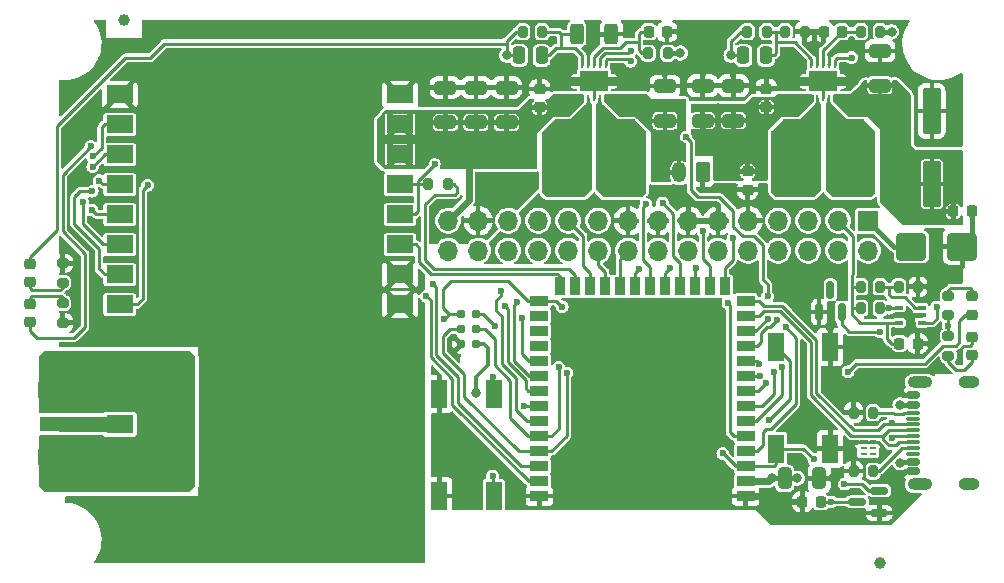
<source format=gbr>
%TF.GenerationSoftware,KiCad,Pcbnew,7.0.9*%
%TF.CreationDate,2024-02-26T10:01:53+01:00*%
%TF.ProjectId,C2LoraGateway,43324c6f-7261-4476-9174-657761792e6b,rev?*%
%TF.SameCoordinates,Original*%
%TF.FileFunction,Copper,L1,Top*%
%TF.FilePolarity,Positive*%
%FSLAX46Y46*%
G04 Gerber Fmt 4.6, Leading zero omitted, Abs format (unit mm)*
G04 Created by KiCad (PCBNEW 7.0.9) date 2024-02-26 10:01:53*
%MOMM*%
%LPD*%
G01*
G04 APERTURE LIST*
G04 Aperture macros list*
%AMRoundRect*
0 Rectangle with rounded corners*
0 $1 Rounding radius*
0 $2 $3 $4 $5 $6 $7 $8 $9 X,Y pos of 4 corners*
0 Add a 4 corners polygon primitive as box body*
4,1,4,$2,$3,$4,$5,$6,$7,$8,$9,$2,$3,0*
0 Add four circle primitives for the rounded corners*
1,1,$1+$1,$2,$3*
1,1,$1+$1,$4,$5*
1,1,$1+$1,$6,$7*
1,1,$1+$1,$8,$9*
0 Add four rect primitives between the rounded corners*
20,1,$1+$1,$2,$3,$4,$5,0*
20,1,$1+$1,$4,$5,$6,$7,0*
20,1,$1+$1,$6,$7,$8,$9,0*
20,1,$1+$1,$8,$9,$2,$3,0*%
%AMFreePoly0*
4,1,21,-0.125000,1.200000,0.125000,1.200000,0.125000,1.700000,0.375000,1.700000,0.375000,1.200000,0.825000,1.200000,0.825000,-1.200000,0.375000,-1.200000,0.375000,-1.700000,0.125000,-1.700000,0.125000,-1.200000,-0.125000,-1.200000,-0.125000,-1.700000,-0.375000,-1.700000,-0.375000,-1.200000,-0.825000,-1.200000,-0.825000,1.200000,-0.375000,1.200000,-0.375000,1.700000,-0.125000,1.700000,
-0.125000,1.200000,-0.125000,1.200000,$1*%
G04 Aperture macros list end*
%TA.AperFunction,SMDPad,CuDef*%
%ADD10C,1.000000*%
%TD*%
%TA.AperFunction,SMDPad,CuDef*%
%ADD11RoundRect,0.200000X-0.200000X-0.275000X0.200000X-0.275000X0.200000X0.275000X-0.200000X0.275000X0*%
%TD*%
%TA.AperFunction,SMDPad,CuDef*%
%ADD12RoundRect,0.218750X0.256250X-0.218750X0.256250X0.218750X-0.256250X0.218750X-0.256250X-0.218750X0*%
%TD*%
%TA.AperFunction,SMDPad,CuDef*%
%ADD13RoundRect,0.250000X0.650000X-0.325000X0.650000X0.325000X-0.650000X0.325000X-0.650000X-0.325000X0*%
%TD*%
%TA.AperFunction,SMDPad,CuDef*%
%ADD14RoundRect,0.225000X0.225000X0.250000X-0.225000X0.250000X-0.225000X-0.250000X0.225000X-0.250000X0*%
%TD*%
%TA.AperFunction,SMDPad,CuDef*%
%ADD15RoundRect,0.250000X-0.325000X-0.650000X0.325000X-0.650000X0.325000X0.650000X-0.325000X0.650000X0*%
%TD*%
%TA.AperFunction,SMDPad,CuDef*%
%ADD16R,0.650000X0.400000*%
%TD*%
%TA.AperFunction,SMDPad,CuDef*%
%ADD17R,3.600000X1.270000*%
%TD*%
%TA.AperFunction,SMDPad,CuDef*%
%ADD18R,4.200000X1.350000*%
%TD*%
%TA.AperFunction,SMDPad,CuDef*%
%ADD19RoundRect,0.218750X-0.256250X0.218750X-0.256250X-0.218750X0.256250X-0.218750X0.256250X0.218750X0*%
%TD*%
%TA.AperFunction,SMDPad,CuDef*%
%ADD20RoundRect,0.225000X-0.225000X-0.250000X0.225000X-0.250000X0.225000X0.250000X-0.225000X0.250000X0*%
%TD*%
%TA.AperFunction,ComponentPad*%
%ADD21RoundRect,0.250000X0.350000X0.625000X-0.350000X0.625000X-0.350000X-0.625000X0.350000X-0.625000X0*%
%TD*%
%TA.AperFunction,ComponentPad*%
%ADD22O,1.200000X1.750000*%
%TD*%
%TA.AperFunction,SMDPad,CuDef*%
%ADD23RoundRect,0.200000X0.275000X-0.200000X0.275000X0.200000X-0.275000X0.200000X-0.275000X-0.200000X0*%
%TD*%
%TA.AperFunction,SMDPad,CuDef*%
%ADD24RoundRect,0.250000X-1.000000X-0.900000X1.000000X-0.900000X1.000000X0.900000X-1.000000X0.900000X0*%
%TD*%
%TA.AperFunction,SMDPad,CuDef*%
%ADD25RoundRect,0.250000X0.550000X-1.712500X0.550000X1.712500X-0.550000X1.712500X-0.550000X-1.712500X0*%
%TD*%
%TA.AperFunction,SMDPad,CuDef*%
%ADD26RoundRect,0.150000X0.425000X-0.150000X0.425000X0.150000X-0.425000X0.150000X-0.425000X-0.150000X0*%
%TD*%
%TA.AperFunction,SMDPad,CuDef*%
%ADD27RoundRect,0.075000X0.500000X-0.075000X0.500000X0.075000X-0.500000X0.075000X-0.500000X-0.075000X0*%
%TD*%
%TA.AperFunction,ComponentPad*%
%ADD28O,2.100000X1.000000*%
%TD*%
%TA.AperFunction,ComponentPad*%
%ADD29O,1.800000X1.000000*%
%TD*%
%TA.AperFunction,SMDPad,CuDef*%
%ADD30RoundRect,0.250000X-0.250000X-0.475000X0.250000X-0.475000X0.250000X0.475000X-0.250000X0.475000X0*%
%TD*%
%TA.AperFunction,SMDPad,CuDef*%
%ADD31RoundRect,0.200000X-0.275000X0.200000X-0.275000X-0.200000X0.275000X-0.200000X0.275000X0.200000X0*%
%TD*%
%TA.AperFunction,SMDPad,CuDef*%
%ADD32RoundRect,0.225000X-0.250000X0.225000X-0.250000X-0.225000X0.250000X-0.225000X0.250000X0.225000X0*%
%TD*%
%TA.AperFunction,ComponentPad*%
%ADD33R,1.700000X1.700000*%
%TD*%
%TA.AperFunction,ComponentPad*%
%ADD34O,1.700000X1.700000*%
%TD*%
%TA.AperFunction,SMDPad,CuDef*%
%ADD35R,1.700000X5.700000*%
%TD*%
%TA.AperFunction,SMDPad,CuDef*%
%ADD36R,1.500000X0.900000*%
%TD*%
%TA.AperFunction,SMDPad,CuDef*%
%ADD37R,0.900000X1.500000*%
%TD*%
%TA.AperFunction,SMDPad,CuDef*%
%ADD38R,0.900000X0.900000*%
%TD*%
%TA.AperFunction,SMDPad,CuDef*%
%ADD39RoundRect,0.200000X0.200000X0.275000X-0.200000X0.275000X-0.200000X-0.275000X0.200000X-0.275000X0*%
%TD*%
%TA.AperFunction,SMDPad,CuDef*%
%ADD40R,1.400000X2.400000*%
%TD*%
%TA.AperFunction,SMDPad,CuDef*%
%ADD41RoundRect,0.225000X0.250000X-0.225000X0.250000X0.225000X-0.250000X0.225000X-0.250000X-0.225000X0*%
%TD*%
%TA.AperFunction,SMDPad,CuDef*%
%ADD42R,0.240000X0.600000*%
%TD*%
%TA.AperFunction,SMDPad,CuDef*%
%ADD43FreePoly0,90.000000*%
%TD*%
%TA.AperFunction,SMDPad,CuDef*%
%ADD44RoundRect,0.150000X0.150000X-0.587500X0.150000X0.587500X-0.150000X0.587500X-0.150000X-0.587500X0*%
%TD*%
%TA.AperFunction,SMDPad,CuDef*%
%ADD45R,2.250000X1.500000*%
%TD*%
%TA.AperFunction,SMDPad,CuDef*%
%ADD46R,4.000000X5.000000*%
%TD*%
%TA.AperFunction,SMDPad,CuDef*%
%ADD47R,0.625000X0.250000*%
%TD*%
%TA.AperFunction,SMDPad,CuDef*%
%ADD48R,0.700000X0.450000*%
%TD*%
%TA.AperFunction,SMDPad,CuDef*%
%ADD49R,0.575000X0.450000*%
%TD*%
%TA.AperFunction,SMDPad,CuDef*%
%ADD50RoundRect,0.150000X0.587500X0.150000X-0.587500X0.150000X-0.587500X-0.150000X0.587500X-0.150000X0*%
%TD*%
%TA.AperFunction,ConnectorPad*%
%ADD51C,0.787400*%
%TD*%
%TA.AperFunction,SMDPad,CuDef*%
%ADD52RoundRect,0.250000X0.312500X0.625000X-0.312500X0.625000X-0.312500X-0.625000X0.312500X-0.625000X0*%
%TD*%
%TA.AperFunction,ViaPad*%
%ADD53C,0.800000*%
%TD*%
%TA.AperFunction,ViaPad*%
%ADD54C,0.600000*%
%TD*%
%TA.AperFunction,Conductor*%
%ADD55C,0.250000*%
%TD*%
%TA.AperFunction,Conductor*%
%ADD56C,0.240000*%
%TD*%
%TA.AperFunction,Conductor*%
%ADD57C,0.400000*%
%TD*%
%TA.AperFunction,Conductor*%
%ADD58C,0.300000*%
%TD*%
%TA.AperFunction,Conductor*%
%ADD59C,0.600000*%
%TD*%
%TA.AperFunction,Conductor*%
%ADD60C,0.800000*%
%TD*%
%TA.AperFunction,Conductor*%
%ADD61C,1.260000*%
%TD*%
G04 APERTURE END LIST*
D10*
%TO.P,FID2,*%
%TO.N,*%
X162000000Y-118000000D03*
%TD*%
%TO.P,FID1,*%
%TO.N,*%
X98000000Y-72000000D03*
%TD*%
D11*
%TO.P,R8,1*%
%TO.N,Net-(U1-VINA)*%
X142375000Y-74825000D03*
%TO.P,R8,2*%
%TO.N,Vin*%
X144025000Y-74825000D03*
%TD*%
D12*
%TO.P,D2,1,K*%
%TO.N,Net-(D2-K)*%
X90000000Y-94212500D03*
%TO.P,D2,2,A*%
%TO.N,+5V*%
X90000000Y-92637500D03*
%TD*%
D13*
%TO.P,C14,1*%
%TO.N,VCC*%
X147000000Y-80525000D03*
%TO.P,C14,2*%
%TO.N,GND*%
X147000000Y-77575000D03*
%TD*%
%TO.P,C13,1*%
%TO.N,Vin*%
X143800000Y-80550000D03*
%TO.P,C13,2*%
%TO.N,GND*%
X143800000Y-77600000D03*
%TD*%
D14*
%TO.P,C11,1*%
%TO.N,Net-(U2-VINA)*%
X158775000Y-73000000D03*
%TO.P,C11,2*%
%TO.N,GND*%
X157225000Y-73000000D03*
%TD*%
D13*
%TO.P,C4,1*%
%TO.N,+5V*%
X127800000Y-80675000D03*
%TO.P,C4,2*%
%TO.N,GND*%
X127800000Y-77725000D03*
%TD*%
D15*
%TO.P,C18,1*%
%TO.N,VCC*%
X153925000Y-110800000D03*
%TO.P,C18,2*%
%TO.N,GND*%
X156875000Y-110800000D03*
%TD*%
D16*
%TO.P,U5,1*%
%TO.N,Net-(JP2-A)*%
X165550000Y-97650000D03*
%TO.P,U5,2,V-*%
%TO.N,GND*%
X165550000Y-97000000D03*
%TO.P,U5,3,+*%
%TO.N,Net-(U5-+)*%
X165550000Y-96350000D03*
%TO.P,U5,4,-*%
%TO.N,/PowerSupply/1.22V*%
X163650000Y-96350000D03*
%TO.P,U5,5,V+*%
%TO.N,Vin*%
X163650000Y-97650000D03*
%TD*%
D17*
%TO.P,J1,1,In*%
%TO.N,Net-(J1-In)*%
X92662500Y-106200000D03*
D18*
%TO.P,J1,2,Ext*%
%TO.N,GNDRF*%
X92862500Y-103375000D03*
X92862500Y-109025000D03*
%TD*%
D19*
%TO.P,D6,1,K*%
%TO.N,GND*%
X169800000Y-98812500D03*
%TO.P,D6,2,A*%
%TO.N,Net-(D6-A)*%
X169800000Y-100387500D03*
%TD*%
D20*
%TO.P,C16,1*%
%TO.N,Vin*%
X168225000Y-88200000D03*
%TO.P,C16,2*%
%TO.N,GND*%
X169775000Y-88200000D03*
%TD*%
D21*
%TO.P,J5,1,Pin_1*%
%TO.N,GND*%
X147000000Y-84900000D03*
D22*
%TO.P,J5,2,Pin_2*%
%TO.N,Vin*%
X145000000Y-84900000D03*
%TD*%
D23*
%TO.P,R17,1*%
%TO.N,VCC*%
X167800000Y-97025000D03*
%TO.P,R17,2*%
%TO.N,Net-(D5-A)*%
X167800000Y-95375000D03*
%TD*%
D19*
%TO.P,D1,1,K*%
%TO.N,Net-(D1-K)*%
X90000000Y-96037500D03*
%TO.P,D1,2,A*%
%TO.N,/LoRaModule/DIO2_TXEN*%
X90000000Y-97612500D03*
%TD*%
D24*
%TO.P,D4,1,A1*%
%TO.N,/USB_VBUS*%
X164650000Y-91200000D03*
%TO.P,D4,2,A2*%
%TO.N,GND*%
X168950000Y-91200000D03*
%TD*%
D25*
%TO.P,C15,1*%
%TO.N,Vin*%
X166400000Y-85887500D03*
%TO.P,C15,2*%
%TO.N,GND*%
X166400000Y-79712500D03*
%TD*%
D26*
%TO.P,J4,A1,GND*%
%TO.N,GND*%
X164820000Y-110200000D03*
%TO.P,J4,A4,VBUS*%
%TO.N,/USB_VBUS*%
X164820000Y-109400000D03*
D27*
%TO.P,J4,A5,CC1*%
%TO.N,Net-(J4-CC1)*%
X164820000Y-108250000D03*
%TO.P,J4,A6,D+*%
%TO.N,/USB_D+*%
X164820000Y-107250000D03*
%TO.P,J4,A7,D-*%
%TO.N,/USB_D-*%
X164820000Y-106750000D03*
%TO.P,J4,A8,SBU1*%
%TO.N,unconnected-(J4-SBU1-PadA8)*%
X164820000Y-105750000D03*
D26*
%TO.P,J4,A9,VBUS*%
%TO.N,/USB_VBUS*%
X164820000Y-104600000D03*
%TO.P,J4,A12,GND*%
%TO.N,GND*%
X164820000Y-103800000D03*
%TO.P,J4,B1,GND*%
X164820000Y-103800000D03*
%TO.P,J4,B4,VBUS*%
%TO.N,/USB_VBUS*%
X164820000Y-104600000D03*
D27*
%TO.P,J4,B5,CC2*%
%TO.N,Net-(J4-CC2)*%
X164820000Y-105250000D03*
%TO.P,J4,B6,D+*%
%TO.N,/USB_D+*%
X164820000Y-106250000D03*
%TO.P,J4,B7,D-*%
%TO.N,/USB_D-*%
X164820000Y-107750000D03*
%TO.P,J4,B8,SBU2*%
%TO.N,unconnected-(J4-SBU2-PadB8)*%
X164820000Y-108750000D03*
D26*
%TO.P,J4,B9,VBUS*%
%TO.N,/USB_VBUS*%
X164820000Y-109400000D03*
%TO.P,J4,B12,GND*%
%TO.N,GND*%
X164820000Y-110200000D03*
D28*
%TO.P,J4,S1,SHIELD*%
%TO.N,GNDRF*%
X165395000Y-111320000D03*
D29*
X169575000Y-111320000D03*
D28*
X165395000Y-102680000D03*
D29*
X169575000Y-102680000D03*
%TD*%
D23*
%TO.P,R10,1*%
%TO.N,GND*%
X92800000Y-97650000D03*
%TO.P,R10,2*%
%TO.N,Net-(D1-K)*%
X92800000Y-96000000D03*
%TD*%
D30*
%TO.P,C1,1*%
%TO.N,+5V*%
X131450000Y-75000000D03*
%TO.P,C1,2*%
%TO.N,Net-(U1-FB)*%
X133350000Y-75000000D03*
%TD*%
D13*
%TO.P,C12,1*%
%TO.N,VCC*%
X149600000Y-80525000D03*
%TO.P,C12,2*%
%TO.N,GND*%
X149600000Y-77575000D03*
%TD*%
D20*
%TO.P,C10,1*%
%TO.N,Net-(U1-VINA)*%
X142425000Y-73000000D03*
%TO.P,C10,2*%
%TO.N,GND*%
X143975000Y-73000000D03*
%TD*%
D31*
%TO.P,R16,1*%
%TO.N,VCC*%
X167800000Y-98775000D03*
%TO.P,R16,2*%
%TO.N,Net-(D6-A)*%
X167800000Y-100425000D03*
%TD*%
D32*
%TO.P,C9,1*%
%TO.N,VCC*%
X150800000Y-84825000D03*
%TO.P,C9,2*%
%TO.N,GND*%
X150800000Y-86375000D03*
%TD*%
D33*
%TO.P,J3,1,Pin_1*%
%TO.N,/USB_VBUS*%
X161000000Y-89000000D03*
D34*
%TO.P,J3,2,Pin_2*%
%TO.N,/TxD0*%
X161000000Y-91540000D03*
%TO.P,J3,3,Pin_3*%
%TO.N,Vin*%
X158460000Y-89000000D03*
%TO.P,J3,4,Pin_4*%
%TO.N,/RxD0*%
X158460000Y-91540000D03*
%TO.P,J3,5,Pin_5*%
%TO.N,VCC*%
X155920000Y-89000000D03*
%TO.P,J3,6,Pin_6*%
%TO.N,/CTS0*%
X155920000Y-91540000D03*
%TO.P,J3,7,Pin_7*%
%TO.N,VCC*%
X153380000Y-89000000D03*
%TO.P,J3,8,Pin_8*%
%TO.N,/RTS0*%
X153380000Y-91540000D03*
%TO.P,J3,9,Pin_9*%
%TO.N,GND*%
X150840000Y-89000000D03*
%TO.P,J3,10,Pin_10*%
%TO.N,/IO4*%
X150840000Y-91540000D03*
%TO.P,J3,11,Pin_11*%
%TO.N,GND*%
X148300000Y-89000000D03*
%TO.P,J3,12,Pin_12*%
%TO.N,/IO5*%
X148300000Y-91540000D03*
%TO.P,J3,13,Pin_13*%
%TO.N,GND*%
X145760000Y-89000000D03*
%TO.P,J3,14,Pin_14*%
%TO.N,/IO6*%
X145760000Y-91540000D03*
%TO.P,J3,15,Pin_15*%
%TO.N,GND*%
X143220000Y-89000000D03*
%TO.P,J3,16,Pin_16*%
%TO.N,/IO7*%
X143220000Y-91540000D03*
%TO.P,J3,17,Pin_17*%
%TO.N,GND*%
X140680000Y-89000000D03*
%TO.P,J3,18,Pin_18*%
%TO.N,/IO14*%
X140680000Y-91540000D03*
%TO.P,J3,19,Pin_19*%
%TO.N,/IO17*%
X138140000Y-89000000D03*
%TO.P,J3,20,Pin_20*%
%TO.N,/IO21*%
X138140000Y-91540000D03*
%TO.P,J3,21,Pin_21*%
%TO.N,/IO47*%
X135600000Y-89000000D03*
%TO.P,J3,22,Pin_22*%
%TO.N,/IO38*%
X135600000Y-91540000D03*
%TO.P,J3,23,Pin_23*%
%TO.N,/IO39*%
X133060000Y-89000000D03*
%TO.P,J3,24,Pin_24*%
%TO.N,/IO40*%
X133060000Y-91540000D03*
%TO.P,J3,25,Pin_25*%
%TO.N,/IO41*%
X130520000Y-89000000D03*
%TO.P,J3,26,Pin_26*%
%TO.N,/IO42*%
X130520000Y-91540000D03*
%TO.P,J3,27,Pin_27*%
%TO.N,GND*%
X127980000Y-89000000D03*
%TO.P,J3,28,Pin_28*%
%TO.N,/IO1*%
X127980000Y-91540000D03*
%TO.P,J3,29,Pin_29*%
%TO.N,+5V*%
X125440000Y-89000000D03*
%TO.P,J3,30,Pin_30*%
%TO.N,/IO2*%
X125440000Y-91540000D03*
%TD*%
D35*
%TO.P,L2,1,1*%
%TO.N,Net-(U1-L2)*%
X135550000Y-83800000D03*
%TO.P,L2,2,2*%
%TO.N,Net-(U1-L1)*%
X140050000Y-83800000D03*
%TD*%
D20*
%TO.P,C19,1*%
%TO.N,Vin*%
X163650000Y-99400000D03*
%TO.P,C19,2*%
%TO.N,GND*%
X165200000Y-99400000D03*
%TD*%
D36*
%TO.P,U6,1,GND*%
%TO.N,GND*%
X150650000Y-112320000D03*
%TO.P,U6,2,3V3*%
%TO.N,VCC*%
X150650000Y-111050000D03*
%TO.P,U6,3,EN*%
%TO.N,/~{ESP_RESET}*%
X150650000Y-109780000D03*
%TO.P,U6,4,GPIO4/TOUCH4/ADC1_CH3*%
%TO.N,/IO4*%
X150650000Y-108510000D03*
%TO.P,U6,5,GPIO5/TOUCH5/ADC1_CH4*%
%TO.N,/IO5*%
X150650000Y-107240000D03*
%TO.P,U6,6,GPIO6/TOUCH6/ADC1_CH5*%
%TO.N,/IO6*%
X150650000Y-105970000D03*
%TO.P,U6,7,GPIO7/TOUCH7/ADC1_CH6*%
%TO.N,/IO7*%
X150650000Y-104700000D03*
%TO.P,U6,8,GPIO15/U0RTS/ADC2_CH4/XTAL_32K_P*%
%TO.N,/RTS0*%
X150650000Y-103430000D03*
%TO.P,U6,9,GPIO16/U0CTS/ADC2_CH5/XTAL_32K_N*%
%TO.N,/CTS0*%
X150650000Y-102160000D03*
%TO.P,U6,10,GPIO17/U1TXD/ADC2_CH6*%
%TO.N,/IO17*%
X150650000Y-100890000D03*
%TO.P,U6,11,GPIO18/U1RXD/ADC2_CH7/CLK_OUT3*%
%TO.N,~{5V_PS}*%
X150650000Y-99620000D03*
%TO.P,U6,12,GPIO8/TOUCH8/ADC1_CH7/SUBSPICS1*%
%TO.N,5V_ENABLE*%
X150650000Y-98350000D03*
%TO.P,U6,13,GPIO19/U1RTS/ADC2_CH8/CLK_OUT2/USB_D-*%
%TO.N,/USB_D-*%
X150650000Y-97080000D03*
%TO.P,U6,14,GPIO20/U1CTS/ADC2_CH9/CLK_OUT1/USB_D+*%
%TO.N,/USB_D+*%
X150650000Y-95810000D03*
D37*
%TO.P,U6,15,GPIO3/TOUCH3/ADC1_CH2*%
%TO.N,LORA_DIO1*%
X148885000Y-94560000D03*
%TO.P,U6,16,GPIO46*%
%TO.N,LORA_BUSY*%
X147615000Y-94560000D03*
%TO.P,U6,17,GPIO9/TOUCH9/ADC1_CH8/FSPIHD/SUBSPIHD*%
%TO.N,LORA_RST*%
X146345000Y-94560000D03*
%TO.P,U6,18,GPIO10/TOUCH10/ADC1_CH9/FSPICS0/FSPIIO4/SUBSPICS0*%
%TO.N,SPI2_CS0*%
X145075000Y-94560000D03*
%TO.P,U6,19,GPIO11/TOUCH11/ADC2_CH0/FSPID/FSPIIO5/SUBSPID*%
%TO.N,SPI2_MOSI*%
X143805000Y-94560000D03*
%TO.P,U6,20,GPIO12/TOUCH12/ADC2_CH1/FSPICLK/FSPIIO6/SUBSPICLK*%
%TO.N,SPI2_SCLK*%
X142535000Y-94560000D03*
%TO.P,U6,21,GPIO13/TOUCH13/ADC2_CH2/FSPIQ/FSPIIO7/SUBSPIQ*%
%TO.N,SPI2_MISO*%
X141265000Y-94560000D03*
%TO.P,U6,22,GPIO14/TOUCH14/ADC2_CH3/FSPIWP/FSPIDQS/SUBSPIWP*%
%TO.N,/IO14*%
X139995000Y-94560000D03*
%TO.P,U6,23,GPIO21*%
%TO.N,/IO21*%
X138725000Y-94560000D03*
%TO.P,U6,24,GPIO47/SPICLK_P/SUBSPICLK_P_DIFF*%
%TO.N,/IO47*%
X137455000Y-94560000D03*
%TO.P,U6,25,GPIO48/SPICLK_N/SUBSPICLK_N_DIFF*%
%TO.N,LORA_TXACTI*%
X136185000Y-94560000D03*
%TO.P,U6,26,GPIO45*%
%TO.N,LORA_RXEN*%
X134915000Y-94560000D03*
D36*
%TO.P,U6,27,GPIO0/BOOT*%
%TO.N,/IO0{slash}Boot*%
X133150000Y-95810000D03*
%TO.P,U6,28,SPIIO6/GPIO35/FSPID/SUBSPID*%
%TO.N,unconnected-(U6-SPIIO6{slash}GPIO35{slash}FSPID{slash}SUBSPID-Pad28)*%
X133150000Y-97080000D03*
%TO.P,U6,29,SPIIO7/GPIO36/FSPICLK/SUBSPICLK*%
%TO.N,unconnected-(U6-SPIIO7{slash}GPIO36{slash}FSPICLK{slash}SUBSPICLK-Pad29)*%
X133150000Y-98350000D03*
%TO.P,U6,30,SPIDQS/GPIO37/FSPIQ/SUBSPIQ*%
%TO.N,unconnected-(U6-SPIDQS{slash}GPIO37{slash}FSPIQ{slash}SUBSPIQ-Pad30)*%
X133150000Y-99620000D03*
%TO.P,U6,31,GPIO38/FSPIWP/SUBSPIWP*%
%TO.N,/IO38*%
X133150000Y-100890000D03*
%TO.P,U6,32,MTCK/GPIO39/CLK_OUT3/SUBSPICS1*%
%TO.N,/IO39*%
X133150000Y-102160000D03*
%TO.P,U6,33,MTDO/GPIO40/CLK_OUT2*%
%TO.N,/IO40*%
X133150000Y-103430000D03*
%TO.P,U6,34,MTDI/GPIO41/CLK_OUT1*%
%TO.N,/IO41*%
X133150000Y-104700000D03*
%TO.P,U6,35,MTMS/GPIO42*%
%TO.N,/IO42*%
X133150000Y-105970000D03*
%TO.P,U6,36,U0RXD/GPIO44/CLK_OUT2*%
%TO.N,/RxD0*%
X133150000Y-107240000D03*
%TO.P,U6,37,U0TXD/GPIO43/CLK_OUT1*%
%TO.N,/TxD0*%
X133150000Y-108510000D03*
%TO.P,U6,38,GPIO2/TOUCH2/ADC1_CH1*%
%TO.N,/IO2*%
X133150000Y-109780000D03*
%TO.P,U6,39,GPIO1/TOUCH1/ADC1_CH0*%
%TO.N,/IO1*%
X133150000Y-111050000D03*
%TO.P,U6,40,GND*%
%TO.N,GND*%
X133150000Y-112320000D03*
D38*
%TO.P,U6,41,GND*%
X144800000Y-106000000D03*
X144800000Y-104600000D03*
X144800000Y-103200000D03*
X144800000Y-103200000D03*
X143400000Y-106000000D03*
X143400000Y-106000000D03*
X143400000Y-104600000D03*
X143400000Y-103200000D03*
X142000000Y-106000000D03*
X142000000Y-104600000D03*
X142000000Y-103200000D03*
%TD*%
D13*
%TO.P,C6,1*%
%TO.N,Vin*%
X162000000Y-77575000D03*
%TO.P,C6,2*%
%TO.N,GND*%
X162000000Y-74625000D03*
%TD*%
D31*
%TO.P,R9,1*%
%TO.N,GND*%
X92800000Y-92600000D03*
%TO.P,R9,2*%
%TO.N,Net-(D2-K)*%
X92800000Y-94250000D03*
%TD*%
D39*
%TO.P,R6,1*%
%TO.N,GND*%
X155625000Y-73000000D03*
%TO.P,R6,2*%
%TO.N,Net-(U2-FB)*%
X153975000Y-73000000D03*
%TD*%
D11*
%TO.P,R5,1*%
%TO.N,Net-(U2-VINA)*%
X160375000Y-73000000D03*
%TO.P,R5,2*%
%TO.N,Vin*%
X162025000Y-73000000D03*
%TD*%
D39*
%TO.P,R15,1*%
%TO.N,Net-(J4-CC1)*%
X161425000Y-110200000D03*
%TO.P,R15,2*%
%TO.N,GND*%
X159775000Y-110200000D03*
%TD*%
D13*
%TO.P,C2,1*%
%TO.N,+5V*%
X130400000Y-80675000D03*
%TO.P,C2,2*%
%TO.N,GND*%
X130400000Y-77725000D03*
%TD*%
D35*
%TO.P,L3,1,1*%
%TO.N,Net-(U2-L2)*%
X154950000Y-83800000D03*
%TO.P,L3,2,2*%
%TO.N,Net-(U2-L1)*%
X159450000Y-83800000D03*
%TD*%
D40*
%TO.P,SW2,1,1*%
%TO.N,GND*%
X157800000Y-99700000D03*
X157800000Y-108300000D03*
%TO.P,SW2,2,2*%
%TO.N,/~{ESP_RESET}*%
X153200000Y-99700000D03*
X153200000Y-108300000D03*
%TD*%
D41*
%TO.P,C3,1*%
%TO.N,+5V*%
X133200000Y-79400000D03*
%TO.P,C3,2*%
%TO.N,GND*%
X133200000Y-77850000D03*
%TD*%
D39*
%TO.P,R14,1*%
%TO.N,Net-(U5-+)*%
X162025000Y-94600000D03*
%TO.P,R14,2*%
%TO.N,Vin*%
X160375000Y-94600000D03*
%TD*%
D42*
%TO.P,U2,1,VOUT*%
%TO.N,VCC*%
X156200000Y-78600000D03*
%TO.P,U2,2,L2*%
%TO.N,Net-(U2-L2)*%
X156700000Y-78600000D03*
%TO.P,U2,3,PGND*%
%TO.N,GND*%
X157200000Y-78600000D03*
%TO.P,U2,4,L1*%
%TO.N,Net-(U2-L1)*%
X157700000Y-78600000D03*
%TO.P,U2,5,VIN*%
%TO.N,Vin*%
X158200000Y-78600000D03*
%TO.P,U2,6,EN*%
%TO.N,Net-(JP2-C)*%
X158200000Y-75800000D03*
%TO.P,U2,7,PS/SYNC*%
%TO.N,GND*%
X157700000Y-75800000D03*
%TO.P,U2,8,VINA*%
%TO.N,Net-(U2-VINA)*%
X157200000Y-75800000D03*
%TO.P,U2,9,GND*%
%TO.N,GND*%
X156700000Y-75800000D03*
%TO.P,U2,10,FB*%
%TO.N,Net-(U2-FB)*%
X156200000Y-75800000D03*
D43*
%TO.P,U2,11,PGND*%
%TO.N,GND*%
X157200000Y-77200000D03*
%TD*%
D42*
%TO.P,U1,1,VOUT*%
%TO.N,+5V*%
X136800000Y-78600000D03*
%TO.P,U1,2,L2*%
%TO.N,Net-(U1-L2)*%
X137300000Y-78600000D03*
%TO.P,U1,3,PGND*%
%TO.N,GND*%
X137800000Y-78600000D03*
%TO.P,U1,4,L1*%
%TO.N,Net-(U1-L1)*%
X138300000Y-78600000D03*
%TO.P,U1,5,VIN*%
%TO.N,Vin*%
X138800000Y-78600000D03*
%TO.P,U1,6,EN*%
%TO.N,5V_ENABLE*%
X138800000Y-75800000D03*
%TO.P,U1,7,PS/SYNC*%
%TO.N,~{5V_PS}*%
X138300000Y-75800000D03*
%TO.P,U1,8,VINA*%
%TO.N,Net-(U1-VINA)*%
X137800000Y-75800000D03*
%TO.P,U1,9,GND*%
%TO.N,GND*%
X137300000Y-75800000D03*
%TO.P,U1,10,FB*%
%TO.N,Net-(U1-FB)*%
X136800000Y-75800000D03*
D43*
%TO.P,U1,11,PGND*%
%TO.N,GND*%
X137800000Y-77200000D03*
%TD*%
D44*
%TO.P,D3,1,K*%
%TO.N,GND*%
X156850000Y-96737500D03*
%TO.P,D3,2,A*%
%TO.N,/PowerSupply/1.22V*%
X158750000Y-96737500D03*
%TO.P,D3,3*%
%TO.N,N/C*%
X157800000Y-94862500D03*
%TD*%
D45*
%TO.P,M1,1,GND*%
%TO.N,GND*%
X121375000Y-108790000D03*
D46*
%TO.P,M1,2,GND*%
X117250000Y-105750000D03*
D45*
X121375000Y-106250000D03*
%TO.P,M1,3,GND*%
X121375000Y-103710000D03*
%TO.P,M1,4,GND*%
X121375000Y-96090000D03*
%TO.P,M1,5,GND*%
X121375000Y-93550000D03*
%TO.P,M1,6,RXEN*%
%TO.N,LORA_RXEN*%
X121375000Y-91010000D03*
%TO.P,M1,7,TXEN*%
%TO.N,/LoRaModule/DIO2_TXEN*%
X121375000Y-88470000D03*
%TO.P,M1,8,DIO2*%
X121375000Y-85930000D03*
%TO.P,M1,9,VCC*%
%TO.N,+5V*%
X121375000Y-83390000D03*
%TO.P,M1,10,VCC*%
X121375000Y-80850000D03*
%TO.P,M1,11,GND*%
%TO.N,GND*%
X121375000Y-78310000D03*
%TO.P,M1,12,GND*%
X97625000Y-78310000D03*
%TO.P,M1,13,DIO1*%
%TO.N,LORA_DIO1*%
X97625000Y-80850000D03*
%TO.P,M1,14,BUSY*%
%TO.N,LORA_BUSY*%
X97625000Y-83390000D03*
%TO.P,M1,15,~{RST}*%
%TO.N,LORA_RST*%
X97625000Y-85930000D03*
%TO.P,M1,16,MISO*%
%TO.N,SPI2_MISO*%
X97625000Y-88470000D03*
%TO.P,M1,17,MOSI*%
%TO.N,SPI2_MOSI*%
X97625000Y-91010000D03*
%TO.P,M1,18,SCK*%
%TO.N,SPI2_SCLK*%
X97625000Y-93550000D03*
%TO.P,M1,19,~{SS}*%
%TO.N,SPI2_CS0*%
X97625000Y-96090000D03*
%TO.P,M1,20,RFGND*%
%TO.N,GNDRF*%
X97625000Y-103710000D03*
%TO.P,M1,21,ANT*%
%TO.N,Net-(J1-In)*%
X97625000Y-106250000D03*
%TO.P,M1,22,RFGND*%
%TO.N,GNDRF*%
X97625000Y-108790000D03*
%TD*%
D47*
%TO.P,U4,1*%
%TO.N,/USB_D+*%
X160612500Y-106750000D03*
%TO.P,U4,2*%
%TO.N,/USB_D-*%
X160612500Y-107250000D03*
D48*
%TO.P,U4,3,VSS*%
%TO.N,GND*%
X160650000Y-107750000D03*
D47*
%TO.P,U4,4*%
%TO.N,unconnected-(U4-Pad4)*%
X160612500Y-108250000D03*
%TO.P,U4,5*%
%TO.N,unconnected-(U4-Pad5)*%
X160612500Y-108750000D03*
%TO.P,U4,6,NC*%
%TO.N,unconnected-(U4-NC-Pad6)*%
X161387500Y-108750000D03*
%TO.P,U4,7,NC*%
%TO.N,unconnected-(U4-NC-Pad7)*%
X161387500Y-108250000D03*
D49*
%TO.P,U4,8,VSS*%
%TO.N,GND*%
X161412500Y-107750000D03*
D47*
%TO.P,U4,9,NC*%
%TO.N,/USB_D-*%
X161387500Y-107250000D03*
%TO.P,U4,10,NC*%
%TO.N,/USB_D+*%
X161387500Y-106750000D03*
%TD*%
D39*
%TO.P,R13,1*%
%TO.N,Net-(J4-CC2)*%
X161425000Y-105250000D03*
%TO.P,R13,2*%
%TO.N,GND*%
X159775000Y-105250000D03*
%TD*%
%TO.P,R2,1*%
%TO.N,Net-(U1-FB)*%
X133400000Y-73000000D03*
%TO.P,R2,2*%
%TO.N,+5V*%
X131750000Y-73000000D03*
%TD*%
D30*
%TO.P,C7,2*%
%TO.N,Net-(U2-FB)*%
X152350000Y-75000000D03*
%TO.P,C7,1*%
%TO.N,VCC*%
X150450000Y-75000000D03*
%TD*%
D39*
%TO.P,R12,1*%
%TO.N,/PowerSupply/1.22V*%
X162025000Y-96400000D03*
%TO.P,R12,2*%
%TO.N,Vin*%
X160375000Y-96400000D03*
%TD*%
D50*
%TO.P,U3,1,GND*%
%TO.N,GND*%
X161937500Y-113750000D03*
%TO.P,U3,2,~{RESET}*%
%TO.N,/~{ESP_RESET}*%
X161937500Y-111850000D03*
%TO.P,U3,3,VCC*%
%TO.N,VCC*%
X160062500Y-112800000D03*
%TD*%
D41*
%TO.P,C8,1*%
%TO.N,VCC*%
X152375000Y-79375000D03*
%TO.P,C8,2*%
%TO.N,GND*%
X152375000Y-77825000D03*
%TD*%
D12*
%TO.P,D5,1,K*%
%TO.N,/IO0{slash}Boot*%
X169800000Y-96987500D03*
%TO.P,D5,2,A*%
%TO.N,Net-(D5-A)*%
X169800000Y-95412500D03*
%TD*%
D39*
%TO.P,R11,1*%
%TO.N,GND*%
X165225000Y-94600000D03*
%TO.P,R11,2*%
%TO.N,Net-(U5-+)*%
X163575000Y-94600000D03*
%TD*%
D11*
%TO.P,R3,1*%
%TO.N,/LoRaModule/DIO2_TXEN*%
X123775000Y-85928629D03*
%TO.P,R3,2*%
%TO.N,LORA_TXACTI*%
X125425000Y-85928629D03*
%TD*%
D51*
%TO.P,J2,1,Pin_1*%
%TO.N,VCC*%
X127835000Y-99470000D03*
%TO.P,J2,2,Pin_2*%
%TO.N,GND*%
X126565000Y-99470000D03*
%TO.P,J2,3,Pin_3*%
%TO.N,/RxD0*%
X127835000Y-98200000D03*
%TO.P,J2,4,Pin_4*%
%TO.N,/TxD0*%
X126565000Y-98200000D03*
%TO.P,J2,5,Pin_5*%
%TO.N,/~{ESP_RESET}*%
X127835000Y-96930000D03*
%TO.P,J2,6,Pin_6*%
%TO.N,/IO0{slash}Boot*%
X126565000Y-96930000D03*
%TD*%
D13*
%TO.P,C5,1*%
%TO.N,+5V*%
X125200000Y-80675000D03*
%TO.P,C5,2*%
%TO.N,GND*%
X125200000Y-77725000D03*
%TD*%
D52*
%TO.P,R4,1*%
%TO.N,GND*%
X139262499Y-73189723D03*
%TO.P,R4,2*%
%TO.N,Net-(U1-FB)*%
X136337499Y-73189723D03*
%TD*%
D39*
%TO.P,R7,1*%
%TO.N,Net-(U2-FB)*%
X152425000Y-73000000D03*
%TO.P,R7,2*%
%TO.N,VCC*%
X150775000Y-73000000D03*
%TD*%
D14*
%TO.P,C17,1*%
%TO.N,VCC*%
X156975000Y-112800000D03*
%TO.P,C17,2*%
%TO.N,GND*%
X155425000Y-112800000D03*
%TD*%
D40*
%TO.P,SW1,1,1*%
%TO.N,/IO0{slash}Boot*%
X129300000Y-103700000D03*
X129300000Y-112300000D03*
%TO.P,SW1,2,2*%
%TO.N,GND*%
X124700000Y-103700000D03*
X124700000Y-112300000D03*
%TD*%
D53*
%TO.N,Vin*%
X145000000Y-79200000D03*
X143200000Y-82200000D03*
X162000000Y-78800000D03*
X164000000Y-78800000D03*
X163000000Y-78800000D03*
X163000000Y-79800000D03*
X163000000Y-73000000D03*
X145100000Y-74800000D03*
X143200000Y-83400000D03*
X144400000Y-83400000D03*
D54*
%TO.N,GND*%
X155600000Y-107400000D03*
X136600000Y-77200000D03*
X147000000Y-76600000D03*
D53*
X157800000Y-98000000D03*
D54*
X127800000Y-76200000D03*
X168600000Y-93200000D03*
X149600000Y-76600000D03*
X154600000Y-77200000D03*
X119400000Y-92200000D03*
X156400000Y-73000000D03*
X119400000Y-95000000D03*
X140600000Y-73200000D03*
X122000000Y-72400000D03*
X156000000Y-77200000D03*
X141000000Y-102200000D03*
X145800000Y-107000000D03*
X144800000Y-102200000D03*
X145800000Y-104600000D03*
X157800000Y-103000000D03*
X118400000Y-108900000D03*
D53*
X166200000Y-94600000D03*
D54*
X92800000Y-79400000D03*
X141000000Y-106000000D03*
X119400000Y-93600000D03*
X168600000Y-77800000D03*
X119800000Y-107400000D03*
X142000000Y-102200000D03*
X160200000Y-103000000D03*
D53*
X153000000Y-112800000D03*
D54*
X117200000Y-102600000D03*
X168700000Y-101000000D03*
X94000000Y-97600000D03*
X167800000Y-77800000D03*
X134800000Y-99000000D03*
X114800000Y-108900000D03*
X116000000Y-102600000D03*
X106000000Y-72400000D03*
X122600000Y-75800000D03*
X144000000Y-113000000D03*
X123200000Y-99800000D03*
X114800000Y-107400000D03*
X117200000Y-108900000D03*
X155600000Y-105000000D03*
X144800000Y-107000000D03*
X168600000Y-94000000D03*
X130600000Y-113000000D03*
X130600000Y-112200000D03*
X93000000Y-83800000D03*
X130600000Y-111400000D03*
X137800000Y-76700000D03*
X114800000Y-102600000D03*
D53*
X158000000Y-110800000D03*
D54*
X141000000Y-104600000D03*
X97000000Y-74500000D03*
X114800000Y-105000000D03*
X157200000Y-76700000D03*
X145800000Y-96200000D03*
X152400000Y-76600000D03*
X138000000Y-96200000D03*
X125200000Y-76200000D03*
X130400000Y-76200000D03*
X119800000Y-105000000D03*
X164400000Y-77200000D03*
X102000000Y-72400000D03*
X145000000Y-73000000D03*
X135400000Y-77200000D03*
X148400000Y-98600000D03*
X137800000Y-77700000D03*
X123200000Y-97600000D03*
X114000000Y-72400000D03*
X143800000Y-76600000D03*
X123200000Y-110000000D03*
X165000000Y-77800000D03*
X166800000Y-101200000D03*
X92800000Y-77600000D03*
X136000000Y-113000000D03*
X142000000Y-107000000D03*
X140200000Y-77200000D03*
X153400000Y-93700000D03*
D53*
X163600000Y-103400000D03*
D54*
X110000000Y-72400000D03*
X145800000Y-103200000D03*
X118000000Y-72400000D03*
X162300000Y-108600000D03*
X133200000Y-76600000D03*
X145800000Y-106000000D03*
D53*
X163600000Y-110800000D03*
D54*
X139000000Y-77200000D03*
X159300000Y-108000000D03*
X118400000Y-102600000D03*
X122600000Y-76800000D03*
X143400000Y-102200000D03*
X123200000Y-107600000D03*
X126000000Y-72400000D03*
X119600000Y-102600000D03*
X119400000Y-96400000D03*
X166200000Y-99400000D03*
X125647803Y-99971697D03*
X158400000Y-77200000D03*
X92800000Y-91400000D03*
X116000000Y-108900000D03*
X157200000Y-77700000D03*
X145800000Y-102200000D03*
X119600000Y-108900000D03*
X123200000Y-102200000D03*
X158600000Y-93800000D03*
X114800000Y-103800000D03*
X130400000Y-72400000D03*
X141000000Y-103200000D03*
X150500000Y-93500000D03*
X155800000Y-93800000D03*
X143400000Y-107000000D03*
X93000000Y-81400000D03*
X114800000Y-106200000D03*
X123200000Y-104800000D03*
X122600000Y-74800000D03*
X159800000Y-77200000D03*
X140000000Y-113000000D03*
X119400000Y-97800000D03*
X148000000Y-113000000D03*
X163600000Y-112400000D03*
X141000000Y-107000000D03*
D53*
%TO.N,VCC*%
X152900000Y-110800000D03*
D54*
X157900000Y-112800000D03*
D53*
X149400000Y-75000000D03*
X127800000Y-103600000D03*
D54*
X167800000Y-97900000D03*
D53*
X149600000Y-85000000D03*
X148300000Y-85000000D03*
X152000000Y-85000000D03*
X155000000Y-110800000D03*
X148300000Y-79500000D03*
%TO.N,/USB_VBUS*%
X163700000Y-109500000D03*
X163700000Y-104600000D03*
D54*
%TO.N,/IO0{slash}Boot*%
X159300000Y-101800000D03*
X129200000Y-102200000D03*
X129200000Y-110600000D03*
X135100000Y-96300000D03*
X125124500Y-97324500D03*
%TO.N,/PowerSupply/1.22V*%
X161980500Y-98400000D03*
X162800000Y-96400000D03*
%TO.N,GNDRF*%
X93000000Y-107600000D03*
X95400000Y-104800000D03*
X92200000Y-104800000D03*
X94600000Y-110400000D03*
X93000000Y-104800000D03*
X92200000Y-107600000D03*
X96400000Y-110400000D03*
X91400000Y-102000000D03*
X99200000Y-104800000D03*
X93800000Y-107600000D03*
X99600000Y-105400000D03*
X96200000Y-107600000D03*
X93000000Y-102000000D03*
X98800000Y-102000000D03*
X91400000Y-104800000D03*
X91400000Y-107600000D03*
X99200000Y-107600000D03*
X96200000Y-104800000D03*
X94600000Y-102000000D03*
X96200000Y-102000000D03*
X94600000Y-107600000D03*
X99600000Y-107000000D03*
X99600000Y-106200000D03*
X99000000Y-110400000D03*
X93000000Y-110400000D03*
X93800000Y-104800000D03*
X94600000Y-104800000D03*
X91400000Y-110400000D03*
X95400000Y-107600000D03*
%TO.N,/TxD0*%
X135500000Y-101900000D03*
%TO.N,/RxD0*%
X134800000Y-101400000D03*
%TO.N,/CTS0*%
X151826519Y-102123537D03*
%TO.N,/RTS0*%
X152380500Y-102700000D03*
%TO.N,Net-(JP2-A)*%
X166800000Y-96300000D03*
%TO.N,Net-(JP2-C)*%
X159600000Y-75200000D03*
%TO.N,/~{ESP_RESET}*%
X159000000Y-111300000D03*
X156400000Y-109200000D03*
X152600000Y-105900000D03*
X129380500Y-97900000D03*
X148700000Y-108700000D03*
%TO.N,SPI2_CS0*%
X100000000Y-86000000D03*
X143600000Y-87500000D03*
%TO.N,SPI2_MOSI*%
X94500000Y-87400000D03*
X144200000Y-93000000D03*
%TO.N,SPI2_SCLK*%
X142200000Y-87600000D03*
X95300000Y-86500000D03*
%TO.N,SPI2_MISO*%
X95300000Y-88100000D03*
X141600000Y-93100000D03*
%TO.N,~{5V_PS}*%
X153291467Y-97413067D03*
X140900000Y-74600000D03*
%TO.N,LORA_DIO1*%
X149561832Y-90500000D03*
X95352197Y-83552197D03*
%TO.N,LORA_BUSY*%
X95352197Y-84428303D03*
X147035974Y-89900000D03*
%TO.N,LORA_RST*%
X146400000Y-93000000D03*
X95900000Y-85600000D03*
D53*
%TO.N,+5V*%
X132000000Y-79800000D03*
X130400000Y-75000000D03*
D54*
%TO.N,5V_ENABLE*%
X145600000Y-81900000D03*
X152500000Y-97300000D03*
X152500000Y-95400000D03*
X140900000Y-75500000D03*
%TO.N,/LoRaModule/DIO2_TXEN*%
X95200000Y-82700000D03*
X124300000Y-84200000D03*
%TO.N,/IO4*%
X154022030Y-98015635D03*
%TO.N,/IO5*%
X149138053Y-95961947D03*
%TO.N,/IO6*%
X153700000Y-101400000D03*
%TO.N,/IO7*%
X153000000Y-101800000D03*
%TO.N,/IO1*%
X123600000Y-95400000D03*
%TO.N,/IO2*%
X124200000Y-94400000D03*
%TO.N,/IO17*%
X151800000Y-101100000D03*
%TO.N,/IO38*%
X131700000Y-97200000D03*
%TO.N,/IO39*%
X131237701Y-95862299D03*
%TO.N,/IO40*%
X130250901Y-96223697D03*
%TO.N,/IO41*%
X131900000Y-104700000D03*
%TO.N,/IO42*%
X129914906Y-94924100D03*
%TO.N,/USB_D+*%
X163009398Y-106100000D03*
X163058136Y-107400500D03*
%TD*%
D55*
%TO.N,+5V*%
X90000000Y-92637500D02*
X90000000Y-92100000D01*
X90000000Y-92100000D02*
X92300000Y-89800000D01*
X92300000Y-89800000D02*
X92300000Y-81010000D01*
X92300000Y-81010000D02*
X98110000Y-75200000D01*
X98110000Y-75200000D02*
X100200000Y-75200000D01*
X100200000Y-75200000D02*
X101400000Y-74000000D01*
X101400000Y-74000000D02*
X130400000Y-74000000D01*
D56*
%TO.N,Vin*%
X159630000Y-94600000D02*
X159630000Y-93570000D01*
X159630000Y-96930000D02*
X159630000Y-96400000D01*
X159700000Y-90300000D02*
X158460000Y-89060000D01*
X163650000Y-99400000D02*
X163000000Y-99400000D01*
X159630000Y-96400000D02*
X159630000Y-94600000D01*
X159700000Y-93500000D02*
X159700000Y-90300000D01*
X159630000Y-93570000D02*
X159700000Y-93500000D01*
X163000000Y-99400000D02*
X162600000Y-99000000D01*
D57*
X162025000Y-73000000D02*
X163000000Y-73000000D01*
D56*
X160375000Y-94600000D02*
X159630000Y-94600000D01*
X160375000Y-96400000D02*
X159630000Y-96400000D01*
D57*
X145075000Y-74825000D02*
X145100000Y-74800000D01*
X144025000Y-74825000D02*
X145075000Y-74825000D01*
D56*
X160350000Y-97650000D02*
X159630000Y-96930000D01*
X162600000Y-99000000D02*
X162600000Y-97650000D01*
X158460000Y-89060000D02*
X158460000Y-89000000D01*
X162600000Y-97650000D02*
X160350000Y-97650000D01*
X163650000Y-97650000D02*
X162600000Y-97650000D01*
%TO.N,GND*%
X159775000Y-110200000D02*
X158600000Y-110200000D01*
D57*
X164231371Y-110200000D02*
X164820000Y-110200000D01*
D56*
X165000000Y-97000000D02*
X164800000Y-97200000D01*
D58*
X149000000Y-86400000D02*
X150000000Y-87400000D01*
D57*
X164000000Y-103800000D02*
X163700000Y-103500000D01*
D56*
X159550000Y-107750000D02*
X159300000Y-108000000D01*
X137800000Y-78600000D02*
X137800000Y-77700000D01*
X164800000Y-97200000D02*
X164800000Y-98065000D01*
D57*
X137300000Y-74000000D02*
X138110277Y-73189723D01*
D56*
X157700000Y-75800000D02*
X157700000Y-74900000D01*
X165225000Y-94600000D02*
X166200000Y-94600000D01*
X157800000Y-99700000D02*
X157800000Y-98000000D01*
D59*
X152520000Y-112320000D02*
X150650000Y-112320000D01*
D56*
X153000000Y-113300000D02*
X153450000Y-113750000D01*
X157200000Y-77775000D02*
X157200000Y-77700000D01*
X168800000Y-99900000D02*
X169100000Y-99600000D01*
X137300000Y-75800000D02*
X137300000Y-74000000D01*
D57*
X153000000Y-112800000D02*
X155425000Y-112800000D01*
D60*
X140200000Y-77200000D02*
X141100000Y-77200000D01*
X159800000Y-77200000D02*
X159500000Y-77200000D01*
X154600000Y-77200000D02*
X155000000Y-77200000D01*
D57*
X155625000Y-73000000D02*
X156400000Y-73000000D01*
D56*
X158500000Y-74100000D02*
X159900000Y-74100000D01*
D58*
X150000000Y-87400000D02*
X150800000Y-87400000D01*
D56*
X160425000Y-74625000D02*
X162000000Y-74625000D01*
X169600000Y-99600000D02*
X169800000Y-99400000D01*
D60*
X135400000Y-77200000D02*
X135600000Y-77200000D01*
D57*
X169775000Y-88200000D02*
X169775000Y-90375000D01*
D56*
X157700000Y-74900000D02*
X158500000Y-74100000D01*
D57*
X148300000Y-89000000D02*
X145760000Y-89000000D01*
D56*
X157200000Y-77700000D02*
X157200000Y-78600000D01*
X160650000Y-107750000D02*
X161412500Y-107750000D01*
X168700000Y-101000000D02*
X168800000Y-100900000D01*
D57*
X156400000Y-73000000D02*
X156400000Y-74700000D01*
X168950000Y-92850000D02*
X168600000Y-93200000D01*
D58*
X150840000Y-87440000D02*
X150840000Y-89000000D01*
D56*
X162300000Y-108200000D02*
X162300000Y-108600000D01*
D58*
X126063303Y-99971697D02*
X126565000Y-99470000D01*
D57*
X163600000Y-110800000D02*
X163631371Y-110800000D01*
D56*
X164800000Y-98065000D02*
X164935000Y-98200000D01*
D58*
X147000000Y-86400000D02*
X149000000Y-86400000D01*
D56*
X157200000Y-76700000D02*
X157200000Y-76625000D01*
X165200000Y-98200000D02*
X165200000Y-99400000D01*
X164935000Y-98200000D02*
X165200000Y-98200000D01*
X137800000Y-76700000D02*
X137800000Y-76625000D01*
D57*
X138110277Y-73189723D02*
X139262499Y-73189723D01*
D56*
X168800000Y-100900000D02*
X168800000Y-99900000D01*
D60*
X136600000Y-77200000D02*
X135400000Y-77200000D01*
D56*
X156700000Y-75000000D02*
X156700000Y-75800000D01*
X165550000Y-97000000D02*
X165000000Y-97000000D01*
X153000000Y-112800000D02*
X153000000Y-113300000D01*
X161850000Y-107750000D02*
X162300000Y-108200000D01*
D60*
X156000000Y-77200000D02*
X154600000Y-77200000D01*
D57*
X148300000Y-87800000D02*
X148100000Y-87600000D01*
X169775000Y-90375000D02*
X168950000Y-91200000D01*
D56*
X159900000Y-74100000D02*
X160425000Y-74625000D01*
D57*
X145760000Y-89000000D02*
X145760000Y-87560000D01*
X168950000Y-91200000D02*
X168950000Y-92850000D01*
D60*
X139000000Y-77200000D02*
X140200000Y-77200000D01*
D56*
X165200000Y-99400000D02*
X166200000Y-99400000D01*
D57*
X148300000Y-89000000D02*
X148300000Y-87800000D01*
D55*
X156400000Y-74700000D02*
X156700000Y-75000000D01*
D59*
X153000000Y-112800000D02*
X152520000Y-112320000D01*
D57*
X148100000Y-87600000D02*
X145800000Y-87600000D01*
X157225000Y-73000000D02*
X156400000Y-73000000D01*
D56*
X160650000Y-107750000D02*
X159550000Y-107750000D01*
X137800000Y-77700000D02*
X137800000Y-77775000D01*
D58*
X147000000Y-84900000D02*
X147000000Y-86400000D01*
D57*
X164820000Y-103800000D02*
X164000000Y-103800000D01*
D58*
X150800000Y-87400000D02*
X150840000Y-87440000D01*
D56*
X169100000Y-99600000D02*
X169600000Y-99600000D01*
D57*
X156875000Y-110800000D02*
X158000000Y-110800000D01*
D56*
X161412500Y-107750000D02*
X161850000Y-107750000D01*
D58*
X125647803Y-99971697D02*
X126063303Y-99971697D01*
D56*
X153450000Y-113750000D02*
X161937500Y-113750000D01*
D60*
X158400000Y-77200000D02*
X159800000Y-77200000D01*
D57*
X163631371Y-110800000D02*
X164231371Y-110200000D01*
D56*
X158600000Y-110200000D02*
X158000000Y-110800000D01*
X169800000Y-99400000D02*
X169800000Y-98812500D01*
D58*
%TO.N,VCC*%
X128800000Y-101200000D02*
X127800000Y-102200000D01*
D59*
X152650000Y-111050000D02*
X150650000Y-111050000D01*
X152900000Y-110800000D02*
X152650000Y-111050000D01*
D56*
X167800000Y-98775000D02*
X167800000Y-97900000D01*
D57*
X149600000Y-85000000D02*
X149600000Y-82200000D01*
X149600000Y-82200000D02*
X149600000Y-80525000D01*
D58*
X128470000Y-99470000D02*
X128800000Y-99800000D01*
D55*
X150775000Y-73000000D02*
X150200000Y-73000000D01*
X149400000Y-73800000D02*
X149400000Y-75000000D01*
D56*
X157900000Y-112800000D02*
X156975000Y-112800000D01*
D57*
X147000000Y-80525000D02*
X147000000Y-81800000D01*
X152900000Y-110800000D02*
X155000000Y-110800000D01*
D58*
X127800000Y-102200000D02*
X127800000Y-103600000D01*
X127835000Y-99470000D02*
X128470000Y-99470000D01*
X128800000Y-99800000D02*
X128800000Y-101200000D01*
D57*
X147400000Y-82200000D02*
X149600000Y-82200000D01*
D55*
X150200000Y-73000000D02*
X149400000Y-73800000D01*
D56*
X160062500Y-112800000D02*
X157900000Y-112800000D01*
D55*
X150450000Y-75000000D02*
X149400000Y-75000000D01*
D56*
X167800000Y-97900000D02*
X167800000Y-97025000D01*
D57*
X147000000Y-81800000D02*
X147400000Y-82200000D01*
D56*
%TO.N,Net-(U2-FB)*%
X152425000Y-73000000D02*
X153200000Y-73000000D01*
X153000000Y-75000000D02*
X153200000Y-74800000D01*
X152350000Y-75000000D02*
X153000000Y-75000000D01*
X154786828Y-73900000D02*
X153200000Y-73900000D01*
X156200000Y-75800000D02*
X156200000Y-75313172D01*
X156200000Y-75313172D02*
X154786828Y-73900000D01*
X153200000Y-73000000D02*
X153975000Y-73000000D01*
X153200000Y-74800000D02*
X153200000Y-73900000D01*
X153200000Y-73900000D02*
X153200000Y-73000000D01*
D57*
%TO.N,/USB_VBUS*%
X164820000Y-109400000D02*
X163800000Y-109400000D01*
X163200000Y-91200000D02*
X161000000Y-89000000D01*
X163800000Y-109400000D02*
X163700000Y-109500000D01*
X164650000Y-91200000D02*
X163200000Y-91200000D01*
X164820000Y-104600000D02*
X163700000Y-104600000D01*
D56*
%TO.N,/IO0{slash}Boot*%
X169800000Y-96987500D02*
X169212500Y-96987500D01*
X129250000Y-110650000D02*
X129200000Y-110600000D01*
X125000000Y-94800000D02*
X125000000Y-96400000D01*
X130500000Y-94100000D02*
X125700000Y-94100000D01*
X132210000Y-95810000D02*
X130500000Y-94100000D01*
X168700000Y-99300000D02*
X168400000Y-99600000D01*
X125135500Y-97324500D02*
X125530000Y-96930000D01*
X133150000Y-95810000D02*
X132210000Y-95810000D01*
X165800000Y-101100000D02*
X160000000Y-101100000D01*
X133150000Y-95810000D02*
X134610000Y-95810000D01*
X125700000Y-94100000D02*
X125000000Y-94800000D01*
X167300000Y-99600000D02*
X165800000Y-101100000D01*
X125000000Y-96400000D02*
X125530000Y-96930000D01*
X134610000Y-95810000D02*
X135100000Y-96300000D01*
X169212500Y-96987500D02*
X168700000Y-97500000D01*
X125530000Y-96930000D02*
X126565000Y-96930000D01*
X125124500Y-97324500D02*
X125135500Y-97324500D01*
X168700000Y-97500000D02*
X168700000Y-99300000D01*
X129200000Y-102200000D02*
X129250000Y-102250000D01*
X160000000Y-101100000D02*
X159300000Y-101800000D01*
X129250000Y-111975000D02*
X129250000Y-110650000D01*
X129250000Y-102250000D02*
X129250000Y-104025000D01*
X168400000Y-99600000D02*
X167300000Y-99600000D01*
%TO.N,/PowerSupply/1.22V*%
X159400000Y-98400000D02*
X161980500Y-98400000D01*
X162850000Y-96350000D02*
X162800000Y-96400000D01*
X158750000Y-96737500D02*
X158750000Y-97750000D01*
X163650000Y-96350000D02*
X162850000Y-96350000D01*
X162800000Y-96400000D02*
X162025000Y-96400000D01*
X158750000Y-97750000D02*
X159400000Y-98400000D01*
%TO.N,Net-(D5-A)*%
X168000000Y-94700000D02*
X167800000Y-94900000D01*
X169800000Y-95412500D02*
X169800000Y-94900000D01*
X169800000Y-94900000D02*
X169600000Y-94700000D01*
X169600000Y-94700000D02*
X168000000Y-94700000D01*
X167800000Y-94900000D02*
X167800000Y-95375000D01*
%TO.N,/TxD0*%
X126565000Y-98200000D02*
X125600000Y-98200000D01*
X134190000Y-108510000D02*
X133150000Y-108510000D01*
X131410000Y-108510000D02*
X133150000Y-108510000D01*
X126800000Y-102000000D02*
X126800000Y-103900000D01*
X126800000Y-103900000D02*
X131410000Y-108510000D01*
X125000000Y-98800000D02*
X125000000Y-100200000D01*
X135500000Y-107200000D02*
X134190000Y-108510000D01*
X135500000Y-101900000D02*
X135500000Y-107200000D01*
X125600000Y-98200000D02*
X125000000Y-98800000D01*
X125000000Y-100200000D02*
X126800000Y-102000000D01*
%TO.N,/RxD0*%
X130700000Y-102560000D02*
X130700000Y-105700000D01*
X134800000Y-106600000D02*
X134160000Y-107240000D01*
X127835000Y-98200000D02*
X128600000Y-98200000D01*
X134800000Y-101400000D02*
X134800000Y-106600000D01*
X129400000Y-99000000D02*
X129400000Y-101260000D01*
X132240000Y-107240000D02*
X133150000Y-107240000D01*
X134160000Y-107240000D02*
X133150000Y-107240000D01*
X128600000Y-98200000D02*
X129400000Y-99000000D01*
X130700000Y-105700000D02*
X132240000Y-107240000D01*
X129400000Y-101260000D02*
X130700000Y-102560000D01*
%TO.N,/CTS0*%
X150650000Y-102160000D02*
X151790056Y-102160000D01*
X151790056Y-102160000D02*
X151826519Y-102123537D01*
%TO.N,/RTS0*%
X152380500Y-102700000D02*
X151650500Y-103430000D01*
X151650500Y-103430000D02*
X150650000Y-103430000D01*
%TO.N,Net-(JP2-A)*%
X166450000Y-97650000D02*
X166800000Y-97300000D01*
X165550000Y-97650000D02*
X166450000Y-97650000D01*
X166800000Y-97300000D02*
X166800000Y-96300000D01*
%TO.N,Net-(JP2-C)*%
X158200000Y-75400000D02*
X158200000Y-75800000D01*
X158400000Y-75200000D02*
X158200000Y-75400000D01*
X159600000Y-75200000D02*
X158400000Y-75200000D01*
%TO.N,/~{ESP_RESET}*%
X155500000Y-108300000D02*
X153200000Y-108300000D01*
X153200000Y-108300000D02*
X153200000Y-109589683D01*
X153200000Y-99700000D02*
X154400000Y-100900000D01*
X161937500Y-111850000D02*
X161050000Y-111850000D01*
X128410500Y-96930000D02*
X129380500Y-97900000D01*
X160500000Y-111300000D02*
X159000000Y-111300000D01*
X127835000Y-96930000D02*
X128410500Y-96930000D01*
X149780000Y-109780000D02*
X150650000Y-109780000D01*
X161050000Y-111850000D02*
X160500000Y-111300000D01*
X153200000Y-109589683D02*
X153009683Y-109780000D01*
X156400000Y-109200000D02*
X155500000Y-108300000D01*
X153009683Y-109780000D02*
X150650000Y-109780000D01*
X148700000Y-108700000D02*
X149780000Y-109780000D01*
X154400000Y-104100000D02*
X152600000Y-105900000D01*
X154400000Y-100900000D02*
X154400000Y-104100000D01*
%TO.N,Net-(U1-FB)*%
X136800000Y-75800000D02*
X136800000Y-75000000D01*
X136200000Y-74400000D02*
X135000000Y-74400000D01*
X135000000Y-73200000D02*
X135010277Y-73189723D01*
X134600000Y-74400000D02*
X135000000Y-74400000D01*
X133350000Y-75000000D02*
X134000000Y-75000000D01*
X133400000Y-73025000D02*
X134825000Y-73025000D01*
X134000000Y-75000000D02*
X134600000Y-74400000D01*
X134825000Y-73025000D02*
X135000000Y-73200000D01*
X136800000Y-75000000D02*
X136200000Y-74400000D01*
X135010277Y-73189723D02*
X136337499Y-73189723D01*
X135000000Y-74400000D02*
X135000000Y-73200000D01*
%TO.N,Net-(U1-VINA)*%
X137800000Y-75113604D02*
X138538604Y-74375000D01*
X141861396Y-74825000D02*
X141600000Y-74563604D01*
X138697246Y-74375000D02*
X138706969Y-74384723D01*
X142375000Y-74825000D02*
X141861396Y-74825000D01*
X137800000Y-75800000D02*
X137800000Y-75113604D01*
X142425000Y-73025000D02*
X141775000Y-73025000D01*
X141600000Y-74563604D02*
X141600000Y-73900000D01*
X141600000Y-73900000D02*
X141600000Y-73200000D01*
X138706969Y-74384723D02*
X140015277Y-74384723D01*
X140015277Y-74384723D02*
X140500000Y-73900000D01*
X141775000Y-73025000D02*
X141600000Y-73200000D01*
X138538604Y-74375000D02*
X138697246Y-74375000D01*
X140500000Y-73900000D02*
X141600000Y-73900000D01*
%TO.N,Net-(D1-K)*%
X92800000Y-95500000D02*
X92800000Y-96000000D01*
X90000000Y-95550000D02*
X90200000Y-95350000D01*
X90200000Y-95350000D02*
X92650000Y-95350000D01*
X92650000Y-95350000D02*
X92800000Y-95500000D01*
X90000000Y-96037500D02*
X90000000Y-95550000D01*
%TO.N,Net-(D2-K)*%
X92600000Y-94900000D02*
X90200000Y-94900000D01*
X90000000Y-94700000D02*
X90000000Y-94212500D01*
X90200000Y-94900000D02*
X90000000Y-94700000D01*
X92800000Y-94250000D02*
X92800000Y-94700000D01*
X92800000Y-94700000D02*
X92600000Y-94900000D01*
%TO.N,Net-(J1-In)*%
X97575000Y-106200000D02*
X97625000Y-106250000D01*
D61*
X92662500Y-106200000D02*
X97575000Y-106200000D01*
D56*
%TO.N,Net-(D6-A)*%
X169800000Y-100976813D02*
X169156813Y-101620000D01*
X167800000Y-101000000D02*
X167800000Y-100425000D01*
X169156813Y-101620000D02*
X168420000Y-101620000D01*
X168420000Y-101620000D02*
X167800000Y-101000000D01*
X169800000Y-100387500D02*
X169800000Y-100976813D01*
%TO.N,SPI2_CS0*%
X99110000Y-96090000D02*
X99600000Y-95600000D01*
X145075000Y-94560000D02*
X145075000Y-92580000D01*
X99600000Y-95600000D02*
X99600000Y-86400000D01*
X144500000Y-88400000D02*
X143600000Y-87500000D01*
X99600000Y-86400000D02*
X100000000Y-86000000D01*
X144500000Y-92005000D02*
X144500000Y-88400000D01*
X145075000Y-92580000D02*
X144500000Y-92005000D01*
X97625000Y-96090000D02*
X99110000Y-96090000D01*
%TO.N,SPI2_MOSI*%
X94500000Y-87400000D02*
X94500000Y-89260000D01*
X143805000Y-93395000D02*
X144200000Y-93000000D01*
X94500000Y-89260000D02*
X96250000Y-91010000D01*
X96250000Y-91010000D02*
X97625000Y-91010000D01*
X143805000Y-94560000D02*
X143805000Y-93395000D01*
%TO.N,SPI2_SCLK*%
X94300000Y-86500000D02*
X93800000Y-87000000D01*
X142200000Y-87600000D02*
X141928651Y-87871349D01*
X95900000Y-93100000D02*
X96350000Y-93550000D01*
X93800000Y-89300000D02*
X95900000Y-91400000D01*
X96350000Y-93550000D02*
X97625000Y-93550000D01*
X141928651Y-87871349D02*
X141928651Y-92328651D01*
X141928651Y-92328651D02*
X142535000Y-92935000D01*
X95300000Y-86500000D02*
X94300000Y-86500000D01*
X142535000Y-92935000D02*
X142535000Y-94560000D01*
X93800000Y-87000000D02*
X93800000Y-89300000D01*
X95900000Y-91400000D02*
X95900000Y-93100000D01*
%TO.N,SPI2_MISO*%
X141265000Y-93435000D02*
X141600000Y-93100000D01*
X141265000Y-94560000D02*
X141265000Y-93435000D01*
X95670000Y-88470000D02*
X97625000Y-88470000D01*
X95300000Y-88100000D02*
X95670000Y-88470000D01*
%TO.N,~{5V_PS}*%
X153291467Y-97413067D02*
X152693407Y-98011127D01*
X152411127Y-98011127D02*
X151900000Y-98522254D01*
X138725277Y-74824723D02*
X140675277Y-74824723D01*
X151900000Y-99300000D02*
X151580000Y-99620000D01*
X151900000Y-98522254D02*
X151900000Y-99300000D01*
X151580000Y-99620000D02*
X150650000Y-99620000D01*
X138300000Y-75800000D02*
X138300000Y-75250000D01*
X140675277Y-74824723D02*
X140900000Y-74600000D01*
X138300000Y-75250000D02*
X138725277Y-74824723D01*
X152693407Y-98011127D02*
X152411127Y-98011127D01*
%TO.N,LORA_RXEN*%
X134915000Y-93715000D02*
X134700000Y-93500000D01*
X123000000Y-92500000D02*
X123000000Y-91300000D01*
X134915000Y-94560000D02*
X134915000Y-93715000D01*
X123000000Y-91300000D02*
X122710000Y-91010000D01*
X122710000Y-91010000D02*
X121375000Y-91010000D01*
X134700000Y-93500000D02*
X124000000Y-93500000D01*
X124000000Y-93500000D02*
X123000000Y-92500000D01*
%TO.N,LORA_DIO1*%
X96350000Y-80850000D02*
X97625000Y-80850000D01*
X148885000Y-92970101D02*
X148885000Y-94560000D01*
X95352197Y-83552197D02*
X96100000Y-82804394D01*
X96100000Y-81100000D02*
X96350000Y-80850000D01*
X149561832Y-92293269D02*
X148885000Y-92970101D01*
X149561832Y-90500000D02*
X149561832Y-92293269D01*
X96100000Y-82804394D02*
X96100000Y-81100000D01*
%TO.N,LORA_BUSY*%
X95352197Y-84428303D02*
X96390500Y-83390000D01*
X147615000Y-92815000D02*
X147615000Y-94560000D01*
X96390500Y-83390000D02*
X97625000Y-83390000D01*
X147035974Y-92235974D02*
X147615000Y-92815000D01*
X147035974Y-89900000D02*
X147035974Y-92235974D01*
%TO.N,LORA_RST*%
X96230000Y-85930000D02*
X95900000Y-85600000D01*
X97625000Y-85930000D02*
X96230000Y-85930000D01*
X146345000Y-93055000D02*
X146345000Y-94560000D01*
X146400000Y-93000000D02*
X146345000Y-93055000D01*
%TO.N,LORA_TXACTI*%
X135675000Y-93050000D02*
X124250000Y-93050000D01*
X126200000Y-86200000D02*
X125928629Y-85928629D01*
X123500000Y-87600000D02*
X124300000Y-86800000D01*
X126200000Y-86600000D02*
X126200000Y-86200000D01*
X124250000Y-93050000D02*
X123500000Y-92300000D01*
X126000000Y-86800000D02*
X126200000Y-86600000D01*
X125928629Y-85928629D02*
X125425000Y-85928629D01*
X124300000Y-86800000D02*
X126000000Y-86800000D01*
X136185000Y-93560000D02*
X135675000Y-93050000D01*
X123500000Y-92300000D02*
X123500000Y-87600000D01*
X136185000Y-94560000D02*
X136185000Y-93560000D01*
D57*
%TO.N,+5V*%
X127800000Y-82200000D02*
X127800000Y-80900000D01*
D55*
X130400000Y-73800000D02*
X130400000Y-74000000D01*
X131200000Y-73000000D02*
X130400000Y-73800000D01*
D59*
X127800000Y-82200000D02*
X127200000Y-82800000D01*
X127200000Y-87240000D02*
X125440000Y-89000000D01*
X127200000Y-82800000D02*
X127200000Y-87240000D01*
D55*
X131450000Y-75000000D02*
X130400000Y-75000000D01*
X130400000Y-74000000D02*
X130400000Y-75000000D01*
X131750000Y-73000000D02*
X131200000Y-73000000D01*
D56*
%TO.N,Net-(J4-CC1)*%
X164820000Y-108250000D02*
X163850000Y-108250000D01*
X161900000Y-110200000D02*
X161425000Y-110200000D01*
X163850000Y-108250000D02*
X161900000Y-110200000D01*
%TO.N,Net-(J4-CC2)*%
X163918234Y-105400000D02*
X163300000Y-105400000D01*
X163300000Y-105400000D02*
X163150000Y-105250000D01*
X164820000Y-105250000D02*
X164068234Y-105250000D01*
X163150000Y-105250000D02*
X161425000Y-105250000D01*
X164068234Y-105250000D02*
X163918234Y-105400000D01*
%TO.N,5V_ENABLE*%
X151450000Y-98350000D02*
X150650000Y-98350000D01*
X148400000Y-87000000D02*
X149600000Y-88200000D01*
X140675000Y-75275000D02*
X140900000Y-75500000D01*
X149600000Y-88200000D02*
X149600000Y-89507315D01*
X149600000Y-89507315D02*
X150392685Y-90300000D01*
X152100000Y-94000000D02*
X152500000Y-94400000D01*
X146600000Y-87000000D02*
X148400000Y-87000000D01*
X146006581Y-82306581D02*
X146006581Y-86406581D01*
X150392685Y-90300000D02*
X151300000Y-90300000D01*
X140500000Y-75275000D02*
X140675000Y-75275000D01*
X146006581Y-86406581D02*
X146600000Y-87000000D01*
X138800000Y-75800000D02*
X138800000Y-75400000D01*
X152500000Y-94400000D02*
X152500000Y-95400000D01*
X138925000Y-75275000D02*
X140500000Y-75275000D01*
X152500000Y-97300000D02*
X151450000Y-98350000D01*
X145600000Y-81900000D02*
X146006581Y-82306581D01*
X151300000Y-90300000D02*
X152100000Y-91100000D01*
X138800000Y-75400000D02*
X138925000Y-75275000D01*
X152100000Y-91100000D02*
X152100000Y-94000000D01*
%TO.N,Net-(U5-+)*%
X164950000Y-96350000D02*
X164100000Y-95500000D01*
X163000000Y-95500000D02*
X162800000Y-95300000D01*
X162800000Y-94600000D02*
X163575000Y-94600000D01*
X165550000Y-96350000D02*
X164950000Y-96350000D01*
X162025000Y-94600000D02*
X162800000Y-94600000D01*
X164100000Y-95500000D02*
X163000000Y-95500000D01*
X162800000Y-95300000D02*
X162800000Y-94600000D01*
%TO.N,/LoRaModule/DIO2_TXEN*%
X122630000Y-88470000D02*
X122900000Y-88200000D01*
X94700000Y-91800000D02*
X94700000Y-98000000D01*
X122900000Y-88200000D02*
X122900000Y-85928629D01*
X95200000Y-82700000D02*
X92800000Y-85100000D01*
X124300000Y-84200000D02*
X122900000Y-85600000D01*
X123775000Y-85928629D02*
X122900000Y-85928629D01*
X122900000Y-85928629D02*
X121376371Y-85928629D01*
X92800000Y-89900000D02*
X94700000Y-91800000D01*
X121375000Y-88470000D02*
X122630000Y-88470000D01*
X92800000Y-85100000D02*
X92800000Y-89900000D01*
X121376371Y-85928629D02*
X121375000Y-85930000D01*
X90600000Y-98900000D02*
X90000000Y-98300000D01*
X93800000Y-98900000D02*
X90600000Y-98900000D01*
X94700000Y-98000000D02*
X93800000Y-98900000D01*
X90000000Y-98300000D02*
X90000000Y-97612500D01*
X122900000Y-85600000D02*
X122900000Y-85928629D01*
%TO.N,/IO4*%
X152360000Y-106600000D02*
X152100000Y-106860000D01*
X154900000Y-98893605D02*
X154900000Y-104500000D01*
X151590000Y-108510000D02*
X150650000Y-108510000D01*
X152100000Y-108000000D02*
X151590000Y-108510000D01*
X154022030Y-98015635D02*
X154900000Y-98893605D01*
X152800000Y-106600000D02*
X152360000Y-106600000D01*
X152100000Y-106860000D02*
X152100000Y-108000000D01*
X154900000Y-104500000D02*
X152800000Y-106600000D01*
%TO.N,/IO5*%
X149300000Y-96123894D02*
X149138053Y-95961947D01*
X149660000Y-107240000D02*
X149300000Y-106880000D01*
X149300000Y-101400000D02*
X149300000Y-96123894D01*
X149300000Y-106880000D02*
X149300000Y-101400000D01*
X150650000Y-107240000D02*
X149660000Y-107240000D01*
%TO.N,/IO6*%
X153700000Y-101400000D02*
X153700000Y-103800000D01*
X153700000Y-103800000D02*
X151530000Y-105970000D01*
X151530000Y-105970000D02*
X150650000Y-105970000D01*
%TO.N,/IO7*%
X153000000Y-101800000D02*
X153000000Y-103700000D01*
X152000000Y-104700000D02*
X150650000Y-104700000D01*
X153000000Y-103700000D02*
X152000000Y-104700000D01*
%TO.N,/IO14*%
X139995000Y-94560000D02*
X139995000Y-92225000D01*
X139995000Y-92225000D02*
X140680000Y-91540000D01*
%TO.N,/IO21*%
X138140000Y-92740000D02*
X138140000Y-91540000D01*
X138725000Y-93325000D02*
X138140000Y-92740000D01*
X138725000Y-94560000D02*
X138725000Y-93325000D01*
%TO.N,/IO47*%
X137455000Y-94560000D02*
X137455000Y-93395000D01*
X136863427Y-90263427D02*
X135600000Y-89000000D01*
X136863427Y-92803427D02*
X136863427Y-90263427D01*
X137455000Y-93395000D02*
X136863427Y-92803427D01*
%TO.N,/IO1*%
X125800000Y-104600000D02*
X125800000Y-102400000D01*
X123950000Y-95750000D02*
X123600000Y-95400000D01*
X125800000Y-102400000D02*
X123950000Y-100550000D01*
X132250000Y-111050000D02*
X125800000Y-104600000D01*
X123950000Y-100550000D02*
X123950000Y-95750000D01*
X133150000Y-111050000D02*
X132250000Y-111050000D01*
%TO.N,/IO2*%
X124400000Y-100377746D02*
X124400000Y-94600000D01*
X126240000Y-104417746D02*
X126240000Y-102217746D01*
X124400000Y-94600000D02*
X124200000Y-94400000D01*
X133150000Y-109780000D02*
X131602254Y-109780000D01*
X126240000Y-102217746D02*
X124400000Y-100377746D01*
X131602254Y-109780000D02*
X126240000Y-104417746D01*
%TO.N,/IO17*%
X150650000Y-100890000D02*
X151590000Y-100890000D01*
X151590000Y-100890000D02*
X151800000Y-101100000D01*
%TO.N,/IO38*%
X131700000Y-97200000D02*
X131700000Y-100300000D01*
X132290000Y-100890000D02*
X133150000Y-100890000D01*
X131700000Y-100300000D02*
X132290000Y-100890000D01*
%TO.N,/IO39*%
X131000000Y-100837500D02*
X132322500Y-102160000D01*
X131000000Y-96100000D02*
X131000000Y-100837500D01*
X131237701Y-95862299D02*
X131000000Y-96100000D01*
X132322500Y-102160000D02*
X133150000Y-102160000D01*
%TO.N,/IO40*%
X130250901Y-96223697D02*
X130500000Y-96472796D01*
X130500000Y-96472796D02*
X130500000Y-101000000D01*
X132230000Y-103430000D02*
X133150000Y-103430000D01*
X130500000Y-101000000D02*
X132000000Y-102500000D01*
X132000000Y-103200000D02*
X132230000Y-103430000D01*
X132000000Y-102500000D02*
X132000000Y-103200000D01*
%TO.N,/IO41*%
X133150000Y-104700000D02*
X131900000Y-104700000D01*
%TO.N,/IO42*%
X131200000Y-105025305D02*
X132144695Y-105970000D01*
X130000000Y-97100000D02*
X130000000Y-101161127D01*
X129900000Y-95350000D02*
X129525901Y-95724099D01*
X129525901Y-96625901D02*
X130000000Y-97100000D01*
X129914906Y-94924100D02*
X129900000Y-94939006D01*
X132144695Y-105970000D02*
X133150000Y-105970000D01*
X129900000Y-94939006D02*
X129900000Y-95350000D01*
X130000000Y-101161127D02*
X131200000Y-102361127D01*
X129525901Y-95724099D02*
X129525901Y-96625901D01*
X131200000Y-102361127D02*
X131200000Y-105025305D01*
%TO.N,Net-(U2-VINA)*%
X157200000Y-74575000D02*
X158775000Y-73000000D01*
X158775000Y-73000000D02*
X160375000Y-73000000D01*
X157200000Y-75800000D02*
X157200000Y-74575000D01*
%TO.N,/USB_D+*%
X163058136Y-107400500D02*
X163208636Y-107250000D01*
X161387500Y-106750000D02*
X161850000Y-106750000D01*
X156625000Y-103606800D02*
X159768200Y-106750000D01*
X162350000Y-106250000D02*
X164820000Y-106250000D01*
X161850000Y-106750000D02*
X162350000Y-106250000D01*
X156625000Y-99102746D02*
X156625000Y-103606800D01*
X153742254Y-96220000D02*
X156625000Y-99102746D01*
X160612500Y-106750000D02*
X161387500Y-106750000D01*
X151775001Y-95810000D02*
X152185001Y-96220000D01*
X163208636Y-107250000D02*
X164820000Y-107250000D01*
X159768200Y-106750000D02*
X160612500Y-106750000D01*
X152185001Y-96220000D02*
X153742254Y-96220000D01*
X150650000Y-95810000D02*
X151775001Y-95810000D01*
%TO.N,/USB_D-*%
X162751682Y-108020000D02*
X162275000Y-107543318D01*
X162750000Y-106750000D02*
X162275000Y-107225000D01*
X152185001Y-96670000D02*
X153570000Y-96670000D01*
X159586800Y-107205000D02*
X162255000Y-107205000D01*
X151775001Y-97080000D02*
X152185001Y-96670000D01*
X156175000Y-99275000D02*
X156175000Y-103793200D01*
X150650000Y-97080000D02*
X151775001Y-97080000D01*
X163650000Y-107750000D02*
X163380000Y-108020000D01*
X156175000Y-103793200D02*
X159586800Y-107205000D01*
X163380000Y-108020000D02*
X162751682Y-108020000D01*
X162750000Y-106750000D02*
X164820000Y-106750000D01*
X162275000Y-107543318D02*
X162275000Y-107225000D01*
X162255000Y-107205000D02*
X162275000Y-107225000D01*
X153570000Y-96670000D02*
X156175000Y-99275000D01*
X164820000Y-107750000D02*
X163650000Y-107750000D01*
%TD*%
%TA.AperFunction,Conductor*%
%TO.N,GND*%
G36*
X123000000Y-110000000D02*
G01*
X114000000Y-110000000D01*
X114000000Y-102000000D01*
X123000000Y-102000000D01*
X123000000Y-110000000D01*
G37*
%TD.AperFunction*%
%TD*%
%TA.AperFunction,Conductor*%
%TO.N,Net-(U1-L2)*%
G36*
X137438691Y-78618907D02*
G01*
X137474655Y-78668407D01*
X137479500Y-78699000D01*
X137479500Y-78919746D01*
X137479501Y-78919758D01*
X137491132Y-78978227D01*
X137491134Y-78978233D01*
X137535448Y-79044553D01*
X137535449Y-79044554D01*
X137556000Y-79058285D01*
X137593880Y-79106334D01*
X137600000Y-79140601D01*
X137600000Y-86358992D01*
X137581093Y-86417183D01*
X137571004Y-86428996D01*
X137028996Y-86971004D01*
X136974479Y-86998781D01*
X136958992Y-87000000D01*
X133841008Y-87000000D01*
X133782817Y-86981093D01*
X133771004Y-86971004D01*
X133428996Y-86628996D01*
X133401219Y-86574479D01*
X133400000Y-86558992D01*
X133400000Y-81531628D01*
X133418907Y-81473437D01*
X133428996Y-81461624D01*
X134456124Y-80434496D01*
X134510641Y-80406719D01*
X134526128Y-80405500D01*
X135663027Y-80405500D01*
X135663028Y-80405500D01*
X135671094Y-80405183D01*
X135690604Y-80403647D01*
X135690608Y-80403645D01*
X135695392Y-80402792D01*
X135695431Y-80403014D01*
X135717229Y-80400000D01*
X135799999Y-80400000D01*
X135800000Y-80400000D01*
X137000000Y-79200000D01*
X137000000Y-79199998D01*
X137001669Y-79198329D01*
X137020557Y-79170062D01*
X137098667Y-79091953D01*
X137104147Y-79086025D01*
X137116855Y-79071145D01*
X137116858Y-79071142D01*
X137156036Y-79001184D01*
X137174943Y-78942993D01*
X137185000Y-78879491D01*
X137185000Y-78699000D01*
X137203907Y-78640809D01*
X137253407Y-78604845D01*
X137284000Y-78600000D01*
X137380500Y-78600000D01*
X137438691Y-78618907D01*
G37*
%TD.AperFunction*%
%TD*%
%TA.AperFunction,Conductor*%
%TO.N,Net-(U2-L1)*%
G36*
X157774191Y-78618907D02*
G01*
X157810155Y-78668407D01*
X157815000Y-78699000D01*
X157815000Y-78883527D01*
X157815317Y-78891593D01*
X157816853Y-78911102D01*
X157816854Y-78911108D01*
X157838615Y-78988269D01*
X157838617Y-78988275D01*
X157866394Y-79042791D01*
X157904184Y-79094804D01*
X157979443Y-79170064D01*
X157998330Y-79198329D01*
X158000000Y-79199999D01*
X158000000Y-79200000D01*
X159200000Y-80400000D01*
X159298490Y-80400000D01*
X159313977Y-80401219D01*
X159341006Y-80405500D01*
X159341008Y-80405500D01*
X160564492Y-80405500D01*
X160622683Y-80424407D01*
X160634496Y-80434496D01*
X161571004Y-81371004D01*
X161598781Y-81425521D01*
X161600000Y-81441008D01*
X161600000Y-86558992D01*
X161581093Y-86617183D01*
X161571004Y-86628996D01*
X161228996Y-86971004D01*
X161174479Y-86998781D01*
X161158992Y-87000000D01*
X158041008Y-87000000D01*
X157982817Y-86981093D01*
X157971004Y-86971004D01*
X157428996Y-86428996D01*
X157401219Y-86374479D01*
X157400000Y-86358992D01*
X157400000Y-79140601D01*
X157418907Y-79082410D01*
X157444000Y-79058285D01*
X157464550Y-79044554D01*
X157464551Y-79044553D01*
X157464552Y-79044552D01*
X157508867Y-78978231D01*
X157520500Y-78919748D01*
X157520500Y-78699000D01*
X157539407Y-78640809D01*
X157588907Y-78604845D01*
X157619500Y-78600000D01*
X157716000Y-78600000D01*
X157774191Y-78618907D01*
G37*
%TD.AperFunction*%
%TD*%
%TA.AperFunction,Conductor*%
%TO.N,Net-(U1-L1)*%
G36*
X138374191Y-78618907D02*
G01*
X138410155Y-78668407D01*
X138415000Y-78699000D01*
X138415000Y-78883527D01*
X138415317Y-78891593D01*
X138416853Y-78911102D01*
X138416854Y-78911108D01*
X138438615Y-78988269D01*
X138438617Y-78988275D01*
X138466394Y-79042791D01*
X138504184Y-79094804D01*
X138579443Y-79170064D01*
X138598330Y-79198329D01*
X138600000Y-79199999D01*
X138600000Y-79200000D01*
X139800000Y-80400000D01*
X139898490Y-80400000D01*
X139913977Y-80401219D01*
X139941006Y-80405500D01*
X139941008Y-80405500D01*
X141164492Y-80405500D01*
X141222683Y-80424407D01*
X141234496Y-80434496D01*
X142171004Y-81371004D01*
X142198781Y-81425521D01*
X142200000Y-81441008D01*
X142200000Y-86558992D01*
X142181093Y-86617183D01*
X142171004Y-86628996D01*
X141828996Y-86971004D01*
X141774479Y-86998781D01*
X141758992Y-87000000D01*
X138641008Y-87000000D01*
X138582817Y-86981093D01*
X138571004Y-86971004D01*
X138028996Y-86428996D01*
X138001219Y-86374479D01*
X138000000Y-86358992D01*
X138000000Y-79140601D01*
X138018907Y-79082410D01*
X138044000Y-79058285D01*
X138064550Y-79044554D01*
X138064551Y-79044553D01*
X138064552Y-79044552D01*
X138108867Y-78978231D01*
X138120500Y-78919748D01*
X138120500Y-78699000D01*
X138139407Y-78640809D01*
X138188907Y-78604845D01*
X138219500Y-78600000D01*
X138316000Y-78600000D01*
X138374191Y-78618907D01*
G37*
%TD.AperFunction*%
%TD*%
%TA.AperFunction,Conductor*%
%TO.N,Vin*%
G36*
X160900923Y-77118907D02*
G01*
X160936887Y-77168407D01*
X160940514Y-77214483D01*
X160940000Y-77217729D01*
X160940000Y-77374999D01*
X160940001Y-77375000D01*
X163059998Y-77375000D01*
X163059999Y-77374999D01*
X163059999Y-77217729D01*
X163059486Y-77214492D01*
X163069054Y-77154059D01*
X163112316Y-77110793D01*
X163157266Y-77100000D01*
X163358992Y-77100000D01*
X163417183Y-77118907D01*
X163428996Y-77128996D01*
X164571004Y-78271004D01*
X164598781Y-78325521D01*
X164600000Y-78341008D01*
X164600000Y-82600000D01*
X165000000Y-83000000D01*
X168901000Y-83000000D01*
X168959191Y-83018907D01*
X168995155Y-83068407D01*
X169000000Y-83099000D01*
X169000000Y-87770521D01*
X168981093Y-87828712D01*
X168931593Y-87864676D01*
X168870407Y-87864676D01*
X168820907Y-87828712D01*
X168812059Y-87814002D01*
X168767664Y-87723192D01*
X168676807Y-87632335D01*
X168561374Y-87575903D01*
X168486538Y-87565000D01*
X168425001Y-87565000D01*
X168425000Y-87565001D01*
X168425000Y-88834998D01*
X168425001Y-88834999D01*
X168486535Y-88834999D01*
X168486538Y-88834998D01*
X168561375Y-88824096D01*
X168676807Y-88767664D01*
X168767665Y-88676806D01*
X168812059Y-88585998D01*
X168854602Y-88542024D01*
X168914868Y-88531454D01*
X168969836Y-88558326D01*
X168998512Y-88612376D01*
X169000000Y-88629478D01*
X169000000Y-89301000D01*
X168981093Y-89359191D01*
X168931593Y-89395155D01*
X168901000Y-89400000D01*
X164041008Y-89400000D01*
X163982817Y-89381093D01*
X163971004Y-89371004D01*
X163086538Y-88486538D01*
X167615001Y-88486538D01*
X167625903Y-88561375D01*
X167682335Y-88676807D01*
X167773192Y-88767664D01*
X167888625Y-88824096D01*
X167963461Y-88834999D01*
X168024999Y-88834998D01*
X168025000Y-88834998D01*
X168025000Y-88400001D01*
X168024999Y-88400000D01*
X167615002Y-88400000D01*
X167615001Y-88400001D01*
X167615001Y-88486538D01*
X163086538Y-88486538D01*
X162232271Y-87632271D01*
X165440000Y-87632271D01*
X165455204Y-87728271D01*
X165514168Y-87843995D01*
X165606004Y-87935831D01*
X165721723Y-87994793D01*
X165817729Y-88009999D01*
X166199998Y-88009999D01*
X166200000Y-88009998D01*
X166600000Y-88009998D01*
X166600001Y-88009999D01*
X166982271Y-88009999D01*
X167045412Y-87999999D01*
X167615000Y-87999999D01*
X167615001Y-88000000D01*
X168024999Y-88000000D01*
X168025000Y-87999999D01*
X168025000Y-87564999D01*
X167963464Y-87565000D01*
X167963460Y-87565001D01*
X167888624Y-87575903D01*
X167773192Y-87632335D01*
X167682335Y-87723192D01*
X167625903Y-87838625D01*
X167615000Y-87913462D01*
X167615000Y-87999999D01*
X167045412Y-87999999D01*
X167078271Y-87994795D01*
X167193995Y-87935831D01*
X167285831Y-87843995D01*
X167344793Y-87728277D01*
X167344793Y-87728275D01*
X167360000Y-87632270D01*
X167360000Y-86087501D01*
X167359999Y-86087500D01*
X166600001Y-86087500D01*
X166600000Y-86087501D01*
X166600000Y-88009998D01*
X166200000Y-88009998D01*
X166200000Y-86087501D01*
X166199999Y-86087500D01*
X165440002Y-86087500D01*
X165440001Y-86087501D01*
X165440001Y-87632271D01*
X165440000Y-87632271D01*
X162232271Y-87632271D01*
X162028996Y-87428996D01*
X162001219Y-87374479D01*
X162000000Y-87358992D01*
X162000000Y-85687499D01*
X165440000Y-85687499D01*
X165440001Y-85687500D01*
X166199999Y-85687500D01*
X166200000Y-85687499D01*
X166600000Y-85687499D01*
X166600001Y-85687500D01*
X167359998Y-85687500D01*
X167359999Y-85687499D01*
X167359999Y-84142728D01*
X167344795Y-84046728D01*
X167285831Y-83931004D01*
X167193995Y-83839168D01*
X167078276Y-83780206D01*
X166982271Y-83765000D01*
X166600001Y-83765000D01*
X166600000Y-83765001D01*
X166600000Y-85687499D01*
X166200000Y-85687499D01*
X166200000Y-83765001D01*
X166199999Y-83765000D01*
X165817729Y-83765000D01*
X165817728Y-83765001D01*
X165721728Y-83780204D01*
X165606004Y-83839168D01*
X165514168Y-83931004D01*
X165455206Y-84046722D01*
X165455206Y-84046724D01*
X165440000Y-84142729D01*
X165440000Y-85687499D01*
X162000000Y-85687499D01*
X162000000Y-81200001D01*
X162000000Y-81200000D01*
X161000000Y-80200000D01*
X160999999Y-80200000D01*
X160600000Y-80200000D01*
X160600000Y-78300000D01*
X159500000Y-78300000D01*
X159867728Y-77932271D01*
X160940000Y-77932271D01*
X160955204Y-78028271D01*
X161014168Y-78143995D01*
X161106004Y-78235831D01*
X161221723Y-78294793D01*
X161317729Y-78309999D01*
X161799998Y-78309999D01*
X161800000Y-78309998D01*
X162200000Y-78309998D01*
X162200001Y-78309999D01*
X162682271Y-78309999D01*
X162778271Y-78294795D01*
X162893995Y-78235831D01*
X162985831Y-78143995D01*
X163044793Y-78028277D01*
X163044793Y-78028275D01*
X163060000Y-77932270D01*
X163060000Y-77775001D01*
X163059999Y-77775000D01*
X162200001Y-77775000D01*
X162200000Y-77775001D01*
X162200000Y-78309998D01*
X161800000Y-78309998D01*
X161800000Y-77775001D01*
X161799999Y-77775000D01*
X160940002Y-77775000D01*
X160940001Y-77775001D01*
X160940001Y-77932271D01*
X160940000Y-77932271D01*
X159867728Y-77932271D01*
X160042186Y-77757813D01*
X160074295Y-77736359D01*
X160102841Y-77724536D01*
X160228282Y-77628282D01*
X160324536Y-77502841D01*
X160336360Y-77474294D01*
X160357815Y-77442184D01*
X160671004Y-77128996D01*
X160725520Y-77101219D01*
X160741007Y-77100000D01*
X160842732Y-77100000D01*
X160900923Y-77118907D01*
G37*
%TD.AperFunction*%
%TD*%
%TA.AperFunction,Conductor*%
%TO.N,+5V*%
G36*
X136938691Y-78318907D02*
G01*
X136974655Y-78368407D01*
X136979500Y-78399000D01*
X136979500Y-78879491D01*
X136960593Y-78937682D01*
X136950504Y-78949495D01*
X135728996Y-80171004D01*
X135700000Y-80185777D01*
X135700000Y-78300000D01*
X136880500Y-78300000D01*
X136938691Y-78318907D01*
G37*
%TD.AperFunction*%
%TD*%
%TA.AperFunction,Conductor*%
%TO.N,+5V*%
G36*
X135700000Y-80185777D02*
G01*
X135674479Y-80198781D01*
X135658992Y-80200000D01*
X134400000Y-80200000D01*
X133000000Y-81600000D01*
X133000000Y-81600001D01*
X133000000Y-84501000D01*
X132981093Y-84559191D01*
X132931593Y-84595155D01*
X132901000Y-84600000D01*
X124821595Y-84600000D01*
X124763404Y-84581093D01*
X124727440Y-84531593D01*
X124727440Y-84470407D01*
X124731542Y-84459873D01*
X124785165Y-84342456D01*
X124805647Y-84200002D01*
X124805647Y-84199997D01*
X124785165Y-84057543D01*
X124772128Y-84028996D01*
X124725377Y-83926627D01*
X124631128Y-83817857D01*
X124631127Y-83817856D01*
X124631126Y-83817855D01*
X124510057Y-83740049D01*
X124510054Y-83740047D01*
X124510053Y-83740047D01*
X124510050Y-83740046D01*
X124371964Y-83699500D01*
X124371961Y-83699500D01*
X124228039Y-83699500D01*
X124228035Y-83699500D01*
X124089949Y-83740046D01*
X124089942Y-83740049D01*
X123968873Y-83817855D01*
X123874622Y-83926628D01*
X123814834Y-84057543D01*
X123794353Y-84199997D01*
X123794353Y-84207079D01*
X123792103Y-84207079D01*
X123783441Y-84257061D01*
X123765897Y-84280844D01*
X123475739Y-84571003D01*
X123421222Y-84598781D01*
X123405735Y-84600000D01*
X120041008Y-84600000D01*
X119982817Y-84581093D01*
X119971004Y-84571004D01*
X119699999Y-84299999D01*
X120747844Y-84299999D01*
X122002155Y-84299999D01*
X121374999Y-83672843D01*
X120747844Y-84299999D01*
X119699999Y-84299999D01*
X119555756Y-84155756D01*
X120090000Y-84155756D01*
X120090001Y-84155766D01*
X120099282Y-84202427D01*
X120134645Y-84255352D01*
X120134647Y-84255354D01*
X120187573Y-84290717D01*
X120187571Y-84290717D01*
X120190797Y-84291357D01*
X121092154Y-83390000D01*
X121657843Y-83390000D01*
X122559200Y-84291357D01*
X122562428Y-84290716D01*
X122615352Y-84255354D01*
X122615355Y-84255351D01*
X122650714Y-84202432D01*
X122650717Y-84202426D01*
X122659999Y-84155769D01*
X122659999Y-82624243D01*
X122659998Y-82624233D01*
X122650717Y-82577572D01*
X122615354Y-82524647D01*
X122615352Y-82524645D01*
X122562428Y-82489283D01*
X122562426Y-82489282D01*
X122559201Y-82488641D01*
X121657843Y-83390000D01*
X121092154Y-83390000D01*
X121092155Y-83389999D01*
X120190797Y-82488641D01*
X120190796Y-82488641D01*
X120187573Y-82489282D01*
X120134647Y-82524645D01*
X120134644Y-82524648D01*
X120099285Y-82577567D01*
X120099282Y-82577573D01*
X120090000Y-82624230D01*
X120090000Y-84155756D01*
X119555756Y-84155756D01*
X119428996Y-84028996D01*
X119401219Y-83974479D01*
X119400000Y-83958992D01*
X119400000Y-82480000D01*
X120747844Y-82480000D01*
X121374999Y-83107155D01*
X122002155Y-82480000D01*
X120747844Y-82480000D01*
X119400000Y-82480000D01*
X119400000Y-81759999D01*
X120747844Y-81759999D01*
X122002155Y-81759999D01*
X121374999Y-81132843D01*
X120747844Y-81759999D01*
X119400000Y-81759999D01*
X119400000Y-81615756D01*
X120090000Y-81615756D01*
X120090001Y-81615766D01*
X120099282Y-81662427D01*
X120134645Y-81715352D01*
X120134647Y-81715354D01*
X120187573Y-81750717D01*
X120187571Y-81750717D01*
X120190797Y-81751357D01*
X121092154Y-80850000D01*
X121657843Y-80850000D01*
X122559200Y-81751357D01*
X122562428Y-81750716D01*
X122615352Y-81715354D01*
X122615355Y-81715351D01*
X122650714Y-81662432D01*
X122650717Y-81662426D01*
X122659999Y-81615769D01*
X122659999Y-81032271D01*
X124140000Y-81032271D01*
X124155204Y-81128271D01*
X124214168Y-81243995D01*
X124306004Y-81335831D01*
X124421723Y-81394793D01*
X124517729Y-81409999D01*
X124999998Y-81409999D01*
X125000000Y-81409998D01*
X125400000Y-81409998D01*
X125400001Y-81409999D01*
X125882271Y-81409999D01*
X125978271Y-81394795D01*
X126093995Y-81335831D01*
X126185831Y-81243995D01*
X126244793Y-81128277D01*
X126244793Y-81128275D01*
X126260000Y-81032271D01*
X126740000Y-81032271D01*
X126755204Y-81128271D01*
X126814168Y-81243995D01*
X126906004Y-81335831D01*
X127021723Y-81394793D01*
X127117729Y-81409999D01*
X127599998Y-81409999D01*
X127600000Y-81409998D01*
X128000000Y-81409998D01*
X128000001Y-81409999D01*
X128482271Y-81409999D01*
X128578271Y-81394795D01*
X128693995Y-81335831D01*
X128785831Y-81243995D01*
X128844793Y-81128277D01*
X128844793Y-81128275D01*
X128860000Y-81032271D01*
X129340000Y-81032271D01*
X129355204Y-81128271D01*
X129414168Y-81243995D01*
X129506004Y-81335831D01*
X129621723Y-81394793D01*
X129717729Y-81409999D01*
X130199998Y-81409999D01*
X130200000Y-81409998D01*
X130600000Y-81409998D01*
X130600001Y-81409999D01*
X131082271Y-81409999D01*
X131178271Y-81394795D01*
X131293995Y-81335831D01*
X131385831Y-81243995D01*
X131444793Y-81128277D01*
X131444793Y-81128275D01*
X131460000Y-81032270D01*
X131460000Y-80875001D01*
X131459999Y-80875000D01*
X130600001Y-80875000D01*
X130600000Y-80875001D01*
X130600000Y-81409998D01*
X130200000Y-81409998D01*
X130200000Y-80875001D01*
X130199999Y-80875000D01*
X129340002Y-80875000D01*
X129340001Y-80875001D01*
X129340001Y-81032271D01*
X129340000Y-81032271D01*
X128860000Y-81032271D01*
X128860000Y-81032270D01*
X128860000Y-80875001D01*
X128859999Y-80875000D01*
X128000001Y-80875000D01*
X128000000Y-80875001D01*
X128000000Y-81409998D01*
X127600000Y-81409998D01*
X127600000Y-80875001D01*
X127599999Y-80875000D01*
X126740002Y-80875000D01*
X126740001Y-80875001D01*
X126740001Y-81032271D01*
X126740000Y-81032271D01*
X126260000Y-81032271D01*
X126260000Y-81032270D01*
X126260000Y-80875001D01*
X126259999Y-80875000D01*
X125400001Y-80875000D01*
X125400000Y-80875001D01*
X125400000Y-81409998D01*
X125000000Y-81409998D01*
X125000000Y-80875001D01*
X124999999Y-80875000D01*
X124140002Y-80875000D01*
X124140001Y-80875001D01*
X124140001Y-81032271D01*
X124140000Y-81032271D01*
X122659999Y-81032271D01*
X122659999Y-80474999D01*
X124140000Y-80474999D01*
X124140001Y-80475000D01*
X124999999Y-80475000D01*
X125000000Y-80474999D01*
X125400000Y-80474999D01*
X125400001Y-80475000D01*
X126259998Y-80475000D01*
X126259999Y-80474999D01*
X126740000Y-80474999D01*
X126740001Y-80475000D01*
X127599999Y-80475000D01*
X127600000Y-80474999D01*
X128000000Y-80474999D01*
X128000001Y-80475000D01*
X128859998Y-80475000D01*
X128859999Y-80474999D01*
X129340000Y-80474999D01*
X129340001Y-80475000D01*
X130199999Y-80475000D01*
X130200000Y-80474999D01*
X130600000Y-80474999D01*
X130600001Y-80475000D01*
X131459998Y-80475000D01*
X131459999Y-80474999D01*
X131459999Y-80317728D01*
X131444795Y-80221728D01*
X131385831Y-80106004D01*
X131293995Y-80014168D01*
X131178276Y-79955206D01*
X131082271Y-79940000D01*
X130600001Y-79940000D01*
X130600000Y-79940001D01*
X130600000Y-80474999D01*
X130200000Y-80474999D01*
X130200000Y-79940001D01*
X130199999Y-79940000D01*
X129717729Y-79940000D01*
X129717728Y-79940001D01*
X129621728Y-79955204D01*
X129506004Y-80014168D01*
X129414168Y-80106004D01*
X129355206Y-80221722D01*
X129355206Y-80221724D01*
X129340000Y-80317729D01*
X129340000Y-80474999D01*
X128859999Y-80474999D01*
X128859999Y-80317728D01*
X128844795Y-80221728D01*
X128785831Y-80106004D01*
X128693995Y-80014168D01*
X128578276Y-79955206D01*
X128482271Y-79940000D01*
X128000001Y-79940000D01*
X128000000Y-79940001D01*
X128000000Y-80474999D01*
X127600000Y-80474999D01*
X127600000Y-79940001D01*
X127599999Y-79940000D01*
X127117729Y-79940000D01*
X127117728Y-79940001D01*
X127021728Y-79955204D01*
X126906004Y-80014168D01*
X126814168Y-80106004D01*
X126755206Y-80221722D01*
X126755206Y-80221724D01*
X126740000Y-80317729D01*
X126740000Y-80474999D01*
X126259999Y-80474999D01*
X126259999Y-80317728D01*
X126244795Y-80221728D01*
X126185831Y-80106004D01*
X126093995Y-80014168D01*
X125978276Y-79955206D01*
X125882271Y-79940000D01*
X125400001Y-79940000D01*
X125400000Y-79940001D01*
X125400000Y-80474999D01*
X125000000Y-80474999D01*
X125000000Y-79940001D01*
X124999999Y-79940000D01*
X124517729Y-79940000D01*
X124517728Y-79940001D01*
X124421728Y-79955204D01*
X124306004Y-80014168D01*
X124214168Y-80106004D01*
X124155206Y-80221722D01*
X124155206Y-80221724D01*
X124140000Y-80317729D01*
X124140000Y-80474999D01*
X122659999Y-80474999D01*
X122659999Y-80084243D01*
X122659998Y-80084233D01*
X122650717Y-80037572D01*
X122615354Y-79984647D01*
X122615352Y-79984645D01*
X122562428Y-79949283D01*
X122562426Y-79949282D01*
X122559201Y-79948641D01*
X121657843Y-80850000D01*
X121092154Y-80850000D01*
X121092155Y-80849999D01*
X120190797Y-79948641D01*
X120190796Y-79948641D01*
X120187573Y-79949282D01*
X120134647Y-79984645D01*
X120134644Y-79984648D01*
X120099285Y-80037567D01*
X120099282Y-80037573D01*
X120090000Y-80084230D01*
X120090000Y-81615756D01*
X119400000Y-81615756D01*
X119400000Y-80441008D01*
X119418907Y-80382817D01*
X119428996Y-80371004D01*
X119860000Y-79940000D01*
X120747844Y-79940000D01*
X121374999Y-80567155D01*
X122002155Y-79940000D01*
X120747844Y-79940000D01*
X119860000Y-79940000D01*
X120138462Y-79661538D01*
X132565001Y-79661538D01*
X132575903Y-79736375D01*
X132632335Y-79851807D01*
X132723192Y-79942664D01*
X132838625Y-79999096D01*
X132913462Y-80009999D01*
X133000000Y-80009999D01*
X133000000Y-80009998D01*
X133400000Y-80009998D01*
X133400001Y-80009999D01*
X133486535Y-80009999D01*
X133486538Y-80009998D01*
X133561375Y-79999096D01*
X133676807Y-79942664D01*
X133767664Y-79851807D01*
X133824096Y-79736374D01*
X133835000Y-79661537D01*
X133835000Y-79600001D01*
X133834999Y-79600000D01*
X133400001Y-79600000D01*
X133400000Y-79600001D01*
X133400000Y-80009998D01*
X133000000Y-80009998D01*
X133000000Y-79600001D01*
X132999999Y-79600000D01*
X132565002Y-79600000D01*
X132565001Y-79600001D01*
X132565001Y-79661538D01*
X120138462Y-79661538D01*
X120171004Y-79628996D01*
X120225521Y-79601219D01*
X120241008Y-79600000D01*
X131399999Y-79600000D01*
X131400000Y-79600000D01*
X132271004Y-78728996D01*
X132325521Y-78701219D01*
X132341008Y-78700000D01*
X132641520Y-78700000D01*
X132699711Y-78718907D01*
X132735675Y-78768407D01*
X132735675Y-78829593D01*
X132711524Y-78869004D01*
X132632335Y-78948192D01*
X132575903Y-79063625D01*
X132565000Y-79138462D01*
X132565000Y-79199999D01*
X132565001Y-79200000D01*
X133834998Y-79200000D01*
X133834999Y-79199999D01*
X133834999Y-79138464D01*
X133834998Y-79138461D01*
X133824096Y-79063624D01*
X133767664Y-78948192D01*
X133688476Y-78869004D01*
X133660699Y-78814487D01*
X133670270Y-78754055D01*
X133713535Y-78710790D01*
X133758480Y-78700000D01*
X133900000Y-78700000D01*
X134085502Y-78514497D01*
X134271005Y-78328996D01*
X134325521Y-78301219D01*
X134341008Y-78300000D01*
X135700000Y-78300000D01*
X135700000Y-80185777D01*
G37*
%TD.AperFunction*%
%TD*%
%TA.AperFunction,Conductor*%
%TO.N,GND*%
G36*
X148939500Y-106832342D02*
G01*
X148937393Y-106852656D01*
X148934827Y-106864894D01*
X148939120Y-106899334D01*
X148939500Y-106905462D01*
X148939500Y-106909874D01*
X148943189Y-106931981D01*
X148949709Y-106984288D01*
X148951864Y-106991526D01*
X148954317Y-106998672D01*
X148979406Y-107045032D01*
X149000000Y-107087157D01*
X149000000Y-108248911D01*
X148972584Y-108227874D01*
X148972579Y-108227872D01*
X148841103Y-108173413D01*
X148841095Y-108173411D01*
X148700001Y-108154836D01*
X148699999Y-108154836D01*
X148558904Y-108173411D01*
X148558896Y-108173413D01*
X148427420Y-108227872D01*
X148314512Y-108314510D01*
X148314510Y-108314512D01*
X148227872Y-108427420D01*
X148173413Y-108558896D01*
X148173411Y-108558904D01*
X148154836Y-108699999D01*
X148154836Y-108700000D01*
X148173411Y-108841095D01*
X148173413Y-108841103D01*
X148227872Y-108972579D01*
X148227873Y-108972581D01*
X148227874Y-108972582D01*
X148314511Y-109085489D01*
X148427418Y-109172126D01*
X148558901Y-109226588D01*
X148700000Y-109245164D01*
X148706434Y-109246011D01*
X148706044Y-109248969D01*
X148752523Y-109264071D01*
X148764336Y-109274160D01*
X149000000Y-109509824D01*
X149000000Y-110500000D01*
X137500000Y-110500000D01*
X137500000Y-98000000D01*
X148939500Y-98000000D01*
X148939500Y-106832342D01*
G37*
%TD.AperFunction*%
%TD*%
%TA.AperFunction,Conductor*%
%TO.N,Vin*%
G36*
X142308691Y-78318907D02*
G01*
X142329700Y-78339600D01*
X142600000Y-78700000D01*
X145501000Y-78700000D01*
X145559191Y-78718907D01*
X145595155Y-78768407D01*
X145600000Y-78799000D01*
X145600000Y-81304259D01*
X145581093Y-81362450D01*
X145531593Y-81398414D01*
X145528892Y-81399249D01*
X145389947Y-81440047D01*
X145389942Y-81440049D01*
X145268873Y-81517855D01*
X145174622Y-81626628D01*
X145114834Y-81757543D01*
X145094353Y-81899997D01*
X145094353Y-81900002D01*
X145114834Y-82042456D01*
X145174622Y-82173371D01*
X145174623Y-82173373D01*
X145268872Y-82282143D01*
X145268873Y-82282144D01*
X145389942Y-82359950D01*
X145389947Y-82359953D01*
X145528039Y-82400500D01*
X145528040Y-82400500D01*
X145528891Y-82400750D01*
X145579398Y-82435286D01*
X145599960Y-82492913D01*
X145600000Y-82495740D01*
X145600000Y-83922364D01*
X145581093Y-83980555D01*
X145531593Y-84016519D01*
X145470407Y-84016519D01*
X145451500Y-84008101D01*
X145303070Y-83922405D01*
X145200000Y-83891547D01*
X145200000Y-84580465D01*
X145180948Y-84565637D01*
X145062576Y-84525000D01*
X144968927Y-84525000D01*
X144876554Y-84540414D01*
X144800000Y-84581843D01*
X144800000Y-83888539D01*
X144780549Y-83891970D01*
X144780541Y-83891972D01*
X144617418Y-83962337D01*
X144617409Y-83962342D01*
X144474906Y-84068432D01*
X144474904Y-84068434D01*
X144360707Y-84204527D01*
X144280972Y-84363293D01*
X144240000Y-84536172D01*
X144240000Y-84699999D01*
X144240001Y-84700000D01*
X144678239Y-84700000D01*
X144631449Y-84806670D01*
X144621114Y-84931395D01*
X144651837Y-85052719D01*
X144682727Y-85100000D01*
X144240001Y-85100000D01*
X144240000Y-85100001D01*
X144240000Y-85219263D01*
X144255451Y-85351463D01*
X144255453Y-85351468D01*
X144316215Y-85518406D01*
X144316219Y-85518415D01*
X144334756Y-85546599D01*
X144350936Y-85605606D01*
X144329342Y-85662854D01*
X144278222Y-85696476D01*
X144252043Y-85700000D01*
X142699000Y-85700000D01*
X142640809Y-85681093D01*
X142604845Y-85631593D01*
X142600000Y-85601000D01*
X142600000Y-81500001D01*
X142600000Y-81500000D01*
X142007271Y-80907271D01*
X142740000Y-80907271D01*
X142755204Y-81003271D01*
X142814168Y-81118995D01*
X142906004Y-81210831D01*
X143021723Y-81269793D01*
X143117729Y-81284999D01*
X143599998Y-81284999D01*
X143600000Y-81284998D01*
X144000000Y-81284998D01*
X144000001Y-81284999D01*
X144482271Y-81284999D01*
X144578271Y-81269795D01*
X144693995Y-81210831D01*
X144785831Y-81118995D01*
X144844793Y-81003277D01*
X144844793Y-81003275D01*
X144860000Y-80907270D01*
X144860000Y-80750001D01*
X144859999Y-80750000D01*
X144000001Y-80750000D01*
X144000000Y-80750001D01*
X144000000Y-81284998D01*
X143600000Y-81284998D01*
X143600000Y-80750001D01*
X143599999Y-80750000D01*
X142740002Y-80750000D01*
X142740001Y-80750001D01*
X142740001Y-80907271D01*
X142740000Y-80907271D01*
X142007271Y-80907271D01*
X141449999Y-80349999D01*
X142740000Y-80349999D01*
X142740001Y-80350000D01*
X143599999Y-80350000D01*
X143600000Y-80349999D01*
X144000000Y-80349999D01*
X144000001Y-80350000D01*
X144859998Y-80350000D01*
X144859999Y-80349999D01*
X144859999Y-80192728D01*
X144844795Y-80096728D01*
X144785831Y-79981004D01*
X144693995Y-79889168D01*
X144578276Y-79830206D01*
X144482271Y-79815000D01*
X144000001Y-79815000D01*
X144000000Y-79815001D01*
X144000000Y-80349999D01*
X143600000Y-80349999D01*
X143600000Y-79815001D01*
X143599999Y-79815000D01*
X143117729Y-79815000D01*
X143117728Y-79815001D01*
X143021728Y-79830204D01*
X142906004Y-79889168D01*
X142814168Y-79981004D01*
X142755206Y-80096722D01*
X142755206Y-80096724D01*
X142740000Y-80192729D01*
X142740000Y-80349999D01*
X141449999Y-80349999D01*
X141300000Y-80200000D01*
X141299999Y-80200000D01*
X141200000Y-80200000D01*
X141200000Y-78300000D01*
X142250500Y-78300000D01*
X142308691Y-78318907D01*
G37*
%TD.AperFunction*%
%TD*%
%TA.AperFunction,Conductor*%
%TO.N,Vin*%
G36*
X141200000Y-80200000D02*
G01*
X139941008Y-80200000D01*
X139882817Y-80181093D01*
X139871004Y-80171004D01*
X138649496Y-78949496D01*
X138621719Y-78894979D01*
X138620500Y-78879492D01*
X138620500Y-78399000D01*
X138639407Y-78340809D01*
X138688907Y-78304845D01*
X138719500Y-78300000D01*
X141200000Y-78300000D01*
X141200000Y-80200000D01*
G37*
%TD.AperFunction*%
%TD*%
%TA.AperFunction,Conductor*%
%TO.N,Net-(U2-L2)*%
G36*
X156838691Y-78618907D02*
G01*
X156874655Y-78668407D01*
X156879500Y-78699000D01*
X156879500Y-78919746D01*
X156879501Y-78919758D01*
X156891132Y-78978227D01*
X156891134Y-78978233D01*
X156935448Y-79044553D01*
X156935449Y-79044554D01*
X156956000Y-79058285D01*
X156993880Y-79106334D01*
X157000000Y-79140601D01*
X157000000Y-86358992D01*
X156981093Y-86417183D01*
X156971004Y-86428996D01*
X156428996Y-86971004D01*
X156374479Y-86998781D01*
X156358992Y-87000000D01*
X153241008Y-87000000D01*
X153182817Y-86981093D01*
X153171004Y-86971004D01*
X152828996Y-86628996D01*
X152801219Y-86574479D01*
X152800000Y-86558992D01*
X152800000Y-81441008D01*
X152818907Y-81382817D01*
X152828996Y-81371004D01*
X153765504Y-80434496D01*
X153820021Y-80406719D01*
X153835508Y-80405500D01*
X155063027Y-80405500D01*
X155063028Y-80405500D01*
X155071094Y-80405183D01*
X155090604Y-80403647D01*
X155090608Y-80403646D01*
X155095386Y-80402793D01*
X155095425Y-80403015D01*
X155117227Y-80400000D01*
X155199999Y-80400000D01*
X155200000Y-80400000D01*
X156400000Y-79200000D01*
X156400000Y-79199998D01*
X156401669Y-79198329D01*
X156420557Y-79170062D01*
X156498667Y-79091953D01*
X156504147Y-79086025D01*
X156504148Y-79086024D01*
X156516858Y-79071142D01*
X156556036Y-79001184D01*
X156574943Y-78942993D01*
X156581455Y-78901875D01*
X156585000Y-78879494D01*
X156585000Y-78699000D01*
X156603907Y-78640809D01*
X156653407Y-78604845D01*
X156684000Y-78600000D01*
X156780500Y-78600000D01*
X156838691Y-78618907D01*
G37*
%TD.AperFunction*%
%TD*%
%TA.AperFunction,Conductor*%
%TO.N,VCC*%
G36*
X154300000Y-80200000D02*
G01*
X153600000Y-80200000D01*
X152500000Y-81300000D01*
X152500000Y-81300001D01*
X152500000Y-85501000D01*
X152481093Y-85559191D01*
X152431593Y-85595155D01*
X152401000Y-85600000D01*
X151229479Y-85600000D01*
X151171288Y-85581093D01*
X151135324Y-85531593D01*
X151135324Y-85470407D01*
X151171288Y-85420907D01*
X151185998Y-85412059D01*
X151276807Y-85367664D01*
X151367664Y-85276807D01*
X151424096Y-85161374D01*
X151435000Y-85086537D01*
X151435000Y-85025001D01*
X151434999Y-85025000D01*
X150165002Y-85025000D01*
X150165001Y-85025001D01*
X150165001Y-85086538D01*
X150175903Y-85161375D01*
X150232335Y-85276807D01*
X150323192Y-85367664D01*
X150414002Y-85412059D01*
X150457976Y-85454603D01*
X150468545Y-85514868D01*
X150441672Y-85569837D01*
X150387622Y-85598512D01*
X150370521Y-85600000D01*
X147999000Y-85600000D01*
X147940809Y-85581093D01*
X147904845Y-85531593D01*
X147900000Y-85501000D01*
X147900000Y-84624999D01*
X150165000Y-84624999D01*
X150165001Y-84625000D01*
X150599999Y-84625000D01*
X150600000Y-84624999D01*
X151000000Y-84624999D01*
X151000001Y-84625000D01*
X151434998Y-84625000D01*
X151434999Y-84624999D01*
X151434999Y-84563464D01*
X151434998Y-84563461D01*
X151424096Y-84488624D01*
X151367664Y-84373192D01*
X151276807Y-84282335D01*
X151161374Y-84225903D01*
X151086538Y-84215000D01*
X151000001Y-84215000D01*
X151000000Y-84215001D01*
X151000000Y-84624999D01*
X150600000Y-84624999D01*
X150600000Y-84215000D01*
X150513463Y-84215000D01*
X150513460Y-84215001D01*
X150438624Y-84225903D01*
X150323192Y-84282335D01*
X150232335Y-84373192D01*
X150175903Y-84488625D01*
X150165000Y-84563462D01*
X150165000Y-84624999D01*
X147900000Y-84624999D01*
X147900000Y-83500001D01*
X147900000Y-83500000D01*
X147899999Y-83500000D01*
X146426081Y-83500000D01*
X146367890Y-83481093D01*
X146331926Y-83431593D01*
X146327081Y-83401000D01*
X146327081Y-82322726D01*
X146327268Y-82318427D01*
X146330786Y-82278216D01*
X146320338Y-82239226D01*
X146319408Y-82235036D01*
X146312398Y-82195273D01*
X146311759Y-82194166D01*
X146301864Y-82170277D01*
X146301533Y-82169042D01*
X146278385Y-82135985D01*
X146276071Y-82132354D01*
X146255886Y-82097390D01*
X146224961Y-82071440D01*
X146221784Y-82068529D01*
X146134102Y-81980846D01*
X146106325Y-81926329D01*
X146106188Y-81907081D01*
X146105647Y-81907081D01*
X146105647Y-81899997D01*
X146085165Y-81757543D01*
X146025377Y-81626627D01*
X146024179Y-81625244D01*
X146023584Y-81623837D01*
X146021549Y-81620670D01*
X146022097Y-81620317D01*
X146000363Y-81568884D01*
X146000000Y-81560415D01*
X146000000Y-81293373D01*
X146018907Y-81235182D01*
X146068407Y-81199218D01*
X146129593Y-81199218D01*
X146143945Y-81205164D01*
X146221717Y-81244791D01*
X146221724Y-81244793D01*
X146317729Y-81259999D01*
X146799998Y-81259999D01*
X146800000Y-81259998D01*
X147200000Y-81259998D01*
X147200001Y-81259999D01*
X147682271Y-81259999D01*
X147778271Y-81244795D01*
X147893995Y-81185831D01*
X147985831Y-81093995D01*
X148044793Y-80978277D01*
X148044793Y-80978275D01*
X148060000Y-80882271D01*
X148540000Y-80882271D01*
X148555204Y-80978271D01*
X148614168Y-81093995D01*
X148706004Y-81185831D01*
X148821723Y-81244793D01*
X148917729Y-81259999D01*
X149399998Y-81259999D01*
X149400000Y-81259998D01*
X149800000Y-81259998D01*
X149800001Y-81259999D01*
X150282271Y-81259999D01*
X150378271Y-81244795D01*
X150493995Y-81185831D01*
X150585831Y-81093995D01*
X150644793Y-80978277D01*
X150644793Y-80978275D01*
X150660000Y-80882270D01*
X150660000Y-80725001D01*
X150659999Y-80725000D01*
X149800001Y-80725000D01*
X149800000Y-80725001D01*
X149800000Y-81259998D01*
X149400000Y-81259998D01*
X149400000Y-80725001D01*
X149399999Y-80725000D01*
X148540002Y-80725000D01*
X148540001Y-80725001D01*
X148540001Y-80882271D01*
X148540000Y-80882271D01*
X148060000Y-80882271D01*
X148060000Y-80882270D01*
X148060000Y-80725001D01*
X148059999Y-80725000D01*
X147200001Y-80725000D01*
X147200000Y-80725001D01*
X147200000Y-81259998D01*
X146800000Y-81259998D01*
X146800000Y-80324999D01*
X147200000Y-80324999D01*
X147200001Y-80325000D01*
X148059998Y-80325000D01*
X148059999Y-80324999D01*
X148540000Y-80324999D01*
X148540001Y-80325000D01*
X149399999Y-80325000D01*
X149400000Y-80324999D01*
X149800000Y-80324999D01*
X149800001Y-80325000D01*
X150659998Y-80325000D01*
X150659999Y-80324999D01*
X150659999Y-80167728D01*
X150644795Y-80071728D01*
X150585831Y-79956004D01*
X150493995Y-79864168D01*
X150378276Y-79805206D01*
X150282271Y-79790000D01*
X149800001Y-79790000D01*
X149800000Y-79790001D01*
X149800000Y-80324999D01*
X149400000Y-80324999D01*
X149400000Y-79790001D01*
X149399999Y-79790000D01*
X148917729Y-79790000D01*
X148917728Y-79790001D01*
X148821728Y-79805204D01*
X148706004Y-79864168D01*
X148614168Y-79956004D01*
X148555206Y-80071722D01*
X148555206Y-80071724D01*
X148540000Y-80167729D01*
X148540000Y-80324999D01*
X148059999Y-80324999D01*
X148059999Y-80167728D01*
X148044795Y-80071728D01*
X147985831Y-79956004D01*
X147893995Y-79864168D01*
X147778276Y-79805206D01*
X147682271Y-79790000D01*
X147200001Y-79790000D01*
X147200000Y-79790001D01*
X147200000Y-80324999D01*
X146800000Y-80324999D01*
X146800000Y-79790001D01*
X146799999Y-79790000D01*
X146317729Y-79790000D01*
X146317728Y-79790001D01*
X146221726Y-79805204D01*
X146143944Y-79844836D01*
X146083512Y-79854407D01*
X146028996Y-79826629D01*
X146001219Y-79772112D01*
X146000000Y-79756626D01*
X146000000Y-79636538D01*
X151740001Y-79636538D01*
X151750903Y-79711375D01*
X151807335Y-79826807D01*
X151898192Y-79917664D01*
X152013625Y-79974096D01*
X152088462Y-79984999D01*
X152175000Y-79984999D01*
X152175000Y-79984998D01*
X152575000Y-79984998D01*
X152575001Y-79984999D01*
X152661535Y-79984999D01*
X152661538Y-79984998D01*
X152736375Y-79974096D01*
X152851807Y-79917664D01*
X152942664Y-79826807D01*
X152999096Y-79711374D01*
X153010000Y-79636537D01*
X153010000Y-79575001D01*
X153009999Y-79575000D01*
X152575001Y-79575000D01*
X152575000Y-79575001D01*
X152575000Y-79984998D01*
X152175000Y-79984998D01*
X152175000Y-79575001D01*
X152174999Y-79575000D01*
X151740002Y-79575000D01*
X151740001Y-79575001D01*
X151740001Y-79636538D01*
X146000000Y-79636538D01*
X146000000Y-79199000D01*
X146007798Y-79174999D01*
X151740000Y-79174999D01*
X151740001Y-79175000D01*
X152174999Y-79175000D01*
X152175000Y-79174999D01*
X152575000Y-79174999D01*
X152575001Y-79175000D01*
X153009998Y-79175000D01*
X153009999Y-79174999D01*
X153009999Y-79113464D01*
X153009998Y-79113461D01*
X152999096Y-79038624D01*
X152942664Y-78923192D01*
X152851807Y-78832335D01*
X152736374Y-78775903D01*
X152661538Y-78765000D01*
X152575001Y-78765000D01*
X152575000Y-78765001D01*
X152575000Y-79174999D01*
X152175000Y-79174999D01*
X152175000Y-78765000D01*
X152088463Y-78765000D01*
X152088460Y-78765001D01*
X152013624Y-78775903D01*
X151898192Y-78832335D01*
X151807335Y-78923192D01*
X151750903Y-79038625D01*
X151740000Y-79113462D01*
X151740000Y-79174999D01*
X146007798Y-79174999D01*
X146018907Y-79140809D01*
X146068407Y-79104845D01*
X146099000Y-79100000D01*
X150599999Y-79100000D01*
X150600000Y-79100000D01*
X151171004Y-78528996D01*
X151225521Y-78501219D01*
X151241008Y-78500000D01*
X153100000Y-78500000D01*
X153201000Y-78399000D01*
X153271005Y-78328996D01*
X153325521Y-78301219D01*
X153341008Y-78300000D01*
X154300000Y-78300000D01*
X154300000Y-80200000D01*
G37*
%TD.AperFunction*%
%TD*%
%TA.AperFunction,Conductor*%
%TO.N,Vin*%
G36*
X160600000Y-80200000D02*
G01*
X159341008Y-80200000D01*
X159282817Y-80181093D01*
X159271004Y-80171004D01*
X158049496Y-78949496D01*
X158021719Y-78894979D01*
X158020500Y-78879492D01*
X158020500Y-78399000D01*
X158039407Y-78340809D01*
X158088907Y-78304845D01*
X158119500Y-78300000D01*
X159500000Y-78300000D01*
X160600000Y-78300000D01*
X160600000Y-80200000D01*
G37*
%TD.AperFunction*%
%TD*%
%TA.AperFunction,Conductor*%
%TO.N,VCC*%
G36*
X156338691Y-78318907D02*
G01*
X156374655Y-78368407D01*
X156379500Y-78399000D01*
X156379500Y-78879491D01*
X156360593Y-78937682D01*
X156350504Y-78949495D01*
X155128996Y-80171004D01*
X155074479Y-80198781D01*
X155058992Y-80200000D01*
X154300000Y-80200000D01*
X154300000Y-78300000D01*
X156280500Y-78300000D01*
X156338691Y-78318907D01*
G37*
%TD.AperFunction*%
%TD*%
%TA.AperFunction,Conductor*%
%TO.N,GND*%
G36*
X96459191Y-72018907D02*
G01*
X96495155Y-72068407D01*
X96500000Y-72099000D01*
X96500000Y-72700000D01*
X96500000Y-73500000D01*
X96500001Y-73500000D01*
X99499999Y-73500000D01*
X99500000Y-73500000D01*
X99500000Y-72700000D01*
X99500000Y-72099000D01*
X99518907Y-72040809D01*
X99568407Y-72004845D01*
X99599000Y-72000000D01*
X135663447Y-72000000D01*
X135721638Y-72018907D01*
X135757602Y-72068407D01*
X135757602Y-72129593D01*
X135722775Y-72178254D01*
X135674598Y-72214318D01*
X135674594Y-72214322D01*
X135590068Y-72327235D01*
X135540781Y-72459382D01*
X135540779Y-72459393D01*
X135534499Y-72517810D01*
X135534499Y-72730223D01*
X135515592Y-72788414D01*
X135466092Y-72824378D01*
X135435499Y-72829223D01*
X135181288Y-72829223D01*
X135123097Y-72810316D01*
X135098409Y-72784371D01*
X135093896Y-72777464D01*
X135066513Y-72756151D01*
X135061918Y-72752094D01*
X135058789Y-72748965D01*
X135040539Y-72735934D01*
X135004111Y-72707581D01*
X134998951Y-72703565D01*
X134992282Y-72699956D01*
X134985520Y-72696651D01*
X134934987Y-72681606D01*
X134885156Y-72664499D01*
X134877685Y-72663253D01*
X134870207Y-72662321D01*
X134870206Y-72662321D01*
X134817534Y-72664500D01*
X134115764Y-72664500D01*
X134057573Y-72645593D01*
X134022320Y-72598198D01*
X133998465Y-72530027D01*
X133993852Y-72516843D01*
X133991456Y-72513596D01*
X133915002Y-72410004D01*
X133914995Y-72409997D01*
X133808158Y-72331148D01*
X133682823Y-72287291D01*
X133682814Y-72287289D01*
X133653076Y-72284500D01*
X133653066Y-72284500D01*
X133146934Y-72284500D01*
X133146923Y-72284500D01*
X133117185Y-72287289D01*
X133117176Y-72287291D01*
X132991841Y-72331148D01*
X132885004Y-72409997D01*
X132884997Y-72410004D01*
X132806148Y-72516841D01*
X132762291Y-72642176D01*
X132762289Y-72642185D01*
X132759500Y-72671923D01*
X132759500Y-73328076D01*
X132762289Y-73357814D01*
X132762291Y-73357823D01*
X132806148Y-73483158D01*
X132884997Y-73589995D01*
X132885004Y-73590002D01*
X132991841Y-73668851D01*
X132991842Y-73668851D01*
X132991843Y-73668852D01*
X133117181Y-73712710D01*
X133144619Y-73715282D01*
X133146923Y-73715499D01*
X133146928Y-73715500D01*
X133146934Y-73715500D01*
X133653072Y-73715500D01*
X133653075Y-73715499D01*
X133682819Y-73712710D01*
X133808157Y-73668852D01*
X133914999Y-73589999D01*
X133934949Y-73562968D01*
X133993850Y-73483160D01*
X133993853Y-73483154D01*
X134004824Y-73451802D01*
X134041889Y-73403122D01*
X134098268Y-73385500D01*
X134540500Y-73385500D01*
X134598691Y-73404407D01*
X134634655Y-73453907D01*
X134639500Y-73484500D01*
X134639500Y-73944074D01*
X134620593Y-74002265D01*
X134571093Y-74038229D01*
X134556792Y-74041724D01*
X134549895Y-74042875D01*
X134548008Y-74043190D01*
X134537549Y-74044493D01*
X134495710Y-74049709D01*
X134488461Y-74051868D01*
X134481326Y-74054317D01*
X134434967Y-74079406D01*
X134387626Y-74102550D01*
X134381455Y-74106955D01*
X134375512Y-74111581D01*
X134339811Y-74150364D01*
X134187525Y-74302648D01*
X134133008Y-74330425D01*
X134072576Y-74320853D01*
X134038268Y-74291972D01*
X134021079Y-74269010D01*
X133950403Y-74174597D01*
X133878390Y-74120689D01*
X133837487Y-74090069D01*
X133705340Y-74040782D01*
X133705335Y-74040781D01*
X133705333Y-74040780D01*
X133705329Y-74040780D01*
X133674724Y-74037489D01*
X133646915Y-74034500D01*
X133646912Y-74034500D01*
X133053091Y-74034500D01*
X133053087Y-74034500D01*
X133053086Y-74034501D01*
X133033612Y-74036594D01*
X132994663Y-74040781D01*
X132994660Y-74040781D01*
X132862511Y-74090070D01*
X132749599Y-74174595D01*
X132749595Y-74174599D01*
X132665069Y-74287512D01*
X132615782Y-74419659D01*
X132615780Y-74419670D01*
X132613383Y-74441968D01*
X132610534Y-74468473D01*
X132609500Y-74478087D01*
X132609500Y-75521908D01*
X132609501Y-75521912D01*
X132615781Y-75580336D01*
X132615781Y-75580339D01*
X132665070Y-75712488D01*
X132665071Y-75712489D01*
X132749597Y-75825403D01*
X132784583Y-75851593D01*
X132862512Y-75909930D01*
X132994659Y-75959217D01*
X132994660Y-75959217D01*
X132994665Y-75959219D01*
X133053085Y-75965500D01*
X133646914Y-75965499D01*
X133705335Y-75959219D01*
X133705338Y-75959218D01*
X133705339Y-75959218D01*
X133823477Y-75915155D01*
X133837489Y-75909929D01*
X133950403Y-75825403D01*
X134034929Y-75712489D01*
X134084219Y-75580335D01*
X134090500Y-75521915D01*
X134090499Y-75419918D01*
X134109406Y-75361729D01*
X134142379Y-75332852D01*
X134165032Y-75320593D01*
X134212375Y-75297449D01*
X134212380Y-75297443D01*
X134218532Y-75293052D01*
X134224483Y-75288420D01*
X134224486Y-75288419D01*
X134260188Y-75249635D01*
X134720328Y-74789496D01*
X134774844Y-74761719D01*
X134790331Y-74760500D01*
X134939843Y-74760500D01*
X134983035Y-74760500D01*
X134987125Y-74760669D01*
X135030182Y-74764237D01*
X135032978Y-74763529D01*
X135057279Y-74760500D01*
X136009668Y-74760500D01*
X136067859Y-74779407D01*
X136079672Y-74789496D01*
X136410504Y-75120328D01*
X136438281Y-75174845D01*
X136439500Y-75190332D01*
X136439500Y-76123694D01*
X136440625Y-76129348D01*
X136433430Y-76190109D01*
X136425842Y-76203657D01*
X136373926Y-76281354D01*
X136373926Y-76281355D01*
X136355298Y-76374999D01*
X136355298Y-76481298D01*
X136336391Y-76539489D01*
X136286891Y-76575453D01*
X136256298Y-76580298D01*
X136099999Y-76580298D01*
X136006355Y-76598926D01*
X136006353Y-76598927D01*
X135926972Y-76651968D01*
X135926968Y-76651972D01*
X135873927Y-76731353D01*
X135873926Y-76731355D01*
X135855298Y-76824999D01*
X135855298Y-77075000D01*
X135875828Y-77178205D01*
X135872539Y-77178859D01*
X135876020Y-77223119D01*
X135874845Y-77226732D01*
X135855298Y-77324999D01*
X135855298Y-77575000D01*
X135873926Y-77668644D01*
X135873927Y-77668646D01*
X135926968Y-77748027D01*
X135926972Y-77748031D01*
X136006353Y-77801072D01*
X136006355Y-77801073D01*
X136099999Y-77819701D01*
X136100001Y-77819702D01*
X136256298Y-77819702D01*
X136314489Y-77838609D01*
X136350453Y-77888109D01*
X136355298Y-77918702D01*
X136355298Y-77955500D01*
X136336391Y-78013691D01*
X136286891Y-78049655D01*
X136256298Y-78054500D01*
X135700000Y-78054500D01*
X134336186Y-78054500D01*
X134326551Y-78054879D01*
X134319786Y-78055411D01*
X134306255Y-78056476D01*
X134214069Y-78082475D01*
X134214064Y-78082476D01*
X134207536Y-78085803D01*
X134147103Y-78095370D01*
X134092593Y-78067594D01*
X134074999Y-78050000D01*
X132325001Y-78050000D01*
X132325000Y-78050001D01*
X132325000Y-78138108D01*
X132327788Y-78173545D01*
X132327790Y-78173552D01*
X132373583Y-78331171D01*
X132371341Y-78331822D01*
X132376143Y-78382775D01*
X132344982Y-78435430D01*
X132306408Y-78456433D01*
X132214066Y-78482476D01*
X132214065Y-78482477D01*
X132159548Y-78510254D01*
X132097413Y-78555397D01*
X131327306Y-79325504D01*
X131272789Y-79353281D01*
X131257302Y-79354500D01*
X122960429Y-79354500D01*
X122902238Y-79335593D01*
X122866274Y-79286093D01*
X122866274Y-79224907D01*
X122872220Y-79210554D01*
X122885163Y-79185151D01*
X122885164Y-79185147D01*
X122899999Y-79091484D01*
X122899999Y-78115638D01*
X123900000Y-78115638D01*
X123902899Y-78152489D01*
X123948719Y-78310200D01*
X123948719Y-78310201D01*
X124032314Y-78451552D01*
X124148447Y-78567685D01*
X124289799Y-78651280D01*
X124447510Y-78697100D01*
X124484362Y-78700000D01*
X124999999Y-78700000D01*
X125000000Y-78699999D01*
X125400000Y-78699999D01*
X125400001Y-78700000D01*
X125915638Y-78700000D01*
X125952489Y-78697100D01*
X126110200Y-78651280D01*
X126110201Y-78651280D01*
X126251552Y-78567685D01*
X126367683Y-78451554D01*
X126414786Y-78371908D01*
X126460682Y-78331445D01*
X126521596Y-78325687D01*
X126574261Y-78356833D01*
X126585214Y-78371908D01*
X126632316Y-78451554D01*
X126748447Y-78567685D01*
X126889799Y-78651280D01*
X127047510Y-78697100D01*
X127084362Y-78700000D01*
X127599999Y-78700000D01*
X127600000Y-78699999D01*
X128000000Y-78699999D01*
X128000001Y-78700000D01*
X128515638Y-78700000D01*
X128552489Y-78697100D01*
X128710200Y-78651280D01*
X128710201Y-78651280D01*
X128851552Y-78567685D01*
X128967683Y-78451554D01*
X129014786Y-78371908D01*
X129060682Y-78331445D01*
X129121596Y-78325687D01*
X129174261Y-78356833D01*
X129185214Y-78371908D01*
X129232316Y-78451554D01*
X129348447Y-78567685D01*
X129489799Y-78651280D01*
X129647510Y-78697100D01*
X129684362Y-78700000D01*
X130199999Y-78700000D01*
X130200000Y-78699999D01*
X130600000Y-78699999D01*
X130600001Y-78700000D01*
X131115638Y-78700000D01*
X131152489Y-78697100D01*
X131310200Y-78651280D01*
X131310201Y-78651280D01*
X131451552Y-78567685D01*
X131567685Y-78451552D01*
X131651280Y-78310201D01*
X131651280Y-78310200D01*
X131697100Y-78152489D01*
X131700000Y-78115638D01*
X131700000Y-77925001D01*
X131699999Y-77925000D01*
X130600001Y-77925000D01*
X130600000Y-77925001D01*
X130600000Y-78699999D01*
X130200000Y-78699999D01*
X130200000Y-77925001D01*
X130199999Y-77925000D01*
X128000001Y-77925000D01*
X128000000Y-77925001D01*
X128000000Y-78699999D01*
X127600000Y-78699999D01*
X127600000Y-77925001D01*
X127599999Y-77925000D01*
X125400001Y-77925000D01*
X125400000Y-77925001D01*
X125400000Y-78699999D01*
X125000000Y-78699999D01*
X125000000Y-77925001D01*
X124999999Y-77925000D01*
X123900001Y-77925000D01*
X123900000Y-77925001D01*
X123900000Y-78115638D01*
X122899999Y-78115638D01*
X122899999Y-77649999D01*
X132325000Y-77649999D01*
X132325001Y-77650000D01*
X132999999Y-77650000D01*
X133000000Y-77649999D01*
X133400000Y-77649999D01*
X133400001Y-77650000D01*
X134074999Y-77650000D01*
X134075000Y-77649999D01*
X134075000Y-77561892D01*
X134072211Y-77526454D01*
X134072209Y-77526447D01*
X134028154Y-77374810D01*
X133947772Y-77238890D01*
X133836109Y-77127227D01*
X133700189Y-77046845D01*
X133548552Y-77002790D01*
X133548545Y-77002788D01*
X133513108Y-77000000D01*
X133400001Y-77000000D01*
X133400000Y-77000001D01*
X133400000Y-77649999D01*
X133000000Y-77649999D01*
X133000000Y-77000001D01*
X132999999Y-77000000D01*
X132886892Y-77000000D01*
X132851454Y-77002788D01*
X132851447Y-77002790D01*
X132699810Y-77046845D01*
X132563890Y-77127227D01*
X132452227Y-77238890D01*
X132371845Y-77374810D01*
X132327790Y-77526447D01*
X132327788Y-77526454D01*
X132325000Y-77561892D01*
X132325000Y-77649999D01*
X122899999Y-77649999D01*
X122899999Y-77528516D01*
X122899998Y-77528514D01*
X122899441Y-77524999D01*
X123900000Y-77524999D01*
X123900001Y-77525000D01*
X124999999Y-77525000D01*
X125000000Y-77524999D01*
X125400000Y-77524999D01*
X125400001Y-77525000D01*
X127599999Y-77525000D01*
X127600000Y-77524999D01*
X128000000Y-77524999D01*
X128000001Y-77525000D01*
X130199999Y-77525000D01*
X130200000Y-77524999D01*
X130600000Y-77524999D01*
X130600001Y-77525000D01*
X131699999Y-77525000D01*
X131700000Y-77524999D01*
X131700000Y-77334362D01*
X131697100Y-77297510D01*
X131651280Y-77139799D01*
X131651280Y-77139798D01*
X131567685Y-76998447D01*
X131451552Y-76882314D01*
X131310200Y-76798719D01*
X131152489Y-76752899D01*
X131115638Y-76750000D01*
X130600001Y-76750000D01*
X130600000Y-76750001D01*
X130600000Y-77524999D01*
X130200000Y-77524999D01*
X130200000Y-76750001D01*
X130199999Y-76750000D01*
X129684362Y-76750000D01*
X129647510Y-76752899D01*
X129489799Y-76798719D01*
X129489798Y-76798719D01*
X129348447Y-76882314D01*
X129232314Y-76998447D01*
X129185213Y-77078091D01*
X129139317Y-77118554D01*
X129078403Y-77124312D01*
X129025739Y-77093166D01*
X129014787Y-77078091D01*
X128967685Y-76998447D01*
X128851552Y-76882314D01*
X128710200Y-76798719D01*
X128552489Y-76752899D01*
X128515638Y-76750000D01*
X128000001Y-76750000D01*
X128000000Y-76750001D01*
X128000000Y-77524999D01*
X127600000Y-77524999D01*
X127600000Y-76750001D01*
X127599999Y-76750000D01*
X127084362Y-76750000D01*
X127047510Y-76752899D01*
X126889799Y-76798719D01*
X126889798Y-76798719D01*
X126748447Y-76882314D01*
X126632314Y-76998447D01*
X126585213Y-77078091D01*
X126539317Y-77118554D01*
X126478403Y-77124312D01*
X126425739Y-77093166D01*
X126414787Y-77078091D01*
X126367685Y-76998447D01*
X126251552Y-76882314D01*
X126110200Y-76798719D01*
X125952489Y-76752899D01*
X125915638Y-76750000D01*
X125400001Y-76750000D01*
X125400000Y-76750001D01*
X125400000Y-77524999D01*
X125000000Y-77524999D01*
X125000000Y-76750001D01*
X124999999Y-76750000D01*
X124484362Y-76750000D01*
X124447510Y-76752899D01*
X124289799Y-76798719D01*
X124289798Y-76798719D01*
X124148447Y-76882314D01*
X124032314Y-76998447D01*
X123948719Y-77139798D01*
X123948719Y-77139799D01*
X123902899Y-77297510D01*
X123900000Y-77334362D01*
X123900000Y-77524999D01*
X122899441Y-77524999D01*
X122885166Y-77434858D01*
X122885163Y-77434848D01*
X122827641Y-77321956D01*
X122738043Y-77232358D01*
X122736346Y-77231494D01*
X121628851Y-78338990D01*
X121628846Y-78338997D01*
X121445004Y-78522839D01*
X121390487Y-78550616D01*
X121330055Y-78541045D01*
X121304996Y-78522839D01*
X120013651Y-77231494D01*
X120011957Y-77232357D01*
X119922358Y-77321956D01*
X119864836Y-77434848D01*
X119864835Y-77434852D01*
X119850000Y-77528515D01*
X119850000Y-79091483D01*
X119850001Y-79091485D01*
X119864833Y-79185141D01*
X119864836Y-79185151D01*
X119922358Y-79298043D01*
X119968558Y-79344243D01*
X119996335Y-79398760D01*
X119986764Y-79459192D01*
X119968558Y-79484250D01*
X119686405Y-79766404D01*
X119267312Y-80185498D01*
X119251992Y-80200819D01*
X119245445Y-80207901D01*
X119232227Y-80223376D01*
X119232225Y-80223380D01*
X119228798Y-80229499D01*
X119185423Y-80306953D01*
X119166513Y-80365150D01*
X119154574Y-80440541D01*
X119154500Y-80441004D01*
X119154500Y-83963813D01*
X119154879Y-83973448D01*
X119156476Y-83993744D01*
X119173611Y-84054500D01*
X119182474Y-84085928D01*
X119182477Y-84085933D01*
X119210254Y-84140451D01*
X119255397Y-84202586D01*
X119255401Y-84202591D01*
X119526404Y-84473594D01*
X119800819Y-84748008D01*
X119807900Y-84754554D01*
X119823380Y-84767775D01*
X119906955Y-84814578D01*
X119965146Y-84833485D01*
X119976543Y-84835290D01*
X120018914Y-84842001D01*
X120073431Y-84869778D01*
X120101209Y-84924294D01*
X120091638Y-84984726D01*
X120081759Y-84998324D01*
X120082026Y-84998502D01*
X120023456Y-85086157D01*
X120023455Y-85086159D01*
X120023454Y-85086161D01*
X120009500Y-85156312D01*
X120009500Y-86703688D01*
X120023454Y-86773839D01*
X120023455Y-86773840D01*
X120023456Y-86773842D01*
X120025312Y-86776620D01*
X120076609Y-86853391D01*
X120156161Y-86906546D01*
X120226312Y-86920500D01*
X120226313Y-86920500D01*
X122440500Y-86920500D01*
X122498691Y-86939407D01*
X122534655Y-86988907D01*
X122539500Y-87019500D01*
X122539500Y-87380500D01*
X122520593Y-87438691D01*
X122471093Y-87474655D01*
X122440500Y-87479500D01*
X120226311Y-87479500D01*
X120217192Y-87481314D01*
X120156161Y-87493454D01*
X120156159Y-87493454D01*
X120156159Y-87493455D01*
X120156157Y-87493456D01*
X120076611Y-87546607D01*
X120076607Y-87546611D01*
X120023456Y-87626157D01*
X120023455Y-87626159D01*
X120023454Y-87626161D01*
X120009500Y-87696312D01*
X120009500Y-89243688D01*
X120023454Y-89313839D01*
X120076609Y-89393391D01*
X120156161Y-89446546D01*
X120226312Y-89460500D01*
X120226313Y-89460500D01*
X122523687Y-89460500D01*
X122523688Y-89460500D01*
X122593839Y-89446546D01*
X122673391Y-89393391D01*
X122726546Y-89313839D01*
X122740500Y-89243688D01*
X122740500Y-88879095D01*
X122759407Y-88820904D01*
X122792422Y-88792005D01*
X122793478Y-88791434D01*
X122795049Y-88790584D01*
X122842375Y-88767449D01*
X122842380Y-88767443D01*
X122848532Y-88763052D01*
X122854483Y-88758420D01*
X122854486Y-88758419D01*
X122890188Y-88719635D01*
X122970498Y-88639324D01*
X123025013Y-88611549D01*
X123085445Y-88621120D01*
X123128710Y-88664385D01*
X123139500Y-88709330D01*
X123139500Y-90684959D01*
X123120593Y-90743150D01*
X123071093Y-90779114D01*
X123009907Y-90779114D01*
X122979694Y-90763085D01*
X122973725Y-90758439D01*
X122951509Y-90741148D01*
X122946911Y-90737087D01*
X122943789Y-90733965D01*
X122925539Y-90720934D01*
X122883952Y-90688566D01*
X122883951Y-90688565D01*
X122877282Y-90684956D01*
X122870520Y-90681651D01*
X122819984Y-90666605D01*
X122807349Y-90662267D01*
X122758453Y-90625487D01*
X122740500Y-90568633D01*
X122740500Y-90236313D01*
X122740500Y-90236312D01*
X122726546Y-90166161D01*
X122673391Y-90086609D01*
X122593839Y-90033454D01*
X122523688Y-90019500D01*
X120226312Y-90019500D01*
X120226311Y-90019500D01*
X120208891Y-90022965D01*
X120156161Y-90033454D01*
X120156159Y-90033454D01*
X120156159Y-90033455D01*
X120156157Y-90033456D01*
X120076611Y-90086607D01*
X120076607Y-90086611D01*
X120023456Y-90166157D01*
X120023455Y-90166159D01*
X120023454Y-90166161D01*
X120022177Y-90172582D01*
X120010049Y-90233554D01*
X120009500Y-90236312D01*
X120009500Y-91783688D01*
X120023454Y-91853839D01*
X120076609Y-91933391D01*
X120156161Y-91986546D01*
X120226312Y-92000500D01*
X120226313Y-92000500D01*
X122523687Y-92000500D01*
X122523688Y-92000500D01*
X122523688Y-92000499D01*
X122528532Y-92000023D01*
X122528716Y-92001896D01*
X122581914Y-92008174D01*
X122626859Y-92049690D01*
X122639500Y-92098095D01*
X122639500Y-92452342D01*
X122637393Y-92472656D01*
X122637235Y-92473412D01*
X122634827Y-92484896D01*
X122638607Y-92515220D01*
X122627042Y-92575303D01*
X122610371Y-92597468D01*
X121657842Y-93549999D01*
X122736347Y-94628504D01*
X122736348Y-94628504D01*
X122738045Y-94627641D01*
X122738046Y-94627640D01*
X122827639Y-94538046D01*
X122827640Y-94538044D01*
X122885163Y-94425151D01*
X122885164Y-94425147D01*
X122899999Y-94331484D01*
X122899999Y-93148831D01*
X122918906Y-93090640D01*
X122968406Y-93054676D01*
X123029592Y-93054676D01*
X123069003Y-93078827D01*
X123471004Y-93480828D01*
X123498781Y-93535345D01*
X123500000Y-93550832D01*
X123500000Y-94790238D01*
X123481093Y-94848429D01*
X123438886Y-94881702D01*
X123327419Y-94927873D01*
X123214512Y-95014510D01*
X123214510Y-95014512D01*
X123127873Y-95127419D01*
X123076614Y-95251169D01*
X123036877Y-95297695D01*
X122977382Y-95311978D01*
X122920854Y-95288563D01*
X122888885Y-95236394D01*
X122887368Y-95228766D01*
X122885165Y-95214853D01*
X122885163Y-95214848D01*
X122827641Y-95101956D01*
X122738042Y-95012357D01*
X122736347Y-95011493D01*
X121657842Y-96089999D01*
X122736347Y-97168504D01*
X122736348Y-97168504D01*
X122738045Y-97167641D01*
X122738046Y-97167640D01*
X122827639Y-97078046D01*
X122827640Y-97078044D01*
X122885163Y-96965151D01*
X122885164Y-96965147D01*
X122899999Y-96871484D01*
X122899999Y-95620150D01*
X122918906Y-95561959D01*
X122968406Y-95525995D01*
X123029592Y-95525995D01*
X123079092Y-95561959D01*
X123090463Y-95582264D01*
X123127455Y-95671572D01*
X123127874Y-95672582D01*
X123214511Y-95785489D01*
X123327418Y-95872126D01*
X123327419Y-95872126D01*
X123327420Y-95872127D01*
X123438885Y-95918297D01*
X123485411Y-95958033D01*
X123500000Y-96009761D01*
X123500000Y-117901000D01*
X123481093Y-117959191D01*
X123431593Y-117995155D01*
X123401000Y-118000000D01*
X95576095Y-118000000D01*
X95517904Y-117981093D01*
X95481940Y-117931593D01*
X95481940Y-117870407D01*
X95494373Y-117845120D01*
X95557421Y-117752915D01*
X95659448Y-117603706D01*
X95824921Y-117290098D01*
X95953568Y-116959672D01*
X96043710Y-116616736D01*
X96094173Y-116265759D01*
X96104299Y-115911317D01*
X96073955Y-115558032D01*
X96003537Y-115210508D01*
X95893964Y-114873277D01*
X95746664Y-114550734D01*
X95563557Y-114247085D01*
X95347029Y-113966287D01*
X95099905Y-113712003D01*
X95099904Y-113712002D01*
X95099900Y-113711998D01*
X94825410Y-113487549D01*
X94825401Y-113487542D01*
X94527106Y-113295839D01*
X94358762Y-113213071D01*
X94208904Y-113139391D01*
X93874939Y-113020232D01*
X93874934Y-113020230D01*
X93874929Y-113020229D01*
X93529575Y-112939921D01*
X93529569Y-112939920D01*
X93529568Y-112939920D01*
X93177293Y-112899500D01*
X93099000Y-112899500D01*
X93040809Y-112880593D01*
X93004845Y-112831093D01*
X93000000Y-112800500D01*
X93000000Y-112418500D01*
X93018907Y-112360309D01*
X93068407Y-112324345D01*
X93099000Y-112319500D01*
X103465266Y-112319500D01*
X103465267Y-112319500D01*
X103477807Y-112319007D01*
X103499552Y-112317296D01*
X103503510Y-112316897D01*
X103513413Y-112315900D01*
X103551271Y-112304325D01*
X103580215Y-112300000D01*
X104299999Y-112300000D01*
X104300000Y-112300000D01*
X104300000Y-111585291D01*
X104303738Y-111561689D01*
X104302956Y-111561502D01*
X104303863Y-111557724D01*
X104319500Y-111458995D01*
X104319500Y-102000000D01*
X114000000Y-102000000D01*
X114000000Y-110000000D01*
X123000000Y-110000000D01*
X123000000Y-102000000D01*
X114000000Y-102000000D01*
X104319500Y-102000000D01*
X104319500Y-100534734D01*
X104319007Y-100522193D01*
X104317296Y-100500448D01*
X104315900Y-100486591D01*
X104315900Y-100486588D01*
X104304325Y-100448723D01*
X104300000Y-100419781D01*
X104300000Y-99700001D01*
X104300000Y-99700000D01*
X104299999Y-99700000D01*
X103585291Y-99700000D01*
X103561689Y-99696261D01*
X103561502Y-99697044D01*
X103557724Y-99696136D01*
X103458995Y-99680500D01*
X103458992Y-99680500D01*
X92599000Y-99680500D01*
X92540809Y-99661593D01*
X92504845Y-99612093D01*
X92500000Y-99581500D01*
X92500000Y-99359500D01*
X92518907Y-99301309D01*
X92568407Y-99265345D01*
X92599000Y-99260500D01*
X93752343Y-99260500D01*
X93772657Y-99262606D01*
X93784896Y-99265173D01*
X93819337Y-99260879D01*
X93825463Y-99260500D01*
X93829870Y-99260500D01*
X93829873Y-99260500D01*
X93846454Y-99257732D01*
X93851982Y-99256810D01*
X93865057Y-99255180D01*
X93904286Y-99250291D01*
X93904290Y-99250288D01*
X93911557Y-99248125D01*
X93918671Y-99245682D01*
X93918673Y-99245682D01*
X93965032Y-99220593D01*
X94012375Y-99197449D01*
X94012380Y-99197443D01*
X94018532Y-99193052D01*
X94024483Y-99188420D01*
X94024486Y-99188419D01*
X94060188Y-99149635D01*
X94921220Y-98288602D01*
X94937071Y-98275732D01*
X94947536Y-98268896D01*
X94968856Y-98241503D01*
X94972913Y-98236910D01*
X94976035Y-98233789D01*
X94989062Y-98215542D01*
X95021434Y-98173952D01*
X95021435Y-98173946D01*
X95025030Y-98167305D01*
X95028346Y-98160523D01*
X95028346Y-98160522D01*
X95028348Y-98160520D01*
X95043386Y-98110006D01*
X95060500Y-98060157D01*
X95060500Y-98060152D01*
X95061743Y-98052704D01*
X95062678Y-98045208D01*
X95060500Y-97992549D01*
X95060500Y-97239999D01*
X120507844Y-97239999D01*
X122242155Y-97239999D01*
X121374999Y-96372843D01*
X120507844Y-97239999D01*
X95060500Y-97239999D01*
X95060500Y-96863688D01*
X96259500Y-96863688D01*
X96273454Y-96933839D01*
X96326609Y-97013391D01*
X96406161Y-97066546D01*
X96476312Y-97080500D01*
X96476313Y-97080500D01*
X98773687Y-97080500D01*
X98773688Y-97080500D01*
X98843839Y-97066546D01*
X98923391Y-97013391D01*
X98976546Y-96933839D01*
X98988949Y-96871483D01*
X119850000Y-96871483D01*
X119850001Y-96871485D01*
X119864833Y-96965141D01*
X119864836Y-96965151D01*
X119922358Y-97078043D01*
X120011957Y-97167642D01*
X120013651Y-97168504D01*
X121092156Y-96089999D01*
X120013651Y-95011494D01*
X120011957Y-95012357D01*
X119922358Y-95101956D01*
X119864836Y-95214848D01*
X119864835Y-95214852D01*
X119850000Y-95308515D01*
X119850000Y-96871483D01*
X98988949Y-96871483D01*
X98990500Y-96863688D01*
X98990500Y-96554034D01*
X99009407Y-96495843D01*
X99058907Y-96459879D01*
X99093592Y-96455119D01*
X99094890Y-96455171D01*
X99094896Y-96455173D01*
X99129337Y-96450879D01*
X99135463Y-96450500D01*
X99139870Y-96450500D01*
X99139873Y-96450500D01*
X99156454Y-96447732D01*
X99161982Y-96446810D01*
X99176503Y-96445000D01*
X99214286Y-96440291D01*
X99214290Y-96440288D01*
X99221557Y-96438125D01*
X99228671Y-96435682D01*
X99228673Y-96435682D01*
X99275032Y-96410593D01*
X99322375Y-96387449D01*
X99322380Y-96387443D01*
X99328532Y-96383052D01*
X99334483Y-96378420D01*
X99334486Y-96378419D01*
X99370188Y-96339635D01*
X99821220Y-95888602D01*
X99837071Y-95875732D01*
X99847536Y-95868896D01*
X99868856Y-95841503D01*
X99872913Y-95836910D01*
X99876036Y-95833788D01*
X99889065Y-95815538D01*
X99921434Y-95773952D01*
X99921434Y-95773949D01*
X99925030Y-95767306D01*
X99928344Y-95760525D01*
X99928349Y-95760519D01*
X99943391Y-95709991D01*
X99960500Y-95660157D01*
X99960500Y-95660156D01*
X99961745Y-95652696D01*
X99962677Y-95645213D01*
X99962679Y-95645207D01*
X99960500Y-95592534D01*
X99960500Y-94940000D01*
X120507844Y-94940000D01*
X121374999Y-95807155D01*
X122242155Y-94940000D01*
X120507844Y-94940000D01*
X99960500Y-94940000D01*
X99960500Y-94699999D01*
X120507844Y-94699999D01*
X122242155Y-94699999D01*
X121374999Y-93832843D01*
X120507844Y-94699999D01*
X99960500Y-94699999D01*
X99960500Y-94331483D01*
X119850000Y-94331483D01*
X119850001Y-94331485D01*
X119864833Y-94425141D01*
X119864836Y-94425151D01*
X119922358Y-94538043D01*
X120011957Y-94627642D01*
X120013651Y-94628504D01*
X121092156Y-93549999D01*
X120013651Y-92471494D01*
X120011957Y-92472357D01*
X119922358Y-92561956D01*
X119864836Y-92674848D01*
X119864835Y-92674852D01*
X119850000Y-92768515D01*
X119850000Y-94331483D01*
X99960500Y-94331483D01*
X99960500Y-92400000D01*
X120507844Y-92400000D01*
X121374999Y-93267155D01*
X122242155Y-92400000D01*
X120507844Y-92400000D01*
X99960500Y-92400000D01*
X99960500Y-86637184D01*
X99979407Y-86578993D01*
X100028907Y-86543029D01*
X100046570Y-86539032D01*
X100141099Y-86526588D01*
X100272582Y-86472126D01*
X100385489Y-86385489D01*
X100472126Y-86272582D01*
X100526588Y-86141099D01*
X100545164Y-86000000D01*
X100541663Y-85973411D01*
X100539952Y-85960409D01*
X100526588Y-85858901D01*
X100472126Y-85727418D01*
X100385489Y-85614511D01*
X100272582Y-85527874D01*
X100272581Y-85527873D01*
X100272579Y-85527872D01*
X100141103Y-85473413D01*
X100141095Y-85473411D01*
X100000001Y-85454836D01*
X99999999Y-85454836D01*
X99858904Y-85473411D01*
X99858896Y-85473413D01*
X99727420Y-85527872D01*
X99614512Y-85614510D01*
X99614510Y-85614512D01*
X99527872Y-85727420D01*
X99473413Y-85858896D01*
X99473411Y-85858904D01*
X99453989Y-86006433D01*
X99451030Y-86006043D01*
X99435929Y-86052522D01*
X99425839Y-86064335D01*
X99378780Y-86111393D01*
X99362931Y-86124265D01*
X99352464Y-86131104D01*
X99352461Y-86131106D01*
X99331146Y-86158490D01*
X99327087Y-86163087D01*
X99323971Y-86166203D01*
X99323965Y-86166211D01*
X99310934Y-86184460D01*
X99278566Y-86226047D01*
X99274963Y-86232704D01*
X99271651Y-86239479D01*
X99256606Y-86290012D01*
X99239500Y-86339841D01*
X99238252Y-86347316D01*
X99237321Y-86354795D01*
X99239500Y-86407465D01*
X99239500Y-95409668D01*
X99220593Y-95467859D01*
X99210504Y-95479672D01*
X99159504Y-95530672D01*
X99104987Y-95558449D01*
X99044555Y-95548878D01*
X99001290Y-95505613D01*
X98990500Y-95460668D01*
X98990500Y-95316313D01*
X98990500Y-95316312D01*
X98976546Y-95246161D01*
X98923391Y-95166609D01*
X98843839Y-95113454D01*
X98773688Y-95099500D01*
X96476312Y-95099500D01*
X96476311Y-95099500D01*
X96463965Y-95101956D01*
X96406161Y-95113454D01*
X96406159Y-95113454D01*
X96406159Y-95113455D01*
X96406157Y-95113456D01*
X96326611Y-95166607D01*
X96326607Y-95166611D01*
X96273456Y-95246157D01*
X96273455Y-95246159D01*
X96273454Y-95246161D01*
X96259500Y-95316312D01*
X96259500Y-96863688D01*
X95060500Y-96863688D01*
X95060500Y-91847657D01*
X95062607Y-91827341D01*
X95065173Y-91815104D01*
X95060880Y-91780663D01*
X95060500Y-91774536D01*
X95060500Y-91770127D01*
X95056810Y-91748016D01*
X95054763Y-91731593D01*
X95050291Y-91695715D01*
X95050287Y-91695708D01*
X95048131Y-91688463D01*
X95045682Y-91681330D01*
X95045682Y-91681327D01*
X95020594Y-91634969D01*
X94997450Y-91587626D01*
X94997447Y-91587623D01*
X94993054Y-91581469D01*
X94988419Y-91575514D01*
X94949635Y-91539811D01*
X93189496Y-89779672D01*
X93161719Y-89725155D01*
X93160500Y-89709668D01*
X93160500Y-89284894D01*
X93434827Y-89284894D01*
X93439120Y-89319334D01*
X93439500Y-89325462D01*
X93439500Y-89329874D01*
X93443189Y-89351981D01*
X93449709Y-89404288D01*
X93451864Y-89411526D01*
X93454317Y-89418672D01*
X93479406Y-89465032D01*
X93502549Y-89512372D01*
X93506954Y-89518541D01*
X93511580Y-89524485D01*
X93511581Y-89524486D01*
X93550364Y-89560188D01*
X95510505Y-91520329D01*
X95538281Y-91574844D01*
X95539500Y-91590331D01*
X95539500Y-93052342D01*
X95537393Y-93072656D01*
X95536100Y-93078827D01*
X95534827Y-93084896D01*
X95537611Y-93107228D01*
X95539120Y-93119334D01*
X95539500Y-93125462D01*
X95539500Y-93129874D01*
X95543189Y-93151981D01*
X95549709Y-93204288D01*
X95551864Y-93211526D01*
X95554317Y-93218672D01*
X95579406Y-93265032D01*
X95602549Y-93312372D01*
X95606954Y-93318541D01*
X95611582Y-93324487D01*
X95650364Y-93360188D01*
X96061393Y-93771218D01*
X96074268Y-93787073D01*
X96081102Y-93797533D01*
X96081104Y-93797536D01*
X96106400Y-93817224D01*
X96108483Y-93818846D01*
X96113080Y-93822905D01*
X96116206Y-93826031D01*
X96116209Y-93826033D01*
X96116211Y-93826035D01*
X96134457Y-93839062D01*
X96176048Y-93871434D01*
X96176052Y-93871435D01*
X96182721Y-93875044D01*
X96196852Y-93881953D01*
X96196206Y-93883273D01*
X96239117Y-93912845D01*
X96259469Y-93970546D01*
X96259500Y-93973014D01*
X96259500Y-94323688D01*
X96273454Y-94393839D01*
X96326609Y-94473391D01*
X96406161Y-94526546D01*
X96476312Y-94540500D01*
X96476313Y-94540500D01*
X98773687Y-94540500D01*
X98773688Y-94540500D01*
X98843839Y-94526546D01*
X98923391Y-94473391D01*
X98976546Y-94393839D01*
X98990500Y-94323688D01*
X98990500Y-92776312D01*
X98976546Y-92706161D01*
X98923391Y-92626609D01*
X98843839Y-92573454D01*
X98773688Y-92559500D01*
X96476312Y-92559500D01*
X96476311Y-92559500D01*
X96463965Y-92561956D01*
X96406161Y-92573454D01*
X96406159Y-92573454D01*
X96406159Y-92573455D01*
X96397380Y-92577091D01*
X96336383Y-92581887D01*
X96284216Y-92549914D01*
X96260805Y-92493385D01*
X96260500Y-92485624D01*
X96260500Y-92074375D01*
X96279407Y-92016184D01*
X96328907Y-91980220D01*
X96390093Y-91980220D01*
X96397384Y-91982910D01*
X96406156Y-91986542D01*
X96406161Y-91986546D01*
X96476312Y-92000500D01*
X96476313Y-92000500D01*
X98773687Y-92000500D01*
X98773688Y-92000500D01*
X98843839Y-91986546D01*
X98923391Y-91933391D01*
X98976546Y-91853839D01*
X98990500Y-91783688D01*
X98990500Y-90236312D01*
X98976546Y-90166161D01*
X98923391Y-90086609D01*
X98843839Y-90033454D01*
X98773688Y-90019500D01*
X96476312Y-90019500D01*
X96476311Y-90019500D01*
X96458891Y-90022965D01*
X96406161Y-90033454D01*
X96406159Y-90033454D01*
X96406159Y-90033455D01*
X96406157Y-90033456D01*
X96326611Y-90086607D01*
X96326607Y-90086611D01*
X96273456Y-90166157D01*
X96273455Y-90166159D01*
X96273454Y-90166161D01*
X96272177Y-90172582D01*
X96259500Y-90236311D01*
X96259500Y-90270668D01*
X96240593Y-90328859D01*
X96191093Y-90364823D01*
X96129907Y-90364823D01*
X96090496Y-90340672D01*
X94889496Y-89139672D01*
X94861719Y-89085155D01*
X94860500Y-89069668D01*
X94860500Y-88644797D01*
X94879407Y-88586606D01*
X94928907Y-88550642D01*
X94990093Y-88550642D01*
X95019768Y-88566256D01*
X95027418Y-88572126D01*
X95027419Y-88572126D01*
X95027420Y-88572127D01*
X95145700Y-88621120D01*
X95158901Y-88626588D01*
X95300000Y-88645164D01*
X95306434Y-88646011D01*
X95306044Y-88648969D01*
X95352523Y-88664071D01*
X95364336Y-88674160D01*
X95381393Y-88691217D01*
X95394268Y-88707073D01*
X95401104Y-88717536D01*
X95426400Y-88737224D01*
X95428483Y-88738846D01*
X95433080Y-88742905D01*
X95436208Y-88746032D01*
X95436211Y-88746035D01*
X95454460Y-88759065D01*
X95496048Y-88791434D01*
X95502701Y-88795034D01*
X95509477Y-88798347D01*
X95509480Y-88798349D01*
X95509482Y-88798349D01*
X95509483Y-88798350D01*
X95560012Y-88813393D01*
X95609843Y-88830500D01*
X95609845Y-88830500D01*
X95617310Y-88831746D01*
X95624787Y-88832677D01*
X95624793Y-88832679D01*
X95675373Y-88830586D01*
X95677466Y-88830500D01*
X96160500Y-88830500D01*
X96218691Y-88849407D01*
X96254655Y-88898907D01*
X96259500Y-88929500D01*
X96259500Y-89243688D01*
X96273454Y-89313839D01*
X96326609Y-89393391D01*
X96406161Y-89446546D01*
X96476312Y-89460500D01*
X96476313Y-89460500D01*
X98773687Y-89460500D01*
X98773688Y-89460500D01*
X98843839Y-89446546D01*
X98923391Y-89393391D01*
X98976546Y-89313839D01*
X98990500Y-89243688D01*
X98990500Y-87696312D01*
X98976546Y-87626161D01*
X98923391Y-87546609D01*
X98843839Y-87493454D01*
X98773688Y-87479500D01*
X96476312Y-87479500D01*
X96476311Y-87479500D01*
X96467192Y-87481314D01*
X96406161Y-87493454D01*
X96406159Y-87493454D01*
X96406159Y-87493455D01*
X96406157Y-87493456D01*
X96326611Y-87546607D01*
X96326607Y-87546611D01*
X96273456Y-87626157D01*
X96273455Y-87626159D01*
X96273454Y-87626161D01*
X96262965Y-87678891D01*
X96259500Y-87696311D01*
X96259500Y-88010500D01*
X96240593Y-88068691D01*
X96191093Y-88104655D01*
X96160500Y-88109500D01*
X95933235Y-88109500D01*
X95875044Y-88090593D01*
X95839080Y-88041093D01*
X95835082Y-88023422D01*
X95834584Y-88019642D01*
X95826588Y-87958901D01*
X95807713Y-87913332D01*
X95772127Y-87827420D01*
X95772126Y-87827419D01*
X95772126Y-87827418D01*
X95685489Y-87714511D01*
X95572582Y-87627874D01*
X95572581Y-87627873D01*
X95572579Y-87627872D01*
X95441103Y-87573413D01*
X95441095Y-87573411D01*
X95300001Y-87554836D01*
X95299999Y-87554836D01*
X95208711Y-87566854D01*
X95158901Y-87573412D01*
X95158900Y-87573412D01*
X95152468Y-87574259D01*
X95152245Y-87572569D01*
X95099333Y-87569785D01*
X95051792Y-87531269D01*
X95035969Y-87472165D01*
X95036677Y-87464461D01*
X95045164Y-87400000D01*
X95026588Y-87258901D01*
X95026586Y-87258896D01*
X94974493Y-87133131D01*
X94969692Y-87072135D01*
X95001662Y-87019966D01*
X95058190Y-86996551D01*
X95103842Y-87003781D01*
X95158901Y-87026588D01*
X95264725Y-87040520D01*
X95299999Y-87045164D01*
X95300000Y-87045164D01*
X95300001Y-87045164D01*
X95328219Y-87041448D01*
X95441099Y-87026588D01*
X95572582Y-86972126D01*
X95685489Y-86885489D01*
X95772126Y-86772582D01*
X95826588Y-86641099D01*
X95845164Y-86500000D01*
X95826588Y-86358901D01*
X95794333Y-86281032D01*
X95789533Y-86220037D01*
X95821502Y-86167868D01*
X95878030Y-86144453D01*
X95898744Y-86144998D01*
X95900000Y-86145164D01*
X95900001Y-86145163D01*
X95900057Y-86145171D01*
X95955273Y-86171531D01*
X95959933Y-86176264D01*
X95961100Y-86177532D01*
X95961102Y-86177534D01*
X95961104Y-86177536D01*
X95985247Y-86196327D01*
X95988483Y-86198846D01*
X95993080Y-86202905D01*
X95996206Y-86206031D01*
X95996209Y-86206033D01*
X95996211Y-86206035D01*
X96014457Y-86219062D01*
X96056048Y-86251434D01*
X96056052Y-86251435D01*
X96062701Y-86255033D01*
X96069477Y-86258346D01*
X96069480Y-86258348D01*
X96119993Y-86273386D01*
X96169843Y-86290500D01*
X96169850Y-86290500D01*
X96176792Y-86291659D01*
X96231078Y-86319885D01*
X96258405Y-86374628D01*
X96259500Y-86389309D01*
X96259500Y-86703688D01*
X96273454Y-86773839D01*
X96273455Y-86773840D01*
X96273456Y-86773842D01*
X96275312Y-86776620D01*
X96326609Y-86853391D01*
X96406161Y-86906546D01*
X96476312Y-86920500D01*
X96476313Y-86920500D01*
X98773687Y-86920500D01*
X98773688Y-86920500D01*
X98843839Y-86906546D01*
X98923391Y-86853391D01*
X98976546Y-86773839D01*
X98990500Y-86703688D01*
X98990500Y-85156312D01*
X98976546Y-85086161D01*
X98923391Y-85006609D01*
X98843839Y-84953454D01*
X98773688Y-84939500D01*
X96476312Y-84939500D01*
X96476311Y-84939500D01*
X96458891Y-84942965D01*
X96406161Y-84953454D01*
X96406159Y-84953454D01*
X96406159Y-84953455D01*
X96406157Y-84953456D01*
X96326611Y-85006607D01*
X96326608Y-85006610D01*
X96274895Y-85084003D01*
X96226844Y-85121881D01*
X96165706Y-85124283D01*
X96154695Y-85120464D01*
X96041104Y-85073413D01*
X96041095Y-85073411D01*
X95900001Y-85054836D01*
X95899999Y-85054836D01*
X95758904Y-85073411D01*
X95758896Y-85073413D01*
X95627420Y-85127872D01*
X95514512Y-85214510D01*
X95514510Y-85214512D01*
X95427872Y-85327420D01*
X95373413Y-85458896D01*
X95373411Y-85458904D01*
X95354836Y-85599999D01*
X95354836Y-85600000D01*
X95373411Y-85741095D01*
X95373413Y-85741103D01*
X95405665Y-85818966D01*
X95410466Y-85879962D01*
X95378496Y-85932131D01*
X95321968Y-85955546D01*
X95301283Y-85955005D01*
X95300000Y-85954836D01*
X95299999Y-85954836D01*
X95158904Y-85973411D01*
X95158896Y-85973413D01*
X95027420Y-86027872D01*
X94995296Y-86052522D01*
X94914511Y-86114511D01*
X94914510Y-86114512D01*
X94909364Y-86118461D01*
X94907547Y-86116093D01*
X94864002Y-86138281D01*
X94848515Y-86139500D01*
X94347657Y-86139500D01*
X94327342Y-86137393D01*
X94315104Y-86134827D01*
X94280662Y-86139120D01*
X94274537Y-86139500D01*
X94270123Y-86139500D01*
X94248016Y-86143189D01*
X94195711Y-86149709D01*
X94188468Y-86151866D01*
X94181325Y-86154318D01*
X94134969Y-86179405D01*
X94087628Y-86202548D01*
X94081463Y-86206950D01*
X94075512Y-86211581D01*
X94039811Y-86250364D01*
X93578780Y-86711393D01*
X93562931Y-86724265D01*
X93552464Y-86731104D01*
X93552461Y-86731106D01*
X93531146Y-86758490D01*
X93527087Y-86763087D01*
X93523971Y-86766203D01*
X93523965Y-86766211D01*
X93510934Y-86784460D01*
X93478566Y-86826047D01*
X93474963Y-86832704D01*
X93471651Y-86839479D01*
X93456606Y-86890012D01*
X93439500Y-86939841D01*
X93438252Y-86947316D01*
X93437321Y-86954795D01*
X93439500Y-87007465D01*
X93439500Y-89252342D01*
X93437393Y-89272656D01*
X93434827Y-89284894D01*
X93160500Y-89284894D01*
X93160500Y-85290331D01*
X93179407Y-85232140D01*
X93189490Y-85220333D01*
X94688893Y-83720929D01*
X94743408Y-83693154D01*
X94803840Y-83702725D01*
X94847105Y-83745990D01*
X94850359Y-83753049D01*
X94880070Y-83824778D01*
X94880071Y-83824780D01*
X94960796Y-83929983D01*
X94981220Y-83987659D01*
X94963842Y-84046324D01*
X94960796Y-84050517D01*
X94880071Y-84155719D01*
X94880069Y-84155723D01*
X94825610Y-84287199D01*
X94825608Y-84287207D01*
X94807033Y-84428302D01*
X94807033Y-84428303D01*
X94825608Y-84569398D01*
X94825610Y-84569406D01*
X94880069Y-84700882D01*
X94880070Y-84700884D01*
X94880071Y-84700885D01*
X94966708Y-84813792D01*
X95079615Y-84900429D01*
X95079616Y-84900429D01*
X95079617Y-84900430D01*
X95211093Y-84954889D01*
X95211098Y-84954891D01*
X95316922Y-84968823D01*
X95352196Y-84973467D01*
X95352197Y-84973467D01*
X95352198Y-84973467D01*
X95380416Y-84969751D01*
X95493296Y-84954891D01*
X95624779Y-84900429D01*
X95737686Y-84813792D01*
X95824323Y-84700885D01*
X95878785Y-84569402D01*
X95897361Y-84428303D01*
X95897360Y-84428302D01*
X95898208Y-84421869D01*
X95901165Y-84422258D01*
X95916268Y-84375778D01*
X95926357Y-84363966D01*
X96003124Y-84287199D01*
X96106491Y-84183832D01*
X96161005Y-84156056D01*
X96221437Y-84165627D01*
X96264702Y-84208892D01*
X96272835Y-84232344D01*
X96273453Y-84233835D01*
X96273454Y-84233839D01*
X96326609Y-84313391D01*
X96406161Y-84366546D01*
X96476312Y-84380500D01*
X96476313Y-84380500D01*
X98773687Y-84380500D01*
X98773688Y-84380500D01*
X98843839Y-84366546D01*
X98923391Y-84313391D01*
X98976546Y-84233839D01*
X98990500Y-84163688D01*
X98990500Y-82616312D01*
X98976546Y-82546161D01*
X98923391Y-82466609D01*
X98843839Y-82413454D01*
X98773688Y-82399500D01*
X96559500Y-82399500D01*
X96501309Y-82380593D01*
X96465345Y-82331093D01*
X96460500Y-82300500D01*
X96460500Y-81939500D01*
X96479407Y-81881309D01*
X96528907Y-81845345D01*
X96559500Y-81840500D01*
X98773687Y-81840500D01*
X98773688Y-81840500D01*
X98843839Y-81826546D01*
X98923391Y-81773391D01*
X98976546Y-81693839D01*
X98990500Y-81623688D01*
X98990500Y-80076312D01*
X98976546Y-80006161D01*
X98923391Y-79926609D01*
X98843839Y-79873454D01*
X98773688Y-79859500D01*
X96476312Y-79859500D01*
X96476311Y-79859500D01*
X96458891Y-79862965D01*
X96406161Y-79873454D01*
X96406159Y-79873454D01*
X96406159Y-79873455D01*
X96406157Y-79873456D01*
X96326611Y-79926607D01*
X96326607Y-79926611D01*
X96273456Y-80006157D01*
X96273455Y-80006159D01*
X96273454Y-80006161D01*
X96267618Y-80035500D01*
X96259500Y-80076311D01*
X96259500Y-80430079D01*
X96240593Y-80488270D01*
X96207620Y-80517146D01*
X96184969Y-80529405D01*
X96137626Y-80552550D01*
X96131455Y-80556955D01*
X96125512Y-80561581D01*
X96089811Y-80600364D01*
X95878780Y-80811393D01*
X95862931Y-80824265D01*
X95852464Y-80831104D01*
X95852461Y-80831106D01*
X95831146Y-80858490D01*
X95827087Y-80863087D01*
X95823971Y-80866203D01*
X95823965Y-80866211D01*
X95810934Y-80884460D01*
X95778566Y-80926047D01*
X95774963Y-80932704D01*
X95771651Y-80939479D01*
X95756606Y-80990012D01*
X95739500Y-81039841D01*
X95738252Y-81047316D01*
X95737321Y-81054795D01*
X95739500Y-81107465D01*
X95739500Y-82231935D01*
X95720593Y-82290126D01*
X95671093Y-82326090D01*
X95609907Y-82326090D01*
X95580233Y-82310477D01*
X95472583Y-82227874D01*
X95472579Y-82227872D01*
X95341103Y-82173413D01*
X95341095Y-82173411D01*
X95200001Y-82154836D01*
X95199999Y-82154836D01*
X95058904Y-82173411D01*
X95058896Y-82173413D01*
X94927420Y-82227872D01*
X94814512Y-82314510D01*
X94814510Y-82314512D01*
X94727872Y-82427420D01*
X94673413Y-82558896D01*
X94673411Y-82558904D01*
X94653989Y-82706433D01*
X94651030Y-82706043D01*
X94635929Y-82752522D01*
X94625840Y-82764335D01*
X92834504Y-84555671D01*
X92779987Y-84583448D01*
X92719555Y-84573877D01*
X92676290Y-84530612D01*
X92665500Y-84485667D01*
X92665500Y-81202402D01*
X92684407Y-81144211D01*
X92694490Y-81132404D01*
X94366895Y-79459999D01*
X96757844Y-79459999D01*
X98492155Y-79459999D01*
X97624999Y-78592843D01*
X96757844Y-79459999D01*
X94366895Y-79459999D01*
X95931000Y-77895894D01*
X95985513Y-77868120D01*
X96045945Y-77877691D01*
X96089210Y-77920956D01*
X96100000Y-77965901D01*
X96100000Y-79091483D01*
X96100001Y-79091485D01*
X96114833Y-79185141D01*
X96114836Y-79185151D01*
X96172358Y-79298043D01*
X96261957Y-79387642D01*
X96263651Y-79388504D01*
X97342158Y-78309999D01*
X97907842Y-78309999D01*
X98986347Y-79388504D01*
X98988045Y-79387641D01*
X98988046Y-79387640D01*
X99077639Y-79298046D01*
X99077640Y-79298044D01*
X99135163Y-79185151D01*
X99135164Y-79185147D01*
X99149999Y-79091484D01*
X99149999Y-77528516D01*
X99149998Y-77528514D01*
X99135166Y-77434858D01*
X99135163Y-77434848D01*
X99077641Y-77321956D01*
X98988042Y-77232357D01*
X98986347Y-77231493D01*
X97907842Y-78309999D01*
X97342158Y-78309999D01*
X97625000Y-78027157D01*
X98492156Y-77160000D01*
X120507844Y-77160000D01*
X121374999Y-78027155D01*
X122242155Y-77160000D01*
X120507844Y-77160000D01*
X98492156Y-77160000D01*
X96905902Y-77160000D01*
X96847711Y-77141093D01*
X96811747Y-77091593D01*
X96811747Y-77030407D01*
X96835896Y-76990998D01*
X98232399Y-75594496D01*
X98286916Y-75566719D01*
X98302403Y-75565500D01*
X100151829Y-75565500D01*
X100172143Y-75567606D01*
X100184687Y-75570237D01*
X100219643Y-75565879D01*
X100225767Y-75565500D01*
X100230291Y-75565500D01*
X100252707Y-75561759D01*
X100291299Y-75556947D01*
X100305733Y-75555149D01*
X100305737Y-75555146D01*
X100313062Y-75552966D01*
X100320313Y-75550476D01*
X100320319Y-75550476D01*
X100367310Y-75525045D01*
X100415320Y-75501575D01*
X100415322Y-75501572D01*
X100421542Y-75497131D01*
X100427593Y-75492421D01*
X100427599Y-75492419D01*
X100463790Y-75453104D01*
X100979782Y-74937112D01*
X101522399Y-74394496D01*
X101576916Y-74366719D01*
X101592403Y-74365500D01*
X129889277Y-74365500D01*
X129947468Y-74384407D01*
X129983432Y-74433907D01*
X129983432Y-74495093D01*
X129954926Y-74538602D01*
X129917058Y-74572149D01*
X129917053Y-74572155D01*
X129828702Y-74700154D01*
X129828701Y-74700156D01*
X129773544Y-74845593D01*
X129773543Y-74845594D01*
X129754796Y-74999998D01*
X129754796Y-75000001D01*
X129773543Y-75154405D01*
X129773544Y-75154407D01*
X129827793Y-75297449D01*
X129828701Y-75299843D01*
X129828702Y-75299845D01*
X129917053Y-75427844D01*
X129917058Y-75427850D01*
X130033477Y-75530989D01*
X130033480Y-75530991D01*
X130033482Y-75530992D01*
X130171208Y-75603276D01*
X130322229Y-75640500D01*
X130322233Y-75640500D01*
X130477767Y-75640500D01*
X130477771Y-75640500D01*
X130628792Y-75603276D01*
X130628792Y-75603275D01*
X130630662Y-75602815D01*
X130691687Y-75607247D01*
X130738452Y-75646701D01*
X130747113Y-75664342D01*
X130765069Y-75712487D01*
X130781548Y-75734500D01*
X130849597Y-75825403D01*
X130884583Y-75851593D01*
X130962512Y-75909930D01*
X131094659Y-75959217D01*
X131094660Y-75959217D01*
X131094665Y-75959219D01*
X131153085Y-75965500D01*
X131746914Y-75965499D01*
X131805335Y-75959219D01*
X131805338Y-75959218D01*
X131805339Y-75959218D01*
X131923477Y-75915155D01*
X131937489Y-75909929D01*
X132050403Y-75825403D01*
X132134929Y-75712489D01*
X132184219Y-75580335D01*
X132190500Y-75521915D01*
X132190499Y-74478086D01*
X132184219Y-74419665D01*
X132184218Y-74419662D01*
X132184218Y-74419660D01*
X132134929Y-74287511D01*
X132106588Y-74249652D01*
X132050403Y-74174597D01*
X131978390Y-74120689D01*
X131937487Y-74090069D01*
X131805340Y-74040782D01*
X131805335Y-74040781D01*
X131805333Y-74040780D01*
X131805329Y-74040780D01*
X131774724Y-74037489D01*
X131746915Y-74034500D01*
X131746912Y-74034500D01*
X131153091Y-74034500D01*
X131153087Y-74034500D01*
X131153086Y-74034501D01*
X131133612Y-74036594D01*
X131094663Y-74040781D01*
X131094660Y-74040781D01*
X130962511Y-74090070D01*
X130923828Y-74119028D01*
X130865913Y-74138764D01*
X130807458Y-74120689D01*
X130770792Y-74071707D01*
X130765500Y-74039774D01*
X130765500Y-74017164D01*
X130765669Y-74013077D01*
X130766619Y-74001611D01*
X130768260Y-73981805D01*
X130791905Y-73925377D01*
X130796905Y-73919989D01*
X131112559Y-73604334D01*
X131167074Y-73576558D01*
X131227506Y-73586129D01*
X131241343Y-73594680D01*
X131341843Y-73668852D01*
X131467181Y-73712710D01*
X131494619Y-73715282D01*
X131496923Y-73715499D01*
X131496928Y-73715500D01*
X131496934Y-73715500D01*
X132003072Y-73715500D01*
X132003075Y-73715499D01*
X132032819Y-73712710D01*
X132158157Y-73668852D01*
X132264999Y-73589999D01*
X132343852Y-73483157D01*
X132387710Y-73357819D01*
X132390500Y-73328066D01*
X132390500Y-72671934D01*
X132390500Y-72671928D01*
X132390499Y-72671923D01*
X132389686Y-72663253D01*
X132387710Y-72642181D01*
X132343852Y-72516843D01*
X132341456Y-72513596D01*
X132265002Y-72410004D01*
X132264995Y-72409997D01*
X132158158Y-72331148D01*
X132032823Y-72287291D01*
X132032814Y-72287289D01*
X132003076Y-72284500D01*
X132003066Y-72284500D01*
X131496934Y-72284500D01*
X131496923Y-72284500D01*
X131467185Y-72287289D01*
X131467176Y-72287291D01*
X131341841Y-72331148D01*
X131235004Y-72409997D01*
X131234997Y-72410004D01*
X131156148Y-72516840D01*
X131129384Y-72593327D01*
X131092318Y-72642007D01*
X131083058Y-72647696D01*
X131032689Y-72674954D01*
X130984681Y-72698424D01*
X130978439Y-72702880D01*
X130972399Y-72707582D01*
X130936209Y-72746895D01*
X130175611Y-73507491D01*
X130159763Y-73520362D01*
X130149034Y-73527372D01*
X130149031Y-73527375D01*
X130127395Y-73555171D01*
X130123336Y-73559768D01*
X130120141Y-73562963D01*
X130120134Y-73562971D01*
X130106930Y-73581465D01*
X130095377Y-73596308D01*
X130044715Y-73630615D01*
X130017253Y-73634500D01*
X101448172Y-73634500D01*
X101427857Y-73632393D01*
X101415314Y-73629763D01*
X101415313Y-73629763D01*
X101380356Y-73634120D01*
X101374233Y-73634500D01*
X101369713Y-73634500D01*
X101347292Y-73638241D01*
X101294265Y-73644851D01*
X101286931Y-73647034D01*
X101279679Y-73649524D01*
X101248860Y-73666203D01*
X101232684Y-73674957D01*
X101209216Y-73686430D01*
X101184680Y-73698425D01*
X101178435Y-73702884D01*
X101172399Y-73707582D01*
X101136209Y-73746895D01*
X100593633Y-74289472D01*
X100077601Y-74805504D01*
X100023084Y-74833281D01*
X100007597Y-74834500D01*
X98158171Y-74834500D01*
X98137856Y-74832393D01*
X98125313Y-74829763D01*
X98090356Y-74834120D01*
X98084233Y-74834500D01*
X98079713Y-74834500D01*
X98057292Y-74838241D01*
X98004265Y-74844851D01*
X97996938Y-74847032D01*
X97989680Y-74849524D01*
X97942689Y-74874954D01*
X97894681Y-74898424D01*
X97888439Y-74902880D01*
X97882399Y-74907582D01*
X97846209Y-74946895D01*
X92669004Y-80124100D01*
X92614487Y-80151877D01*
X92554055Y-80142306D01*
X92510790Y-80099041D01*
X92500000Y-80054096D01*
X92500000Y-77174481D01*
X92518907Y-77116290D01*
X92568407Y-77080326D01*
X92610281Y-77076126D01*
X92822707Y-77100500D01*
X92822716Y-77100500D01*
X93088571Y-77100500D01*
X93088576Y-77100500D01*
X93354008Y-77085322D01*
X93703400Y-77024857D01*
X94043623Y-76924959D01*
X94370241Y-76786929D01*
X94678995Y-76612568D01*
X94965861Y-76404147D01*
X94965870Y-76404138D01*
X94965872Y-76404138D01*
X95184309Y-76203657D01*
X95227099Y-76164385D01*
X95459304Y-75896407D01*
X95659448Y-75603706D01*
X95824921Y-75290098D01*
X95919873Y-75046217D01*
X95953564Y-74959683D01*
X95953566Y-74959678D01*
X95953568Y-74959672D01*
X96043710Y-74616736D01*
X96091128Y-74286937D01*
X96094172Y-74265767D01*
X96094172Y-74265764D01*
X96094173Y-74265759D01*
X96104299Y-73911317D01*
X96073955Y-73558032D01*
X96003537Y-73210508D01*
X95893964Y-72873277D01*
X95746664Y-72550734D01*
X95563557Y-72247085D01*
X95495982Y-72159453D01*
X95475421Y-72101827D01*
X95492659Y-72043120D01*
X95541112Y-72005757D01*
X95574381Y-72000000D01*
X96401000Y-72000000D01*
X96459191Y-72018907D01*
G37*
%TD.AperFunction*%
%TA.AperFunction,Conductor*%
G36*
X92669001Y-90278825D02*
G01*
X94310505Y-91920329D01*
X94338281Y-91974844D01*
X94339500Y-91990331D01*
X94339500Y-97809668D01*
X94320593Y-97867859D01*
X94310504Y-97879672D01*
X93679672Y-98510504D01*
X93625155Y-98538281D01*
X93609668Y-98539500D01*
X93453678Y-98539500D01*
X93395487Y-98520593D01*
X93359523Y-98471093D01*
X93359523Y-98409907D01*
X93393411Y-98361958D01*
X93502919Y-98277929D01*
X93502929Y-98277919D01*
X93599098Y-98152589D01*
X93599100Y-98152585D01*
X93659555Y-98006631D01*
X93659556Y-98006630D01*
X93674999Y-97889323D01*
X93675000Y-97889322D01*
X93675000Y-97850001D01*
X93674999Y-97850000D01*
X92699000Y-97850000D01*
X92640809Y-97831093D01*
X92604845Y-97781593D01*
X92600000Y-97751000D01*
X92600000Y-97449999D01*
X93000000Y-97449999D01*
X93000001Y-97450000D01*
X93674998Y-97450000D01*
X93674999Y-97449999D01*
X93674999Y-97410680D01*
X93674998Y-97410675D01*
X93659556Y-97293370D01*
X93659555Y-97293368D01*
X93599100Y-97147414D01*
X93599098Y-97147410D01*
X93502929Y-97022080D01*
X93502919Y-97022070D01*
X93377589Y-96925901D01*
X93377585Y-96925899D01*
X93231631Y-96865444D01*
X93231630Y-96865443D01*
X93114323Y-96850000D01*
X93000001Y-96850000D01*
X93000000Y-96850001D01*
X93000000Y-97449999D01*
X92600000Y-97449999D01*
X92600000Y-96850001D01*
X92599999Y-96850000D01*
X92599000Y-96850000D01*
X92540809Y-96831093D01*
X92504845Y-96781593D01*
X92500000Y-96751000D01*
X92500000Y-96739500D01*
X92518907Y-96681309D01*
X92568407Y-96645345D01*
X92599000Y-96640500D01*
X93128072Y-96640500D01*
X93128075Y-96640499D01*
X93157819Y-96637710D01*
X93283157Y-96593852D01*
X93389999Y-96514999D01*
X93468852Y-96408157D01*
X93512710Y-96282819D01*
X93515500Y-96253066D01*
X93515500Y-95746934D01*
X93515500Y-95746928D01*
X93515499Y-95746923D01*
X93512710Y-95717185D01*
X93512710Y-95717181D01*
X93468852Y-95591843D01*
X93462908Y-95583789D01*
X93390002Y-95485004D01*
X93389995Y-95484997D01*
X93283158Y-95406148D01*
X93167407Y-95365644D01*
X93118726Y-95328578D01*
X93111164Y-95315680D01*
X93109354Y-95311978D01*
X93097449Y-95287625D01*
X93097446Y-95287622D01*
X93093050Y-95281465D01*
X93088420Y-95275517D01*
X93088419Y-95275514D01*
X93049635Y-95239811D01*
X93006506Y-95196682D01*
X92979827Y-95170002D01*
X92952050Y-95115485D01*
X92961622Y-95055053D01*
X92979824Y-95029998D01*
X93021220Y-94988602D01*
X93037071Y-94975732D01*
X93047536Y-94968896D01*
X93068856Y-94941503D01*
X93072913Y-94936910D01*
X93076036Y-94933788D01*
X93079135Y-94929446D01*
X93128329Y-94893071D01*
X93150465Y-94888399D01*
X93157819Y-94887710D01*
X93283157Y-94843852D01*
X93389999Y-94764999D01*
X93468852Y-94658157D01*
X93512710Y-94532819D01*
X93515500Y-94503066D01*
X93515500Y-93996934D01*
X93515500Y-93996928D01*
X93515499Y-93996923D01*
X93513257Y-93973014D01*
X93512710Y-93967181D01*
X93468852Y-93841843D01*
X93458893Y-93828349D01*
X93390002Y-93735004D01*
X93389995Y-93734997D01*
X93283158Y-93656148D01*
X93157823Y-93612291D01*
X93157814Y-93612289D01*
X93128076Y-93609500D01*
X93128066Y-93609500D01*
X92599000Y-93609500D01*
X92540809Y-93590593D01*
X92504845Y-93541093D01*
X92500000Y-93510500D01*
X92500000Y-93498999D01*
X92518907Y-93440808D01*
X92568407Y-93404844D01*
X92599000Y-93399999D01*
X92599999Y-93399999D01*
X92600000Y-93399998D01*
X93000000Y-93399998D01*
X93000001Y-93399999D01*
X93114320Y-93399999D01*
X93114324Y-93399998D01*
X93231629Y-93384556D01*
X93231631Y-93384555D01*
X93377585Y-93324100D01*
X93377589Y-93324098D01*
X93502919Y-93227929D01*
X93502929Y-93227919D01*
X93599098Y-93102589D01*
X93599100Y-93102585D01*
X93659555Y-92956631D01*
X93659556Y-92956630D01*
X93674999Y-92839323D01*
X93675000Y-92839322D01*
X93675000Y-92800001D01*
X93674999Y-92800000D01*
X93000001Y-92800000D01*
X93000000Y-92800001D01*
X93000000Y-93399998D01*
X92600000Y-93399998D01*
X92600000Y-92399999D01*
X93000000Y-92399999D01*
X93000001Y-92400000D01*
X93674998Y-92400000D01*
X93674999Y-92399999D01*
X93674999Y-92360680D01*
X93674998Y-92360675D01*
X93659556Y-92243370D01*
X93659555Y-92243368D01*
X93599100Y-92097414D01*
X93599098Y-92097410D01*
X93502929Y-91972080D01*
X93502919Y-91972070D01*
X93377589Y-91875901D01*
X93377585Y-91875899D01*
X93231631Y-91815444D01*
X93231630Y-91815443D01*
X93114323Y-91800000D01*
X93000001Y-91800000D01*
X93000000Y-91800001D01*
X93000000Y-92399999D01*
X92600000Y-92399999D01*
X92600000Y-91800001D01*
X92599999Y-91800000D01*
X92599000Y-91800000D01*
X92540809Y-91781093D01*
X92504845Y-91731593D01*
X92500000Y-91701000D01*
X92500000Y-90348831D01*
X92518907Y-90290640D01*
X92568407Y-90254676D01*
X92629593Y-90254676D01*
X92669001Y-90278825D01*
G37*
%TD.AperFunction*%
%TA.AperFunction,Conductor*%
G36*
X133129071Y-84844973D02*
G01*
X133153958Y-84900869D01*
X133154500Y-84911218D01*
X133154500Y-86204491D01*
X133135593Y-86262682D01*
X133125504Y-86274495D01*
X131293477Y-88106521D01*
X131238960Y-88134298D01*
X131178528Y-88124727D01*
X131171361Y-88120692D01*
X131008160Y-88019642D01*
X130819708Y-87946635D01*
X130819707Y-87946634D01*
X130819705Y-87946634D01*
X130621050Y-87909500D01*
X130418950Y-87909500D01*
X130220294Y-87946634D01*
X130154492Y-87972126D01*
X130031840Y-88019642D01*
X129862122Y-88124727D01*
X129860011Y-88126034D01*
X129710659Y-88262186D01*
X129588867Y-88423464D01*
X129588862Y-88423473D01*
X129498784Y-88604375D01*
X129498783Y-88604378D01*
X129492464Y-88626586D01*
X129443475Y-88798761D01*
X129424828Y-89000000D01*
X129443475Y-89201238D01*
X129458016Y-89252342D01*
X129498783Y-89395622D01*
X129588866Y-89576534D01*
X129588867Y-89576535D01*
X129588871Y-89576541D01*
X129637886Y-89641448D01*
X129657865Y-89699279D01*
X129640036Y-89757809D01*
X129628886Y-89771112D01*
X128753477Y-90646521D01*
X128698960Y-90674298D01*
X128638528Y-90664727D01*
X128631361Y-90660692D01*
X128468160Y-90559642D01*
X128279708Y-90486635D01*
X128279707Y-90486634D01*
X128279705Y-90486634D01*
X128081050Y-90449500D01*
X127878950Y-90449500D01*
X127680294Y-90486634D01*
X127611017Y-90513472D01*
X127491840Y-90559642D01*
X127320011Y-90666034D01*
X127170658Y-90802187D01*
X127050983Y-90960662D01*
X127000829Y-90995704D01*
X126971981Y-91000000D01*
X126448019Y-91000000D01*
X126389828Y-90981093D01*
X126369017Y-90960663D01*
X126249342Y-90802187D01*
X126099989Y-90666034D01*
X125928160Y-90559642D01*
X125739708Y-90486635D01*
X125739707Y-90486634D01*
X125739705Y-90486634D01*
X125541050Y-90449500D01*
X125338950Y-90449500D01*
X125140294Y-90486634D01*
X125071017Y-90513472D01*
X124951840Y-90559642D01*
X124780011Y-90666034D01*
X124630658Y-90802187D01*
X124510983Y-90960662D01*
X124460829Y-90995704D01*
X124431981Y-91000000D01*
X123959500Y-91000000D01*
X123901309Y-90981093D01*
X123865345Y-90931593D01*
X123860500Y-90901000D01*
X123860500Y-87790332D01*
X123879407Y-87732141D01*
X123889496Y-87720328D01*
X124420328Y-87189496D01*
X124474845Y-87161719D01*
X124490332Y-87160500D01*
X125952343Y-87160500D01*
X125972657Y-87162606D01*
X125984896Y-87165173D01*
X126019337Y-87160879D01*
X126025463Y-87160500D01*
X126029870Y-87160500D01*
X126029873Y-87160500D01*
X126046454Y-87157732D01*
X126051982Y-87156810D01*
X126070082Y-87154554D01*
X126104286Y-87150291D01*
X126104290Y-87150288D01*
X126111557Y-87148125D01*
X126118671Y-87145682D01*
X126118673Y-87145682D01*
X126165032Y-87120593D01*
X126212375Y-87097449D01*
X126212380Y-87097443D01*
X126218532Y-87093052D01*
X126224483Y-87088420D01*
X126224486Y-87088419D01*
X126260188Y-87049635D01*
X126421220Y-86888602D01*
X126437071Y-86875732D01*
X126447536Y-86868896D01*
X126468856Y-86841503D01*
X126472913Y-86836910D01*
X126476036Y-86833788D01*
X126479928Y-86828336D01*
X126529127Y-86791963D01*
X126590311Y-86791456D01*
X126640107Y-86827008D01*
X126659497Y-86885040D01*
X126659500Y-86885861D01*
X126659500Y-86975108D01*
X126640593Y-87033299D01*
X126630504Y-87045112D01*
X125767569Y-87908046D01*
X125713052Y-87935823D01*
X125679375Y-87935356D01*
X125541051Y-87909500D01*
X125541050Y-87909500D01*
X125338950Y-87909500D01*
X125140294Y-87946634D01*
X125074492Y-87972126D01*
X124951840Y-88019642D01*
X124782122Y-88124727D01*
X124780011Y-88126034D01*
X124630659Y-88262186D01*
X124508867Y-88423464D01*
X124508862Y-88423473D01*
X124418784Y-88604375D01*
X124418783Y-88604378D01*
X124412464Y-88626586D01*
X124363475Y-88798761D01*
X124344828Y-89000000D01*
X124363475Y-89201238D01*
X124378016Y-89252342D01*
X124418783Y-89395622D01*
X124508866Y-89576534D01*
X124630658Y-89737813D01*
X124780011Y-89873966D01*
X124951840Y-89980358D01*
X125140292Y-90053365D01*
X125338950Y-90090500D01*
X125541050Y-90090500D01*
X125739708Y-90053365D01*
X125928160Y-89980358D01*
X126099989Y-89873966D01*
X126249342Y-89737813D01*
X126371134Y-89576534D01*
X126461217Y-89395622D01*
X126516525Y-89201237D01*
X126535172Y-89000000D01*
X126516525Y-88798763D01*
X126507880Y-88768380D01*
X126510139Y-88707240D01*
X126533094Y-88671286D01*
X126600899Y-88603481D01*
X126655414Y-88575706D01*
X126715846Y-88585277D01*
X126759111Y-88628542D01*
X126768682Y-88688974D01*
X126766528Y-88699109D01*
X126744286Y-88782117D01*
X126742722Y-88799999D01*
X126742723Y-88800000D01*
X127517617Y-88800000D01*
X127480000Y-88928111D01*
X127480000Y-89071889D01*
X127517617Y-89200000D01*
X126742722Y-89200000D01*
X126744286Y-89217881D01*
X126800897Y-89429157D01*
X126893332Y-89627386D01*
X127018783Y-89806549D01*
X127173450Y-89961216D01*
X127352613Y-90086667D01*
X127550842Y-90179102D01*
X127762118Y-90235713D01*
X127779999Y-90237277D01*
X127780000Y-90237277D01*
X127780000Y-89458335D01*
X127837685Y-89484680D01*
X127944237Y-89500000D01*
X128015763Y-89500000D01*
X128122315Y-89484680D01*
X128180000Y-89458335D01*
X128180000Y-90237277D01*
X128197881Y-90235713D01*
X128409157Y-90179102D01*
X128607386Y-90086667D01*
X128786549Y-89961216D01*
X128941216Y-89806549D01*
X129066667Y-89627386D01*
X129159102Y-89429157D01*
X129215713Y-89217881D01*
X129217277Y-89200000D01*
X128442383Y-89200000D01*
X128480000Y-89071889D01*
X128480000Y-88928111D01*
X128442383Y-88800000D01*
X129217277Y-88800000D01*
X129217277Y-88799999D01*
X129215713Y-88782118D01*
X129159102Y-88570842D01*
X129066667Y-88372614D01*
X128941216Y-88193450D01*
X128786549Y-88038783D01*
X128607386Y-87913332D01*
X128409157Y-87820897D01*
X128197887Y-87764288D01*
X128180000Y-87762722D01*
X128180000Y-88541664D01*
X128122315Y-88515320D01*
X128015763Y-88500000D01*
X127944237Y-88500000D01*
X127837685Y-88515320D01*
X127780000Y-88541664D01*
X127780000Y-87762722D01*
X127762110Y-87764288D01*
X127680004Y-87786288D01*
X127618903Y-87783085D01*
X127571353Y-87744580D01*
X127555518Y-87685479D01*
X127577445Y-87628358D01*
X127586811Y-87618307D01*
X127623213Y-87584311D01*
X127629326Y-87574259D01*
X127646096Y-87546679D01*
X127648941Y-87542498D01*
X127675562Y-87507395D01*
X127682740Y-87489190D01*
X127690250Y-87474072D01*
X127700412Y-87457363D01*
X127700411Y-87457363D01*
X127700414Y-87457360D01*
X127712298Y-87414943D01*
X127713913Y-87410143D01*
X127717913Y-87400000D01*
X127730070Y-87369174D01*
X127732071Y-87349697D01*
X127735220Y-87333129D01*
X127740500Y-87314290D01*
X127740500Y-87270253D01*
X127740760Y-87265188D01*
X127742574Y-87247536D01*
X127745264Y-87221373D01*
X127741939Y-87202093D01*
X127740500Y-87185273D01*
X127740500Y-84944500D01*
X127759407Y-84886309D01*
X127808907Y-84850345D01*
X127839500Y-84845500D01*
X132900995Y-84845500D01*
X132901000Y-84845500D01*
X132939401Y-84842478D01*
X132939402Y-84842478D01*
X132954697Y-84840055D01*
X132969994Y-84837633D01*
X132982636Y-84835290D01*
X133015232Y-84820776D01*
X133076082Y-84814381D01*
X133129071Y-84844973D01*
G37*
%TD.AperFunction*%
%TA.AperFunction,Conductor*%
G36*
X145500000Y-74298669D02*
G01*
X145466522Y-74269010D01*
X145328790Y-74196723D01*
X145177774Y-74159500D01*
X145177771Y-74159500D01*
X145022229Y-74159500D01*
X145022225Y-74159500D01*
X144871209Y-74196723D01*
X144733477Y-74269010D01*
X144712690Y-74287426D01*
X144656596Y-74311860D01*
X144596852Y-74298656D01*
X144567388Y-74272110D01*
X144540003Y-74235005D01*
X144539995Y-74234997D01*
X144433158Y-74156148D01*
X144307823Y-74112291D01*
X144307814Y-74112289D01*
X144278076Y-74109500D01*
X144278066Y-74109500D01*
X143771934Y-74109500D01*
X143771923Y-74109500D01*
X143742185Y-74112289D01*
X143742176Y-74112291D01*
X143616841Y-74156148D01*
X143510004Y-74234997D01*
X143509997Y-74235004D01*
X143431148Y-74341841D01*
X143387291Y-74467176D01*
X143387289Y-74467185D01*
X143384500Y-74496923D01*
X143384500Y-75153076D01*
X143387289Y-75182814D01*
X143387291Y-75182823D01*
X143431148Y-75308158D01*
X143509997Y-75414995D01*
X143510004Y-75415002D01*
X143616841Y-75493851D01*
X143616842Y-75493851D01*
X143616843Y-75493852D01*
X143742181Y-75537710D01*
X143769619Y-75540282D01*
X143771923Y-75540499D01*
X143771928Y-75540500D01*
X143771934Y-75540500D01*
X144278072Y-75540500D01*
X144278075Y-75540499D01*
X144307819Y-75537710D01*
X144433157Y-75493852D01*
X144539999Y-75414999D01*
X144589700Y-75347655D01*
X144639466Y-75312064D01*
X144700650Y-75312520D01*
X144728041Y-75328323D01*
X144728549Y-75327588D01*
X144733476Y-75330988D01*
X144733479Y-75330989D01*
X144733482Y-75330992D01*
X144871208Y-75403276D01*
X145022229Y-75440500D01*
X145022233Y-75440500D01*
X145177767Y-75440500D01*
X145177771Y-75440500D01*
X145328792Y-75403276D01*
X145466518Y-75330992D01*
X145500000Y-75301329D01*
X145500000Y-78454500D01*
X145065583Y-78454500D01*
X145007392Y-78435593D01*
X144971428Y-78386093D01*
X144971428Y-78324907D01*
X144980369Y-78305105D01*
X145051281Y-78185197D01*
X145097100Y-78027489D01*
X145100000Y-77990638D01*
X145100000Y-77800001D01*
X145099999Y-77800000D01*
X142500001Y-77800000D01*
X142500000Y-77800001D01*
X142500000Y-77986671D01*
X142481093Y-78044862D01*
X142431593Y-78080826D01*
X142370408Y-78080826D01*
X142326359Y-78066514D01*
X142326362Y-78066514D01*
X142250503Y-78054500D01*
X142250500Y-78054500D01*
X141200000Y-78054500D01*
X139343702Y-78054500D01*
X139285511Y-78035593D01*
X139249547Y-77986093D01*
X139244702Y-77955500D01*
X139244702Y-77918702D01*
X139263609Y-77860511D01*
X139313109Y-77824547D01*
X139343702Y-77819702D01*
X139499999Y-77819702D01*
X139500000Y-77819701D01*
X139593644Y-77801073D01*
X139593646Y-77801072D01*
X139673027Y-77748031D01*
X139673031Y-77748027D01*
X139726072Y-77668646D01*
X139726073Y-77668644D01*
X139744701Y-77575000D01*
X139744702Y-77574998D01*
X139744702Y-77399999D01*
X142500000Y-77399999D01*
X142500001Y-77400000D01*
X143599999Y-77400000D01*
X143600000Y-77399999D01*
X144000000Y-77399999D01*
X144000001Y-77400000D01*
X145099999Y-77400000D01*
X145100000Y-77399999D01*
X145100000Y-77209362D01*
X145097100Y-77172510D01*
X145051280Y-77014799D01*
X145051280Y-77014798D01*
X144967685Y-76873447D01*
X144851552Y-76757314D01*
X144710200Y-76673719D01*
X144552489Y-76627899D01*
X144515638Y-76625000D01*
X144000001Y-76625000D01*
X144000000Y-76625001D01*
X144000000Y-77399999D01*
X143600000Y-77399999D01*
X143600000Y-76625001D01*
X143599999Y-76625000D01*
X143084362Y-76625000D01*
X143047510Y-76627899D01*
X142889799Y-76673719D01*
X142889798Y-76673719D01*
X142748447Y-76757314D01*
X142632314Y-76873447D01*
X142548719Y-77014798D01*
X142548719Y-77014799D01*
X142502899Y-77172510D01*
X142500000Y-77209362D01*
X142500000Y-77399999D01*
X139744702Y-77399999D01*
X139744702Y-77325001D01*
X139744701Y-77324999D01*
X139724172Y-77221794D01*
X139727461Y-77221139D01*
X139723977Y-77176894D01*
X139725152Y-77173275D01*
X139744701Y-77075000D01*
X139744702Y-77074998D01*
X139744702Y-76825001D01*
X139744701Y-76824999D01*
X139726073Y-76731355D01*
X139726072Y-76731353D01*
X139673031Y-76651972D01*
X139673027Y-76651968D01*
X139593646Y-76598927D01*
X139593644Y-76598926D01*
X139500000Y-76580298D01*
X139343702Y-76580298D01*
X139285511Y-76561391D01*
X139249547Y-76511891D01*
X139244702Y-76481298D01*
X139244702Y-76375001D01*
X139244701Y-76374999D01*
X139226073Y-76281355D01*
X139226073Y-76281353D01*
X139174157Y-76203657D01*
X139157548Y-76144769D01*
X139159374Y-76129345D01*
X139160500Y-76123688D01*
X139160500Y-75734500D01*
X139179407Y-75676309D01*
X139228907Y-75640345D01*
X139259500Y-75635500D01*
X140304943Y-75635500D01*
X140363134Y-75654407D01*
X140396407Y-75696615D01*
X140427872Y-75772579D01*
X140427873Y-75772581D01*
X140427874Y-75772582D01*
X140514511Y-75885489D01*
X140627418Y-75972126D01*
X140758901Y-76026588D01*
X140864725Y-76040520D01*
X140899999Y-76045164D01*
X140900000Y-76045164D01*
X140900001Y-76045164D01*
X140928219Y-76041448D01*
X141041099Y-76026588D01*
X141172582Y-75972126D01*
X141285489Y-75885489D01*
X141372126Y-75772582D01*
X141426588Y-75641099D01*
X141445164Y-75500000D01*
X141444354Y-75493851D01*
X141437331Y-75440500D01*
X141426588Y-75358901D01*
X141407376Y-75312520D01*
X141372127Y-75227420D01*
X141372126Y-75227419D01*
X141372126Y-75227418D01*
X141285489Y-75114511D01*
X141285487Y-75114510D01*
X141282232Y-75110267D01*
X141261808Y-75052591D01*
X141279185Y-74993925D01*
X141282233Y-74989731D01*
X141285486Y-74985490D01*
X141285489Y-74985489D01*
X141315139Y-74946847D01*
X141365563Y-74912193D01*
X141426728Y-74913795D01*
X141463684Y-74937112D01*
X141572789Y-75046217D01*
X141585664Y-75062073D01*
X141592500Y-75072536D01*
X141614293Y-75089498D01*
X141619879Y-75093846D01*
X141624476Y-75097905D01*
X141626413Y-75099841D01*
X141627608Y-75101036D01*
X141645857Y-75114065D01*
X141687444Y-75146434D01*
X141687446Y-75146434D01*
X141694117Y-75150045D01*
X141695825Y-75150880D01*
X141697974Y-75152958D01*
X141706418Y-75157304D01*
X141707573Y-75158129D01*
X141705834Y-75160562D01*
X141739802Y-75193420D01*
X141745794Y-75207124D01*
X141781148Y-75308159D01*
X141859997Y-75414995D01*
X141860004Y-75415002D01*
X141966841Y-75493851D01*
X141966842Y-75493851D01*
X141966843Y-75493852D01*
X142092181Y-75537710D01*
X142119619Y-75540282D01*
X142121923Y-75540499D01*
X142121928Y-75540500D01*
X142121934Y-75540500D01*
X142628072Y-75540500D01*
X142628075Y-75540499D01*
X142657819Y-75537710D01*
X142783157Y-75493852D01*
X142889999Y-75414999D01*
X142968852Y-75308157D01*
X143012710Y-75182819D01*
X143015500Y-75153066D01*
X143015500Y-74496934D01*
X143015500Y-74496928D01*
X143015499Y-74496923D01*
X143013733Y-74478091D01*
X143012710Y-74467181D01*
X142968852Y-74341843D01*
X142968851Y-74341841D01*
X142890002Y-74235004D01*
X142889995Y-74234997D01*
X142783158Y-74156148D01*
X142657823Y-74112291D01*
X142657814Y-74112289D01*
X142628076Y-74109500D01*
X142628066Y-74109500D01*
X142121934Y-74109500D01*
X142121923Y-74109500D01*
X142092185Y-74112289D01*
X142086294Y-74113576D01*
X142086042Y-74112424D01*
X142031018Y-74113653D01*
X141980727Y-74078804D01*
X141960525Y-74021050D01*
X141960500Y-74018839D01*
X141960500Y-73916964D01*
X141960669Y-73912874D01*
X141963363Y-73880361D01*
X141964237Y-73869818D01*
X141963527Y-73867017D01*
X141960500Y-73842720D01*
X141960500Y-73798897D01*
X141979407Y-73740706D01*
X142028907Y-73704742D01*
X142090093Y-73704742D01*
X142092146Y-73705435D01*
X142112481Y-73712551D01*
X142143929Y-73715500D01*
X142706070Y-73715499D01*
X142706071Y-73715499D01*
X142711311Y-73715007D01*
X142737519Y-73712551D01*
X142869970Y-73666204D01*
X142982876Y-73582876D01*
X143018465Y-73534655D01*
X143026158Y-73524231D01*
X143075925Y-73488638D01*
X143137109Y-73489096D01*
X143186339Y-73525429D01*
X143191027Y-73532624D01*
X143252227Y-73636109D01*
X143363890Y-73747772D01*
X143499810Y-73828154D01*
X143651447Y-73872209D01*
X143651454Y-73872211D01*
X143686892Y-73875000D01*
X143774999Y-73875000D01*
X143775000Y-73874999D01*
X144175000Y-73874999D01*
X144175001Y-73875000D01*
X144263108Y-73875000D01*
X144298545Y-73872211D01*
X144298552Y-73872209D01*
X144450189Y-73828154D01*
X144586109Y-73747772D01*
X144697772Y-73636109D01*
X144778154Y-73500189D01*
X144822209Y-73348552D01*
X144822211Y-73348545D01*
X144825000Y-73313108D01*
X144825000Y-73200001D01*
X144824999Y-73200000D01*
X144175001Y-73200000D01*
X144175000Y-73200001D01*
X144175000Y-73874999D01*
X143775000Y-73874999D01*
X143775000Y-72899000D01*
X143793907Y-72840809D01*
X143843407Y-72804845D01*
X143874000Y-72800000D01*
X144824999Y-72800000D01*
X144825000Y-72799999D01*
X144825000Y-72686892D01*
X144822211Y-72651454D01*
X144822209Y-72651447D01*
X144778154Y-72499810D01*
X144697772Y-72363890D01*
X144586109Y-72252227D01*
X144471104Y-72184214D01*
X144430641Y-72138318D01*
X144424883Y-72077404D01*
X144456029Y-72024739D01*
X144512182Y-72000439D01*
X144521499Y-72000000D01*
X145500000Y-72000000D01*
X145500000Y-74298669D01*
G37*
%TD.AperFunction*%
%TA.AperFunction,Conductor*%
G36*
X138414988Y-72018907D02*
G01*
X138450952Y-72068407D01*
X138450952Y-72129593D01*
X138435023Y-72159676D01*
X138432316Y-72163165D01*
X138348718Y-72304521D01*
X138348718Y-72304522D01*
X138302898Y-72462233D01*
X138299999Y-72499085D01*
X138299999Y-72989722D01*
X138300000Y-72989723D01*
X140224998Y-72989723D01*
X140224999Y-72989722D01*
X140224999Y-72499085D01*
X140222099Y-72462233D01*
X140176279Y-72304522D01*
X140176279Y-72304521D01*
X140092681Y-72163165D01*
X140089975Y-72159676D01*
X140069250Y-72102108D01*
X140086321Y-72043352D01*
X140134668Y-72005852D01*
X140168201Y-72000000D01*
X143428501Y-72000000D01*
X143486692Y-72018907D01*
X143522656Y-72068407D01*
X143522656Y-72129593D01*
X143486692Y-72179093D01*
X143478896Y-72184214D01*
X143363890Y-72252227D01*
X143252225Y-72363892D01*
X143191026Y-72467375D01*
X143145131Y-72507838D01*
X143084217Y-72513596D01*
X143031552Y-72482450D01*
X143026158Y-72475769D01*
X143011710Y-72456193D01*
X142982876Y-72417124D01*
X142982872Y-72417121D01*
X142982870Y-72417119D01*
X142869971Y-72333796D01*
X142737523Y-72287450D01*
X142737514Y-72287448D01*
X142706079Y-72284500D01*
X142143928Y-72284500D01*
X142112485Y-72287448D01*
X142112479Y-72287449D01*
X141980028Y-72333796D01*
X141867129Y-72417119D01*
X141867119Y-72417129D01*
X141783796Y-72530027D01*
X141756295Y-72608621D01*
X141719229Y-72657301D01*
X141675105Y-72674161D01*
X141670714Y-72674708D01*
X141663461Y-72676868D01*
X141656326Y-72679317D01*
X141609967Y-72704406D01*
X141562626Y-72727550D01*
X141556455Y-72731955D01*
X141550512Y-72736581D01*
X141514811Y-72775364D01*
X141378780Y-72911393D01*
X141362931Y-72924265D01*
X141352464Y-72931104D01*
X141352461Y-72931106D01*
X141331146Y-72958490D01*
X141327087Y-72963087D01*
X141323971Y-72966203D01*
X141323965Y-72966211D01*
X141310934Y-72984460D01*
X141278566Y-73026047D01*
X141274963Y-73032704D01*
X141271651Y-73039479D01*
X141256606Y-73090012D01*
X141239500Y-73139841D01*
X141238252Y-73147316D01*
X141237321Y-73154795D01*
X141239500Y-73207465D01*
X141239500Y-73440500D01*
X141220593Y-73498691D01*
X141171093Y-73534655D01*
X141140500Y-73539500D01*
X140547657Y-73539500D01*
X140527342Y-73537393D01*
X140515104Y-73534827D01*
X140480662Y-73539120D01*
X140474537Y-73539500D01*
X140470123Y-73539500D01*
X140448016Y-73543189D01*
X140395711Y-73549709D01*
X140388468Y-73551866D01*
X140381325Y-73554318D01*
X140371114Y-73559844D01*
X140310938Y-73570909D01*
X140255750Y-73544490D01*
X140226631Y-73490677D01*
X140224999Y-73472774D01*
X140224999Y-73389724D01*
X140224998Y-73389723D01*
X138300000Y-73389723D01*
X138299999Y-73389724D01*
X138299999Y-73880361D01*
X138302898Y-73917212D01*
X138327419Y-74001611D01*
X138325497Y-74062766D01*
X138305187Y-74096281D01*
X138278416Y-74125363D01*
X137578780Y-74824997D01*
X137562931Y-74837869D01*
X137552464Y-74844708D01*
X137552461Y-74844710D01*
X137531146Y-74872094D01*
X137527087Y-74876691D01*
X137523971Y-74879807D01*
X137523965Y-74879815D01*
X137510934Y-74898064D01*
X137478566Y-74939651D01*
X137474963Y-74946308D01*
X137471651Y-74953083D01*
X137456606Y-75003616D01*
X137439499Y-75053447D01*
X137439300Y-75054642D01*
X137438667Y-75055870D01*
X137436836Y-75061206D01*
X137436058Y-75060939D01*
X137420000Y-75092134D01*
X137420000Y-75821000D01*
X137401093Y-75879191D01*
X137351593Y-75915155D01*
X137321000Y-75920000D01*
X137279000Y-75920000D01*
X137220809Y-75901093D01*
X137184845Y-75851593D01*
X137180000Y-75821000D01*
X137180000Y-75089498D01*
X137163133Y-75056394D01*
X137164020Y-75020593D01*
X137165172Y-75015104D01*
X137160879Y-74980667D01*
X137160500Y-74974543D01*
X137160500Y-74970126D01*
X137156809Y-74948008D01*
X137155451Y-74937112D01*
X137150291Y-74895714D01*
X137150287Y-74895707D01*
X137148137Y-74888483D01*
X137145683Y-74881334D01*
X137145682Y-74881327D01*
X137120593Y-74834967D01*
X137097449Y-74787625D01*
X137097446Y-74787622D01*
X137093050Y-74781465D01*
X137088419Y-74775514D01*
X137049635Y-74739811D01*
X136757510Y-74447685D01*
X136729733Y-74393169D01*
X136739304Y-74332737D01*
X136782569Y-74289472D01*
X136792918Y-74284924D01*
X136887486Y-74249653D01*
X136887486Y-74249652D01*
X136887488Y-74249652D01*
X137000402Y-74165126D01*
X137084928Y-74052212D01*
X137085057Y-74051868D01*
X137134216Y-73920063D01*
X137134215Y-73920063D01*
X137134218Y-73920058D01*
X137140499Y-73861638D01*
X137140498Y-72517809D01*
X137134218Y-72459388D01*
X137134217Y-72459385D01*
X137134217Y-72459383D01*
X137084928Y-72327234D01*
X137055026Y-72287290D01*
X137000402Y-72214320D01*
X136952222Y-72178253D01*
X136916969Y-72128245D01*
X136917843Y-72067066D01*
X136954510Y-72018085D01*
X137011551Y-72000000D01*
X138356797Y-72000000D01*
X138414988Y-72018907D01*
G37*
%TD.AperFunction*%
%TD*%
%TA.AperFunction,Conductor*%
%TO.N,GNDRF*%
G36*
X103517183Y-100018907D02*
G01*
X103528996Y-100028996D01*
X103971004Y-100471004D01*
X103998781Y-100525521D01*
X104000000Y-100541008D01*
X104000000Y-111458992D01*
X103981093Y-111517183D01*
X103971004Y-111528996D01*
X103528996Y-111971004D01*
X103474479Y-111998781D01*
X103458992Y-112000000D01*
X91341008Y-112000000D01*
X91282817Y-111981093D01*
X91271004Y-111971004D01*
X90828996Y-111528996D01*
X90801219Y-111474479D01*
X90800000Y-111458992D01*
X90800000Y-107248499D01*
X90818907Y-107190308D01*
X90868407Y-107154344D01*
X90898993Y-107149499D01*
X94499352Y-107149499D01*
X94534109Y-107144923D01*
X94540573Y-107144500D01*
X96159787Y-107144500D01*
X96217978Y-107163407D01*
X96231826Y-107177499D01*
X96232278Y-107177048D01*
X96238401Y-107183171D01*
X96238402Y-107183173D01*
X96316827Y-107261598D01*
X96417346Y-107308470D01*
X96463147Y-107314500D01*
X98786852Y-107314499D01*
X98832654Y-107308470D01*
X98933173Y-107261598D01*
X99011598Y-107183173D01*
X99058470Y-107082654D01*
X99064500Y-107036853D01*
X99064499Y-105463148D01*
X99058470Y-105417346D01*
X99011598Y-105316827D01*
X98933173Y-105238402D01*
X98832654Y-105191530D01*
X98786853Y-105185500D01*
X98786851Y-105185500D01*
X96463151Y-105185500D01*
X96463141Y-105185501D01*
X96417348Y-105191529D01*
X96417346Y-105191530D01*
X96316827Y-105238402D01*
X96316826Y-105238402D01*
X96308977Y-105242063D01*
X96308314Y-105240642D01*
X96261194Y-105255500D01*
X94540579Y-105255500D01*
X94534111Y-105255076D01*
X94499353Y-105250500D01*
X90899000Y-105250500D01*
X90840809Y-105231593D01*
X90804845Y-105182093D01*
X90800000Y-105151500D01*
X90800000Y-100541008D01*
X90818907Y-100482817D01*
X90828996Y-100471004D01*
X91271004Y-100028996D01*
X91325521Y-100001219D01*
X91341008Y-100000000D01*
X103458992Y-100000000D01*
X103517183Y-100018907D01*
G37*
%TD.AperFunction*%
%TD*%
%TA.AperFunction,Conductor*%
%TO.N,GND*%
G36*
X148305001Y-95512384D02*
G01*
X148341161Y-95536546D01*
X148411312Y-95550500D01*
X148575283Y-95550500D01*
X148633474Y-95569407D01*
X148669438Y-95618907D01*
X148669438Y-95680093D01*
X148666747Y-95687386D01*
X148665927Y-95689364D01*
X148665927Y-95689365D01*
X148624630Y-95789065D01*
X148611466Y-95820846D01*
X148611464Y-95820851D01*
X148592889Y-95961946D01*
X148592889Y-95961947D01*
X148611464Y-96103042D01*
X148611466Y-96103050D01*
X148665925Y-96234526D01*
X148665926Y-96234528D01*
X148665927Y-96234529D01*
X148752564Y-96347436D01*
X148752568Y-96347439D01*
X148752569Y-96347440D01*
X148760910Y-96353840D01*
X148865471Y-96434073D01*
X148878385Y-96439422D01*
X148924911Y-96479157D01*
X148939500Y-96530886D01*
X148939500Y-98000000D01*
X137500000Y-98000000D01*
X137500000Y-110500000D01*
X149000000Y-110500000D01*
X149000000Y-109509824D01*
X149491393Y-110001217D01*
X149504268Y-110017073D01*
X149511104Y-110027536D01*
X149536400Y-110047224D01*
X149538483Y-110048846D01*
X149543080Y-110052905D01*
X149545012Y-110054836D01*
X149546212Y-110056036D01*
X149564461Y-110069065D01*
X149606048Y-110101434D01*
X149606054Y-110101436D01*
X149607613Y-110102280D01*
X149608978Y-110103714D01*
X149612521Y-110106472D01*
X149612107Y-110107002D01*
X149649794Y-110146601D01*
X149659500Y-110189351D01*
X149659500Y-110253688D01*
X149673454Y-110323839D01*
X149673455Y-110323840D01*
X149673455Y-110323841D01*
X149697615Y-110359999D01*
X149714223Y-110418887D01*
X149697615Y-110470001D01*
X149673455Y-110506158D01*
X149673455Y-110506159D01*
X149673454Y-110506161D01*
X149670981Y-110518596D01*
X149659500Y-110576311D01*
X149659500Y-111503807D01*
X149640593Y-111561998D01*
X149630504Y-111573811D01*
X149572358Y-111631956D01*
X149514836Y-111744848D01*
X149514835Y-111744852D01*
X149500000Y-111838515D01*
X149500000Y-112119999D01*
X149500001Y-112120000D01*
X151799998Y-112120000D01*
X151799999Y-112119999D01*
X151799999Y-111838516D01*
X151799998Y-111838514D01*
X151785166Y-111744858D01*
X151785163Y-111744848D01*
X151779863Y-111734446D01*
X151770291Y-111674014D01*
X151798068Y-111619497D01*
X151852584Y-111591719D01*
X151868072Y-111590500D01*
X152640769Y-111590500D01*
X152705794Y-111592721D01*
X152748590Y-111582291D01*
X152753555Y-111581348D01*
X152797196Y-111575350D01*
X152815142Y-111567554D01*
X152831139Y-111562174D01*
X152850149Y-111557543D01*
X152888546Y-111535952D01*
X152893069Y-111533706D01*
X152933476Y-111516156D01*
X152948659Y-111503802D01*
X152962609Y-111494308D01*
X152970464Y-111489891D01*
X153030454Y-111477855D01*
X153086062Y-111503378D01*
X153113153Y-111549704D01*
X153113616Y-111549532D01*
X153114608Y-111552193D01*
X153115330Y-111553427D01*
X153115781Y-111555337D01*
X153165070Y-111687488D01*
X153200222Y-111734446D01*
X153249597Y-111800403D01*
X153286364Y-111827926D01*
X153362512Y-111884930D01*
X153494659Y-111934217D01*
X153494660Y-111934217D01*
X153494665Y-111934219D01*
X153553085Y-111940500D01*
X154296914Y-111940499D01*
X154355335Y-111934219D01*
X154355338Y-111934218D01*
X154355339Y-111934218D01*
X154470895Y-111891118D01*
X154487489Y-111884929D01*
X154600403Y-111800403D01*
X154684929Y-111687489D01*
X154686266Y-111683906D01*
X154727787Y-111572579D01*
X154734219Y-111555335D01*
X154738988Y-111510974D01*
X154764005Y-111455142D01*
X154817065Y-111424674D01*
X154861112Y-111425436D01*
X154919056Y-111439718D01*
X154922229Y-111440500D01*
X154922233Y-111440500D01*
X155077767Y-111440500D01*
X155077771Y-111440500D01*
X155228792Y-111403276D01*
X155366518Y-111330992D01*
X155366520Y-111330989D01*
X155366522Y-111330989D01*
X155482941Y-111227850D01*
X155482946Y-111227844D01*
X155571297Y-111099845D01*
X155571300Y-111099841D01*
X155626456Y-110954407D01*
X155645204Y-110800000D01*
X155642482Y-110777585D01*
X155626456Y-110645594D01*
X155626456Y-110645593D01*
X155571300Y-110500159D01*
X155571297Y-110500154D01*
X155482946Y-110372155D01*
X155482941Y-110372149D01*
X155366522Y-110269010D01*
X155228790Y-110196723D01*
X155077774Y-110159500D01*
X155077771Y-110159500D01*
X154922229Y-110159500D01*
X154922225Y-110159500D01*
X154861111Y-110174564D01*
X154800086Y-110170132D01*
X154753321Y-110130677D01*
X154738987Y-110089024D01*
X154734219Y-110044665D01*
X154734219Y-110044664D01*
X154734218Y-110044660D01*
X154684929Y-109912511D01*
X154664457Y-109885163D01*
X154600403Y-109799597D01*
X154527689Y-109745164D01*
X154487487Y-109715069D01*
X154355340Y-109665782D01*
X154355335Y-109665781D01*
X154355333Y-109665780D01*
X154355329Y-109665780D01*
X154324724Y-109662489D01*
X154296915Y-109659500D01*
X154296912Y-109659500D01*
X154234117Y-109659500D01*
X154175926Y-109640593D01*
X154139962Y-109591093D01*
X154137020Y-109541183D01*
X154140499Y-109523693D01*
X154140500Y-109523686D01*
X154140500Y-108759500D01*
X154159407Y-108701309D01*
X154208907Y-108665345D01*
X154239500Y-108660500D01*
X155309668Y-108660500D01*
X155367859Y-108679407D01*
X155379672Y-108689496D01*
X155825840Y-109135664D01*
X155853617Y-109190181D01*
X155853884Y-109193580D01*
X155853989Y-109193567D01*
X155873411Y-109341095D01*
X155873413Y-109341103D01*
X155927872Y-109472579D01*
X155927873Y-109472581D01*
X155927874Y-109472582D01*
X156014511Y-109585489D01*
X156027229Y-109595248D01*
X156061885Y-109645670D01*
X156060285Y-109706834D01*
X156036970Y-109743790D01*
X156032318Y-109748442D01*
X156032315Y-109748446D01*
X155948719Y-109889798D01*
X155948719Y-109889799D01*
X155902899Y-110047510D01*
X155900000Y-110084362D01*
X155900000Y-110599999D01*
X155900001Y-110600000D01*
X157849999Y-110600000D01*
X157850000Y-110599999D01*
X157850000Y-110084362D01*
X157847100Y-110047512D01*
X157847098Y-110047502D01*
X157841031Y-110026618D01*
X157842953Y-109965463D01*
X157880454Y-109917118D01*
X157936100Y-109899999D01*
X158531483Y-109899999D01*
X158531485Y-109899998D01*
X158625141Y-109885166D01*
X158625151Y-109885163D01*
X158738044Y-109827640D01*
X158738046Y-109827639D01*
X158813500Y-109752185D01*
X158868016Y-109724407D01*
X158928449Y-109733978D01*
X158971713Y-109777242D01*
X158981657Y-109835110D01*
X158975000Y-109885675D01*
X158975000Y-109999999D01*
X158975001Y-110000000D01*
X159574999Y-110000000D01*
X159575000Y-109999999D01*
X159975000Y-109999999D01*
X159975001Y-110000000D01*
X160574998Y-110000000D01*
X160574999Y-109999999D01*
X160574999Y-109885680D01*
X160574998Y-109885675D01*
X160559556Y-109768370D01*
X160559555Y-109768368D01*
X160499100Y-109622414D01*
X160499098Y-109622410D01*
X160402929Y-109497080D01*
X160402919Y-109497070D01*
X160277589Y-109400901D01*
X160277585Y-109400899D01*
X160131631Y-109340444D01*
X160131630Y-109340443D01*
X160014323Y-109325000D01*
X159975001Y-109325000D01*
X159975000Y-109325001D01*
X159975000Y-109999999D01*
X159575000Y-109999999D01*
X159575000Y-109325000D01*
X159574999Y-109324999D01*
X159535681Y-109325000D01*
X159535673Y-109325001D01*
X159418370Y-109340443D01*
X159418368Y-109340444D01*
X159272414Y-109400899D01*
X159272410Y-109400901D01*
X159147080Y-109497070D01*
X159147073Y-109497077D01*
X159077542Y-109587692D01*
X159027117Y-109622347D01*
X158965953Y-109620745D01*
X158917411Y-109583498D01*
X158900000Y-109527424D01*
X158900000Y-108500001D01*
X158899999Y-108500000D01*
X156700002Y-108500000D01*
X156700000Y-108500001D01*
X156700000Y-108591068D01*
X156681092Y-108649258D01*
X156631592Y-108685222D01*
X156570407Y-108685221D01*
X156563115Y-108682531D01*
X156541103Y-108673413D01*
X156541095Y-108673411D01*
X156393567Y-108653989D01*
X156393956Y-108651030D01*
X156347477Y-108635929D01*
X156335664Y-108625840D01*
X155809823Y-108099999D01*
X156700000Y-108099999D01*
X156700001Y-108100000D01*
X157599999Y-108100000D01*
X157600000Y-108099999D01*
X157600000Y-106700001D01*
X157599999Y-106700000D01*
X157068516Y-106700000D01*
X157068514Y-106700001D01*
X156974858Y-106714833D01*
X156974848Y-106714836D01*
X156861956Y-106772358D01*
X156772358Y-106861956D01*
X156714836Y-106974848D01*
X156714835Y-106974852D01*
X156700000Y-107068515D01*
X156700000Y-108099999D01*
X155809823Y-108099999D01*
X155788607Y-108078783D01*
X155775731Y-108062926D01*
X155768896Y-108052464D01*
X155741513Y-108031151D01*
X155736918Y-108027094D01*
X155733789Y-108023965D01*
X155715539Y-108010934D01*
X155673952Y-107978566D01*
X155673951Y-107978565D01*
X155667282Y-107974956D01*
X155660520Y-107971651D01*
X155609987Y-107956606D01*
X155560156Y-107939499D01*
X155552685Y-107938253D01*
X155545207Y-107937321D01*
X155545206Y-107937321D01*
X155492534Y-107939500D01*
X154239500Y-107939500D01*
X154181309Y-107920593D01*
X154145345Y-107871093D01*
X154140500Y-107840500D01*
X154140500Y-107076313D01*
X154140500Y-107076312D01*
X154126546Y-107006161D01*
X154073391Y-106926609D01*
X153993839Y-106873454D01*
X153923688Y-106859500D01*
X153289330Y-106859500D01*
X153231139Y-106840593D01*
X153195175Y-106791093D01*
X153195175Y-106729907D01*
X153219324Y-106690498D01*
X155121220Y-104788602D01*
X155137071Y-104775732D01*
X155147536Y-104768896D01*
X155168856Y-104741503D01*
X155172913Y-104736910D01*
X155176035Y-104733789D01*
X155189062Y-104715542D01*
X155221434Y-104673952D01*
X155221435Y-104673946D01*
X155225030Y-104667305D01*
X155228346Y-104660523D01*
X155228346Y-104660522D01*
X155228348Y-104660520D01*
X155243386Y-104610006D01*
X155260500Y-104560157D01*
X155260500Y-104560152D01*
X155261743Y-104552704D01*
X155262678Y-104545208D01*
X155260500Y-104492549D01*
X155260500Y-99109332D01*
X155279407Y-99051141D01*
X155328907Y-99015177D01*
X155390093Y-99015177D01*
X155429504Y-99039328D01*
X155785504Y-99395328D01*
X155813281Y-99449845D01*
X155814500Y-99465332D01*
X155814500Y-103745542D01*
X155812393Y-103765856D01*
X155810070Y-103776938D01*
X155809827Y-103778096D01*
X155812409Y-103798806D01*
X155814120Y-103812534D01*
X155814500Y-103818662D01*
X155814500Y-103823074D01*
X155818189Y-103845181D01*
X155824709Y-103897488D01*
X155826864Y-103904726D01*
X155829317Y-103911872D01*
X155854406Y-103958232D01*
X155877549Y-104005572D01*
X155881954Y-104011741D01*
X155886582Y-104017687D01*
X155925364Y-104053388D01*
X158402972Y-106530996D01*
X158430749Y-106585513D01*
X158421178Y-106645945D01*
X158377913Y-106689210D01*
X158332968Y-106700000D01*
X158000001Y-106700000D01*
X158000000Y-106700001D01*
X158000000Y-108099999D01*
X158000001Y-108100000D01*
X158899998Y-108100000D01*
X158899999Y-108099999D01*
X158899999Y-107267031D01*
X158918906Y-107208840D01*
X158968406Y-107172876D01*
X159029592Y-107172876D01*
X159069003Y-107197027D01*
X159298193Y-107426217D01*
X159311068Y-107442073D01*
X159317904Y-107452536D01*
X159343200Y-107472224D01*
X159345283Y-107473846D01*
X159349880Y-107477905D01*
X159353011Y-107481035D01*
X159353012Y-107481036D01*
X159371261Y-107494065D01*
X159412848Y-107526434D01*
X159412850Y-107526434D01*
X159419512Y-107530040D01*
X159426279Y-107533348D01*
X159426280Y-107533348D01*
X159426281Y-107533349D01*
X159476808Y-107548391D01*
X159526643Y-107565500D01*
X159526647Y-107565500D01*
X159534107Y-107566745D01*
X159541587Y-107567677D01*
X159541593Y-107567679D01*
X159592173Y-107565586D01*
X159594266Y-107565500D01*
X160122182Y-107565500D01*
X160177183Y-107582184D01*
X160199073Y-107596810D01*
X160206161Y-107601546D01*
X160276312Y-107615500D01*
X160276313Y-107615500D01*
X160948687Y-107615500D01*
X160948688Y-107615500D01*
X160980686Y-107609135D01*
X161019314Y-107609135D01*
X161051312Y-107615500D01*
X161051313Y-107615500D01*
X161513500Y-107615500D01*
X161571691Y-107634407D01*
X161607655Y-107683907D01*
X161612500Y-107714500D01*
X161612500Y-107785500D01*
X161593593Y-107843691D01*
X161544093Y-107879655D01*
X161513500Y-107884500D01*
X161051305Y-107884500D01*
X161019312Y-107890864D01*
X160980688Y-107890864D01*
X160948694Y-107884500D01*
X160948688Y-107884500D01*
X160276312Y-107884500D01*
X160276311Y-107884500D01*
X160265709Y-107886609D01*
X160206161Y-107898454D01*
X160206159Y-107898454D01*
X160206159Y-107898455D01*
X160206157Y-107898455D01*
X160153988Y-107933315D01*
X160098986Y-107950000D01*
X159900002Y-107950000D01*
X159900001Y-107950001D01*
X159900001Y-108006485D01*
X159914833Y-108100141D01*
X159914836Y-108100151D01*
X159972358Y-108213043D01*
X160030504Y-108271189D01*
X160058281Y-108325706D01*
X160059500Y-108341193D01*
X160059500Y-108398688D01*
X160073454Y-108468839D01*
X160073455Y-108468840D01*
X160075357Y-108478401D01*
X160072007Y-108479067D01*
X160075337Y-108521595D01*
X160075357Y-108521599D01*
X160075343Y-108521668D01*
X160075459Y-108523149D01*
X160074400Y-108526406D01*
X160073454Y-108531160D01*
X160073454Y-108531161D01*
X160059500Y-108601312D01*
X160059500Y-108898688D01*
X160073454Y-108968839D01*
X160126609Y-109048391D01*
X160206161Y-109101546D01*
X160276312Y-109115500D01*
X160276313Y-109115500D01*
X160948687Y-109115500D01*
X160948688Y-109115500D01*
X160980686Y-109109135D01*
X161019314Y-109109135D01*
X161051312Y-109115500D01*
X161051313Y-109115500D01*
X161723687Y-109115500D01*
X161723688Y-109115500D01*
X161793839Y-109101546D01*
X161873391Y-109048391D01*
X161926546Y-108968839D01*
X161940500Y-108898688D01*
X161940500Y-108601312D01*
X161926546Y-108531161D01*
X161926544Y-108531159D01*
X161924643Y-108521598D01*
X161927998Y-108520930D01*
X161924645Y-108478402D01*
X161924643Y-108478402D01*
X161924644Y-108478393D01*
X161924527Y-108476902D01*
X161925595Y-108473613D01*
X161926544Y-108468841D01*
X161926546Y-108468839D01*
X161940500Y-108398688D01*
X161940500Y-108341193D01*
X161959407Y-108283002D01*
X161969496Y-108271189D01*
X162027641Y-108213043D01*
X162085163Y-108100151D01*
X162087151Y-108087600D01*
X162114927Y-108033082D01*
X162169442Y-108005302D01*
X162229875Y-108014872D01*
X162254937Y-108033079D01*
X162463075Y-108241217D01*
X162475950Y-108257073D01*
X162482786Y-108267536D01*
X162502657Y-108283002D01*
X162510165Y-108288846D01*
X162514762Y-108292905D01*
X162517888Y-108296031D01*
X162517891Y-108296033D01*
X162517893Y-108296035D01*
X162536139Y-108309062D01*
X162577730Y-108341434D01*
X162577734Y-108341435D01*
X162584383Y-108345033D01*
X162591159Y-108348346D01*
X162591162Y-108348348D01*
X162641675Y-108363386D01*
X162691525Y-108380500D01*
X162691529Y-108380500D01*
X162698963Y-108381741D01*
X162706466Y-108382675D01*
X162706474Y-108382678D01*
X162759133Y-108380500D01*
X162970668Y-108380500D01*
X163028859Y-108399407D01*
X163064823Y-108448907D01*
X163064823Y-108510093D01*
X163040672Y-108549504D01*
X162023357Y-109566817D01*
X161968840Y-109594594D01*
X161908408Y-109585023D01*
X161894565Y-109576468D01*
X161833158Y-109531148D01*
X161707823Y-109487291D01*
X161707814Y-109487289D01*
X161678076Y-109484500D01*
X161678066Y-109484500D01*
X161171934Y-109484500D01*
X161171923Y-109484500D01*
X161142185Y-109487289D01*
X161142176Y-109487291D01*
X161016841Y-109531148D01*
X160910004Y-109609997D01*
X160909997Y-109610004D01*
X160831148Y-109716841D01*
X160787291Y-109842176D01*
X160787289Y-109842185D01*
X160784500Y-109871923D01*
X160784500Y-110528076D01*
X160787289Y-110557814D01*
X160787291Y-110557823D01*
X160831148Y-110683158D01*
X160909997Y-110789995D01*
X160910004Y-110790002D01*
X161016841Y-110868851D01*
X161016842Y-110868851D01*
X161016843Y-110868852D01*
X161142181Y-110912710D01*
X161169619Y-110915282D01*
X161171923Y-110915499D01*
X161171928Y-110915500D01*
X161171934Y-110915500D01*
X161678072Y-110915500D01*
X161678075Y-110915499D01*
X161707819Y-110912710D01*
X161833157Y-110868852D01*
X161939999Y-110789999D01*
X162018852Y-110683157D01*
X162062710Y-110557819D01*
X162062709Y-110557819D01*
X162064514Y-110552664D01*
X162101579Y-110503984D01*
X162110774Y-110498592D01*
X162118523Y-110493059D01*
X162124483Y-110488420D01*
X162124486Y-110488419D01*
X162160188Y-110449635D01*
X162932791Y-109677031D01*
X162987306Y-109649256D01*
X163047738Y-109658827D01*
X163091003Y-109702092D01*
X163095359Y-109711930D01*
X163120129Y-109777242D01*
X163128607Y-109799597D01*
X163128699Y-109799838D01*
X163128702Y-109799845D01*
X163217053Y-109927844D01*
X163217058Y-109927850D01*
X163333477Y-110030989D01*
X163333480Y-110030991D01*
X163333482Y-110030992D01*
X163471208Y-110103276D01*
X163622229Y-110140500D01*
X163622233Y-110140500D01*
X163777767Y-110140500D01*
X163777771Y-110140500D01*
X163928792Y-110103276D01*
X164066518Y-110030992D01*
X164073397Y-110024898D01*
X164129491Y-110000462D01*
X164139047Y-110000000D01*
X164619999Y-110000000D01*
X164648996Y-109971003D01*
X164650719Y-109972726D01*
X164688407Y-109945344D01*
X164718996Y-109940499D01*
X164921001Y-109940499D01*
X164979191Y-109959406D01*
X165015155Y-110008906D01*
X165020000Y-110039499D01*
X165020000Y-110301000D01*
X165001093Y-110359191D01*
X164951593Y-110395155D01*
X164921000Y-110400000D01*
X163845833Y-110400000D01*
X163855614Y-110481443D01*
X163911080Y-110622095D01*
X164002435Y-110742564D01*
X164122906Y-110833921D01*
X164136349Y-110839222D01*
X164183547Y-110878157D01*
X164198845Y-110937399D01*
X164185769Y-110980819D01*
X164160433Y-111024702D01*
X164110785Y-111190534D01*
X164110784Y-111190541D01*
X164100719Y-111363345D01*
X164130779Y-111533821D01*
X164130780Y-111533826D01*
X164199339Y-111692763D01*
X164199347Y-111692776D01*
X164302708Y-111831616D01*
X164302714Y-111831622D01*
X164435316Y-111942888D01*
X164435317Y-111942888D01*
X164435319Y-111942890D01*
X164590010Y-112020579D01*
X164590015Y-112020580D01*
X164590019Y-112020582D01*
X164758447Y-112060500D01*
X165450492Y-112060500D01*
X165508683Y-112079407D01*
X165544647Y-112128907D01*
X165544647Y-112190093D01*
X165520496Y-112229504D01*
X163028996Y-114721004D01*
X162974479Y-114748781D01*
X162958992Y-114750000D01*
X152791008Y-114750000D01*
X152732817Y-114731093D01*
X152721004Y-114721004D01*
X152172095Y-114172095D01*
X151950000Y-113950000D01*
X160800833Y-113950000D01*
X160810614Y-114031443D01*
X160866080Y-114172095D01*
X160957435Y-114292564D01*
X161077904Y-114383919D01*
X161218556Y-114439386D01*
X161306935Y-114449999D01*
X161306942Y-114450000D01*
X161737499Y-114450000D01*
X161737500Y-114449999D01*
X162137500Y-114449999D01*
X162137501Y-114450000D01*
X162568058Y-114450000D01*
X162568064Y-114449999D01*
X162656443Y-114439386D01*
X162797095Y-114383919D01*
X162917564Y-114292564D01*
X163008919Y-114172095D01*
X163064385Y-114031443D01*
X163074167Y-113950000D01*
X162137501Y-113950000D01*
X162137500Y-113950001D01*
X162137500Y-114449999D01*
X161737500Y-114449999D01*
X161737500Y-113950001D01*
X161737499Y-113950000D01*
X160800833Y-113950000D01*
X151950000Y-113950000D01*
X151500000Y-113500000D01*
X151499999Y-113500000D01*
X130339500Y-113500000D01*
X130281309Y-113481093D01*
X130245345Y-113431593D01*
X130240500Y-113401000D01*
X130240500Y-112801485D01*
X132000001Y-112801485D01*
X132014833Y-112895141D01*
X132014836Y-112895151D01*
X132072358Y-113008043D01*
X132161956Y-113097641D01*
X132274848Y-113155163D01*
X132274852Y-113155164D01*
X132368515Y-113169999D01*
X132949998Y-113169999D01*
X132950000Y-113169998D01*
X133350000Y-113169998D01*
X133350001Y-113169999D01*
X133931483Y-113169999D01*
X133931485Y-113169998D01*
X134025141Y-113155166D01*
X134025151Y-113155163D01*
X134138043Y-113097641D01*
X134227641Y-113008043D01*
X134285163Y-112895151D01*
X134285164Y-112895147D01*
X134300000Y-112801485D01*
X149500001Y-112801485D01*
X149514833Y-112895141D01*
X149514836Y-112895151D01*
X149572358Y-113008043D01*
X149661956Y-113097641D01*
X149774848Y-113155163D01*
X149774852Y-113155164D01*
X149868515Y-113169999D01*
X150449998Y-113169999D01*
X150450000Y-113169998D01*
X150850000Y-113169998D01*
X150850001Y-113169999D01*
X151431483Y-113169999D01*
X151431485Y-113169998D01*
X151525141Y-113155166D01*
X151525151Y-113155163D01*
X151607688Y-113113108D01*
X154575000Y-113113108D01*
X154577788Y-113148545D01*
X154577790Y-113148552D01*
X154621845Y-113300189D01*
X154702227Y-113436109D01*
X154813890Y-113547772D01*
X154949810Y-113628154D01*
X155101447Y-113672209D01*
X155101454Y-113672211D01*
X155136892Y-113675000D01*
X155224999Y-113675000D01*
X155225000Y-113674999D01*
X155625000Y-113674999D01*
X155625001Y-113675000D01*
X155713108Y-113675000D01*
X155748545Y-113672211D01*
X155748552Y-113672209D01*
X155900189Y-113628154D01*
X156036109Y-113547772D01*
X156147773Y-113436108D01*
X156208972Y-113332625D01*
X156254867Y-113292162D01*
X156315781Y-113286403D01*
X156368446Y-113317548D01*
X156373841Y-113324230D01*
X156404155Y-113365303D01*
X156417124Y-113382876D01*
X156417127Y-113382878D01*
X156417129Y-113382880D01*
X156530028Y-113466203D01*
X156530029Y-113466203D01*
X156530030Y-113466204D01*
X156662481Y-113512551D01*
X156693929Y-113515500D01*
X157256070Y-113515499D01*
X157256071Y-113515499D01*
X157261311Y-113515007D01*
X157287519Y-113512551D01*
X157419970Y-113466204D01*
X157532876Y-113382876D01*
X157571622Y-113330376D01*
X157621387Y-113294785D01*
X157682571Y-113295241D01*
X157689157Y-113297699D01*
X157758901Y-113326588D01*
X157839014Y-113337135D01*
X157899999Y-113345164D01*
X157900000Y-113345164D01*
X157900001Y-113345164D01*
X157928219Y-113341448D01*
X158041099Y-113326588D01*
X158172582Y-113272126D01*
X158285489Y-113185489D01*
X158285490Y-113185487D01*
X158290636Y-113181539D01*
X158292452Y-113183906D01*
X158335998Y-113161719D01*
X158351485Y-113160500D01*
X159092243Y-113160500D01*
X159150434Y-113179407D01*
X159162240Y-113189490D01*
X159242609Y-113269859D01*
X159352825Y-113326017D01*
X159444265Y-113340500D01*
X160680734Y-113340499D01*
X160701971Y-113337135D01*
X160762402Y-113346705D01*
X160805667Y-113389968D01*
X160815241Y-113450400D01*
X160811980Y-113462353D01*
X160812169Y-113462401D01*
X160810614Y-113468549D01*
X160800833Y-113550000D01*
X161737499Y-113550000D01*
X161737500Y-113549999D01*
X162137500Y-113549999D01*
X162137501Y-113550000D01*
X163074166Y-113550000D01*
X163064385Y-113468556D01*
X163008919Y-113327904D01*
X162917564Y-113207435D01*
X162797095Y-113116080D01*
X162656443Y-113060613D01*
X162568064Y-113050000D01*
X162137501Y-113050000D01*
X162137500Y-113050001D01*
X162137500Y-113549999D01*
X161737500Y-113549999D01*
X161737500Y-113050001D01*
X161737499Y-113050000D01*
X161306935Y-113050000D01*
X161218554Y-113060614D01*
X161175757Y-113077491D01*
X161114687Y-113081249D01*
X161063071Y-113048393D01*
X161040626Y-112991473D01*
X161040687Y-112984625D01*
X161040500Y-112984625D01*
X161040499Y-112801485D01*
X161040499Y-112619266D01*
X161040499Y-112619262D01*
X161034882Y-112583801D01*
X161026017Y-112527825D01*
X160989105Y-112455382D01*
X160979534Y-112394952D01*
X161007311Y-112340435D01*
X161061827Y-112312657D01*
X161122258Y-112322227D01*
X161227825Y-112376017D01*
X161319265Y-112390500D01*
X162555734Y-112390499D01*
X162555737Y-112390499D01*
X162582332Y-112386286D01*
X162647175Y-112376017D01*
X162757391Y-112319859D01*
X162844859Y-112232391D01*
X162901017Y-112122175D01*
X162915500Y-112030735D01*
X162915499Y-111669266D01*
X162915499Y-111669262D01*
X162903553Y-111593839D01*
X162901017Y-111577825D01*
X162844859Y-111467609D01*
X162757391Y-111380141D01*
X162647175Y-111323983D01*
X162647176Y-111323983D01*
X162555736Y-111309500D01*
X161319262Y-111309500D01*
X161227825Y-111323983D01*
X161227823Y-111323983D01*
X161163384Y-111356817D01*
X161102951Y-111366388D01*
X161048435Y-111338611D01*
X160788607Y-111078783D01*
X160775731Y-111062926D01*
X160768896Y-111052464D01*
X160741513Y-111031151D01*
X160736918Y-111027094D01*
X160733789Y-111023965D01*
X160728321Y-111020061D01*
X160715539Y-111010934D01*
X160673951Y-110978565D01*
X160667282Y-110974956D01*
X160660520Y-110971651D01*
X160609987Y-110956606D01*
X160560153Y-110939498D01*
X160558490Y-110939221D01*
X160556830Y-110938357D01*
X160552397Y-110936836D01*
X160552625Y-110936171D01*
X160504206Y-110910992D01*
X160476882Y-110856247D01*
X160486955Y-110795896D01*
X160496252Y-110781297D01*
X160499100Y-110777585D01*
X160559555Y-110631631D01*
X160559556Y-110631630D01*
X160574999Y-110514323D01*
X160575000Y-110514322D01*
X160575000Y-110400001D01*
X160574999Y-110400000D01*
X158975002Y-110400000D01*
X158975001Y-110400001D01*
X158975001Y-110514324D01*
X158990443Y-110631629D01*
X158992123Y-110637896D01*
X158990577Y-110638310D01*
X158994759Y-110691459D01*
X158962788Y-110743627D01*
X158911417Y-110766498D01*
X158858904Y-110773411D01*
X158858896Y-110773413D01*
X158727420Y-110827872D01*
X158614512Y-110914510D01*
X158614510Y-110914512D01*
X158527872Y-111027420D01*
X158473413Y-111158896D01*
X158473411Y-111158904D01*
X158454836Y-111299999D01*
X158454836Y-111300000D01*
X158473411Y-111441095D01*
X158473413Y-111441103D01*
X158527872Y-111572579D01*
X158527873Y-111572581D01*
X158527874Y-111572582D01*
X158614511Y-111685489D01*
X158727418Y-111772126D01*
X158727419Y-111772126D01*
X158727420Y-111772127D01*
X158795687Y-111800404D01*
X158858901Y-111826588D01*
X158964725Y-111840520D01*
X158999999Y-111845164D01*
X159000000Y-111845164D01*
X159000001Y-111845164D01*
X159028219Y-111841448D01*
X159141099Y-111826588D01*
X159272582Y-111772126D01*
X159385489Y-111685489D01*
X159385490Y-111685487D01*
X159390636Y-111681539D01*
X159392452Y-111683906D01*
X159435998Y-111661719D01*
X159451485Y-111660500D01*
X160309668Y-111660500D01*
X160367859Y-111679407D01*
X160379672Y-111689496D01*
X160761393Y-112071217D01*
X160774268Y-112087073D01*
X160785591Y-112104404D01*
X160784161Y-112105338D01*
X160805570Y-112152029D01*
X160793509Y-112212014D01*
X160748494Y-112253454D01*
X160691747Y-112261243D01*
X160680740Y-112259500D01*
X159444262Y-112259500D01*
X159352825Y-112273983D01*
X159352821Y-112273984D01*
X159242610Y-112330140D01*
X159242609Y-112330140D01*
X159242609Y-112330141D01*
X159162244Y-112410505D01*
X159107730Y-112438281D01*
X159092243Y-112439500D01*
X158351485Y-112439500D01*
X158293294Y-112420593D01*
X158290700Y-112418377D01*
X158290636Y-112418461D01*
X158285490Y-112414512D01*
X158285489Y-112414511D01*
X158172582Y-112327874D01*
X158172581Y-112327873D01*
X158172579Y-112327872D01*
X158041103Y-112273413D01*
X158041095Y-112273411D01*
X157900001Y-112254836D01*
X157899999Y-112254836D01*
X157758904Y-112273411D01*
X157758902Y-112273411D01*
X157758901Y-112273412D01*
X157714175Y-112291937D01*
X157689161Y-112302299D01*
X157628164Y-112307098D01*
X157575995Y-112275128D01*
X157571635Y-112269641D01*
X157532876Y-112217124D01*
X157496077Y-112189965D01*
X157460486Y-112140198D01*
X157460944Y-112079015D01*
X157497277Y-112029785D01*
X157504472Y-112025097D01*
X157601554Y-111967683D01*
X157717685Y-111851552D01*
X157801280Y-111710201D01*
X157801280Y-111710200D01*
X157847100Y-111552489D01*
X157850000Y-111515638D01*
X157850000Y-111000001D01*
X157849999Y-111000000D01*
X155900001Y-111000000D01*
X155900000Y-111000001D01*
X155900000Y-111515638D01*
X155902899Y-111552489D01*
X155948719Y-111710200D01*
X155948719Y-111710201D01*
X156018342Y-111827926D01*
X156031690Y-111887638D01*
X156007390Y-111943791D01*
X155954725Y-111974937D01*
X155905509Y-111973390D01*
X155748552Y-111927790D01*
X155748545Y-111927788D01*
X155713108Y-111925000D01*
X155625001Y-111925000D01*
X155625000Y-111925001D01*
X155625000Y-113674999D01*
X155225000Y-113674999D01*
X155225000Y-113000001D01*
X155224999Y-113000000D01*
X154575001Y-113000000D01*
X154575000Y-113000001D01*
X154575000Y-113113108D01*
X151607688Y-113113108D01*
X151638043Y-113097641D01*
X151727641Y-113008043D01*
X151785163Y-112895151D01*
X151785164Y-112895147D01*
X151800000Y-112801484D01*
X151800000Y-112599999D01*
X154575000Y-112599999D01*
X154575001Y-112600000D01*
X155224999Y-112600000D01*
X155225000Y-112599999D01*
X155225000Y-111925001D01*
X155224999Y-111925000D01*
X155136892Y-111925000D01*
X155101454Y-111927788D01*
X155101447Y-111927790D01*
X154949810Y-111971845D01*
X154813890Y-112052227D01*
X154702227Y-112163890D01*
X154621845Y-112299810D01*
X154577790Y-112451447D01*
X154577788Y-112451454D01*
X154575000Y-112486892D01*
X154575000Y-112599999D01*
X151800000Y-112599999D01*
X151800000Y-112520001D01*
X151799999Y-112520000D01*
X150850001Y-112520000D01*
X150850000Y-112520001D01*
X150850000Y-113169998D01*
X150450000Y-113169998D01*
X150450000Y-112520001D01*
X150449999Y-112520000D01*
X149500002Y-112520000D01*
X149500001Y-112520001D01*
X149500001Y-112801485D01*
X134300000Y-112801485D01*
X134300000Y-112801484D01*
X134300000Y-112520001D01*
X134299999Y-112520000D01*
X133350001Y-112520000D01*
X133350000Y-112520001D01*
X133350000Y-113169998D01*
X132950000Y-113169998D01*
X132950000Y-112520001D01*
X132949999Y-112520000D01*
X132000002Y-112520000D01*
X132000001Y-112520001D01*
X132000001Y-112801485D01*
X130240500Y-112801485D01*
X130240500Y-111076313D01*
X130240500Y-111076312D01*
X130226546Y-111006161D01*
X130173391Y-110926609D01*
X130093839Y-110873454D01*
X130023688Y-110859500D01*
X129823882Y-110859500D01*
X129765691Y-110840593D01*
X129729727Y-110791093D01*
X129728453Y-110747889D01*
X129725741Y-110747532D01*
X129745164Y-110600000D01*
X129745164Y-110599999D01*
X129734447Y-110518596D01*
X129726588Y-110458901D01*
X129702349Y-110400383D01*
X129672127Y-110327420D01*
X129672126Y-110327419D01*
X129672126Y-110327418D01*
X129585489Y-110214511D01*
X129472582Y-110127874D01*
X129472581Y-110127873D01*
X129472579Y-110127872D01*
X129341103Y-110073413D01*
X129341095Y-110073411D01*
X129200001Y-110054836D01*
X129199999Y-110054836D01*
X129058904Y-110073411D01*
X129058896Y-110073413D01*
X128927420Y-110127872D01*
X128814512Y-110214510D01*
X128814510Y-110214512D01*
X128727872Y-110327420D01*
X128673413Y-110458896D01*
X128673411Y-110458904D01*
X128654836Y-110599999D01*
X128654836Y-110600000D01*
X128674259Y-110747532D01*
X128671178Y-110747937D01*
X128668306Y-110796589D01*
X128629487Y-110843883D01*
X128581052Y-110858055D01*
X128581148Y-110859024D01*
X128576311Y-110859500D01*
X128563965Y-110861956D01*
X128506161Y-110873454D01*
X128506159Y-110873454D01*
X128506159Y-110873455D01*
X128506157Y-110873456D01*
X128426611Y-110926607D01*
X128426607Y-110926611D01*
X128373456Y-111006157D01*
X128373455Y-111006159D01*
X128373454Y-111006161D01*
X128368859Y-111029261D01*
X128359500Y-111076311D01*
X128359500Y-113401000D01*
X128340593Y-113459191D01*
X128291093Y-113495155D01*
X128260500Y-113500000D01*
X125899000Y-113500000D01*
X125840809Y-113481093D01*
X125804845Y-113431593D01*
X125800000Y-113401000D01*
X125800000Y-112500001D01*
X125799999Y-112500000D01*
X124599000Y-112500000D01*
X124540809Y-112481093D01*
X124504845Y-112431593D01*
X124500000Y-112401000D01*
X124500000Y-112099999D01*
X124900000Y-112099999D01*
X124900001Y-112100000D01*
X125799998Y-112100000D01*
X125799999Y-112099999D01*
X125799999Y-111068516D01*
X125799998Y-111068514D01*
X125785166Y-110974858D01*
X125785163Y-110974848D01*
X125727641Y-110861956D01*
X125638043Y-110772358D01*
X125525151Y-110714836D01*
X125525147Y-110714835D01*
X125431484Y-110700000D01*
X124900001Y-110700000D01*
X124900000Y-110700001D01*
X124900000Y-112099999D01*
X124500000Y-112099999D01*
X124500000Y-110700001D01*
X124499999Y-110700000D01*
X124099000Y-110700000D01*
X124040809Y-110681093D01*
X124004845Y-110631593D01*
X124000000Y-110601000D01*
X124000000Y-105398999D01*
X124018907Y-105340808D01*
X124068407Y-105304844D01*
X124099000Y-105299999D01*
X124499999Y-105299999D01*
X124500000Y-105299998D01*
X124500000Y-102100001D01*
X124499999Y-102100000D01*
X124099000Y-102100000D01*
X124040809Y-102081093D01*
X124004845Y-102031593D01*
X124000000Y-102001000D01*
X124000000Y-101348832D01*
X124018907Y-101290641D01*
X124068407Y-101254677D01*
X124129593Y-101254677D01*
X124169004Y-101278828D01*
X124875084Y-101984908D01*
X124902861Y-102039425D01*
X124899762Y-102058993D01*
X124900000Y-102058993D01*
X124900000Y-105299998D01*
X124900001Y-105299999D01*
X125431483Y-105299999D01*
X125431485Y-105299998D01*
X125525141Y-105285166D01*
X125525151Y-105285163D01*
X125638044Y-105227640D01*
X125638046Y-105227639D01*
X125707926Y-105157759D01*
X125762442Y-105129981D01*
X125822874Y-105139552D01*
X125847934Y-105157758D01*
X131961393Y-111271217D01*
X131974268Y-111287073D01*
X131981104Y-111297536D01*
X131996477Y-111309501D01*
X132008483Y-111318846D01*
X132013080Y-111322905D01*
X132016206Y-111326031D01*
X132016209Y-111326033D01*
X132016211Y-111326035D01*
X132034457Y-111339062D01*
X132076048Y-111371434D01*
X132076052Y-111371435D01*
X132082701Y-111375033D01*
X132089476Y-111378345D01*
X132089480Y-111378348D01*
X132089483Y-111378349D01*
X132096851Y-111381951D01*
X132096205Y-111383271D01*
X132139120Y-111412848D01*
X132159469Y-111470550D01*
X132159500Y-111473014D01*
X132159500Y-111503807D01*
X132140593Y-111561998D01*
X132130504Y-111573811D01*
X132072358Y-111631956D01*
X132014836Y-111744848D01*
X132014835Y-111744852D01*
X132000000Y-111838515D01*
X132000000Y-112119999D01*
X132000001Y-112120000D01*
X134299998Y-112120000D01*
X134299999Y-112119999D01*
X134299999Y-111838516D01*
X134299998Y-111838514D01*
X134285166Y-111744858D01*
X134285163Y-111744848D01*
X134227641Y-111631956D01*
X134169496Y-111573811D01*
X134141719Y-111519294D01*
X134140500Y-111503807D01*
X134140500Y-110576313D01*
X134140500Y-110576312D01*
X134126546Y-110506161D01*
X134126544Y-110506158D01*
X134126544Y-110506157D01*
X134102385Y-110470002D01*
X134085776Y-110411114D01*
X134102385Y-110359998D01*
X134102925Y-110359191D01*
X134126546Y-110323839D01*
X134140500Y-110253688D01*
X134140500Y-109306312D01*
X134126546Y-109236161D01*
X134126544Y-109236158D01*
X134126544Y-109236157D01*
X134102385Y-109200002D01*
X134085776Y-109141114D01*
X134102385Y-109089998D01*
X134126544Y-109053842D01*
X134126544Y-109053841D01*
X134126546Y-109053839D01*
X134140500Y-108983688D01*
X134140500Y-108967593D01*
X134159407Y-108909402D01*
X134208907Y-108873438D01*
X134223200Y-108869944D01*
X134234719Y-108868022D01*
X134241983Y-108866810D01*
X134262903Y-108864202D01*
X134294286Y-108860291D01*
X134294290Y-108860288D01*
X134301557Y-108858125D01*
X134308671Y-108855682D01*
X134308673Y-108855682D01*
X134355032Y-108830593D01*
X134402375Y-108807449D01*
X134402380Y-108807443D01*
X134408532Y-108803052D01*
X134414483Y-108798420D01*
X134414486Y-108798419D01*
X134450188Y-108759635D01*
X135721220Y-107488602D01*
X135737071Y-107475732D01*
X135747536Y-107468896D01*
X135768856Y-107441503D01*
X135772913Y-107436910D01*
X135776036Y-107433788D01*
X135789065Y-107415538D01*
X135821434Y-107373952D01*
X135821434Y-107373949D01*
X135825030Y-107367306D01*
X135828344Y-107360525D01*
X135828349Y-107360519D01*
X135843391Y-107309991D01*
X135860500Y-107260157D01*
X135860500Y-107260156D01*
X135861745Y-107252696D01*
X135862677Y-107245213D01*
X135862679Y-107245207D01*
X135860500Y-107192534D01*
X135860500Y-102351485D01*
X135879407Y-102293294D01*
X135881621Y-102290701D01*
X135881538Y-102290637D01*
X135885487Y-102285490D01*
X135885489Y-102285489D01*
X135972126Y-102172582D01*
X136026588Y-102041099D01*
X136045164Y-101900000D01*
X136026588Y-101758901D01*
X135990834Y-101672582D01*
X135972127Y-101627420D01*
X135972126Y-101627419D01*
X135972126Y-101627418D01*
X135885489Y-101514511D01*
X135772582Y-101427874D01*
X135772581Y-101427873D01*
X135772579Y-101427872D01*
X135641103Y-101373413D01*
X135641095Y-101373411D01*
X135500001Y-101354836D01*
X135499998Y-101354836D01*
X135440109Y-101362720D01*
X135379949Y-101351569D01*
X135337832Y-101307187D01*
X135329035Y-101277489D01*
X135326588Y-101258901D01*
X135309995Y-101218842D01*
X135272127Y-101127420D01*
X135272126Y-101127419D01*
X135272126Y-101127418D01*
X135185489Y-101014511D01*
X135072582Y-100927874D01*
X135072581Y-100927873D01*
X135072579Y-100927872D01*
X134941103Y-100873413D01*
X134941095Y-100873411D01*
X134800001Y-100854836D01*
X134799999Y-100854836D01*
X134658904Y-100873411D01*
X134658896Y-100873413D01*
X134527420Y-100927872D01*
X134414512Y-101014510D01*
X134414510Y-101014512D01*
X134327872Y-101127420D01*
X134325235Y-101131988D01*
X134279763Y-101172928D01*
X134218913Y-101179321D01*
X134165926Y-101148726D01*
X134141042Y-101092829D01*
X134140500Y-101082485D01*
X13414050
... [121937 chars truncated]
</source>
